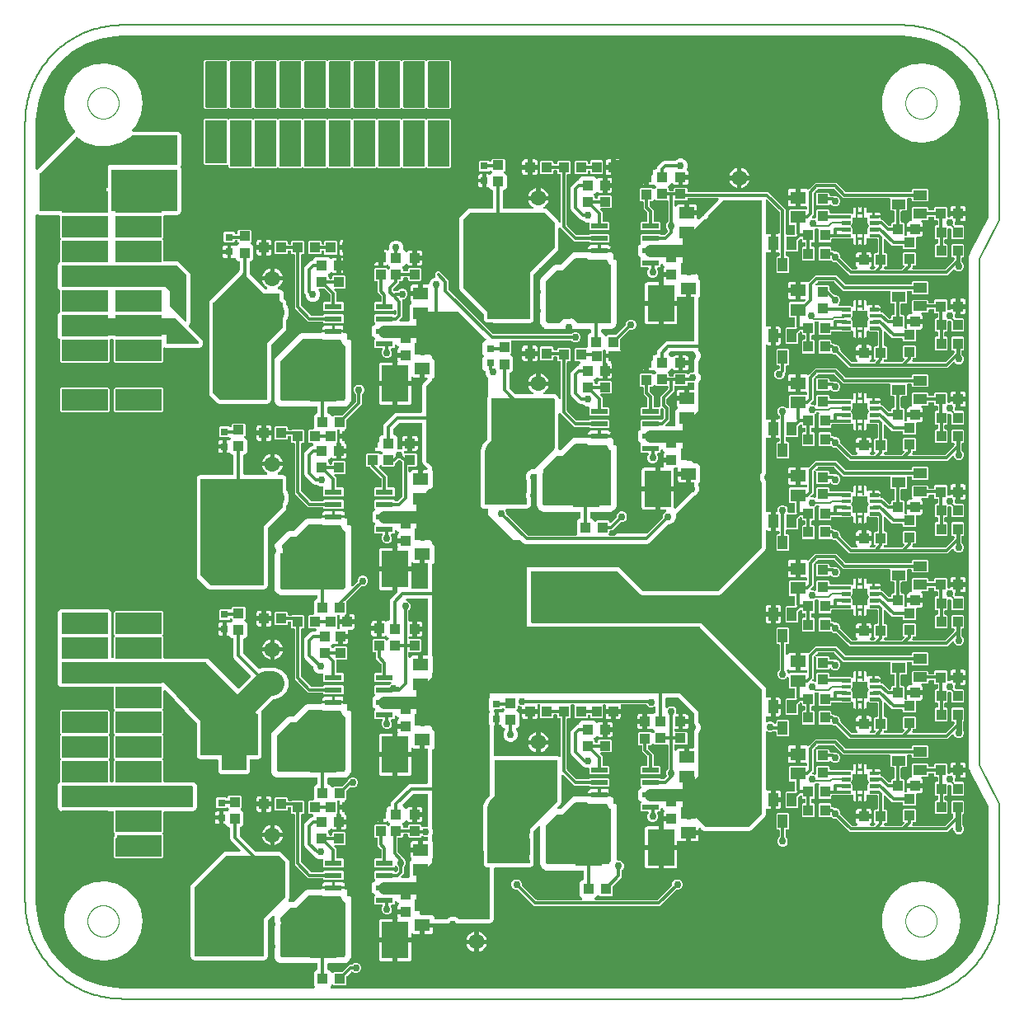
<source format=gtl>
G04 EAGLE Gerber RS-274X export*
G75*
%MOMM*%
%FSLAX34Y34*%
%LPD*%
%INTop Layer*%
%IPPOS*%
%AMOC8*
5,1,8,0,0,1.08239X$1,22.5*%
G01*
%ADD10C,0.152400*%
%ADD11C,0.000000*%
%ADD12R,1.778000X0.609600*%
%ADD13R,2.400000X3.100000*%
%ADD14C,0.808000*%
%ADD15R,1.100000X1.000000*%
%ADD16R,1.080000X1.050000*%
%ADD17R,1.600000X1.300000*%
%ADD18R,1.050000X1.080000*%
%ADD19R,1.000000X1.100000*%
%ADD20R,2.800000X3.800000*%
%ADD21C,1.600000*%
%ADD22R,2.500000X3.250000*%
%ADD23C,0.026400*%
%ADD24R,1.500000X1.750000*%
%ADD25R,0.230000X0.825000*%
%ADD26R,1.000000X1.400000*%
%ADD27R,1.400000X1.000000*%
%ADD28R,0.800000X0.800000*%
%ADD29R,3.048000X1.270000*%
%ADD30R,1.270000X3.048000*%
%ADD31C,0.756400*%
%ADD32C,0.304800*%
%ADD33C,0.856400*%
%ADD34C,0.609600*%
%ADD35C,0.406400*%
%ADD36C,2.540000*%
%ADD37C,0.806400*%
%ADD38C,1.270000*%
%ADD39C,0.203200*%

G36*
X296684Y10940D02*
X296684Y10940D01*
X296822Y10953D01*
X296841Y10960D01*
X296861Y10963D01*
X296990Y11014D01*
X297121Y11061D01*
X297138Y11072D01*
X297157Y11080D01*
X297269Y11161D01*
X297384Y11239D01*
X297398Y11255D01*
X297414Y11266D01*
X297503Y11374D01*
X297595Y11478D01*
X297604Y11496D01*
X297617Y11511D01*
X297676Y11637D01*
X297739Y11761D01*
X297744Y11781D01*
X297752Y11799D01*
X297779Y11936D01*
X297809Y12071D01*
X297808Y12092D01*
X297812Y12111D01*
X297804Y12250D01*
X297799Y12389D01*
X297794Y12409D01*
X297793Y12429D01*
X297750Y12561D01*
X297711Y12695D01*
X297701Y12712D01*
X297694Y12731D01*
X297620Y12849D01*
X297549Y12969D01*
X297531Y12990D01*
X297524Y13000D01*
X297509Y13014D01*
X297443Y13089D01*
X296768Y13764D01*
X296768Y27511D01*
X298852Y29594D01*
X299225Y29594D01*
X299343Y29609D01*
X299462Y29617D01*
X299500Y29629D01*
X299541Y29634D01*
X299651Y29678D01*
X299764Y29715D01*
X299799Y29736D01*
X299836Y29751D01*
X299932Y29821D01*
X300033Y29885D01*
X300061Y29914D01*
X300094Y29938D01*
X300170Y30030D01*
X300251Y30116D01*
X300271Y30152D01*
X300296Y30183D01*
X300347Y30291D01*
X300405Y30395D01*
X300415Y30434D01*
X300432Y30471D01*
X300454Y30587D01*
X300484Y30703D01*
X300488Y30763D01*
X300492Y30783D01*
X300490Y30803D01*
X300494Y30863D01*
X300494Y35560D01*
X300479Y35678D01*
X300472Y35797D01*
X300459Y35835D01*
X300454Y35876D01*
X300411Y35986D01*
X300374Y36099D01*
X300352Y36134D01*
X300337Y36171D01*
X300268Y36267D01*
X300204Y36368D01*
X300174Y36396D01*
X300151Y36429D01*
X300059Y36505D01*
X299972Y36586D01*
X299937Y36606D01*
X299906Y36631D01*
X299798Y36682D01*
X299694Y36740D01*
X299654Y36750D01*
X299618Y36767D01*
X299501Y36789D01*
X299386Y36819D01*
X299326Y36823D01*
X299306Y36827D01*
X299285Y36825D01*
X299225Y36829D01*
X262009Y36829D01*
X259208Y37989D01*
X257064Y40133D01*
X255904Y42934D01*
X255904Y84089D01*
X255887Y84227D01*
X255874Y84365D01*
X255867Y84384D01*
X255864Y84405D01*
X255813Y84534D01*
X255766Y84665D01*
X255755Y84681D01*
X255747Y84700D01*
X255666Y84813D01*
X255588Y84928D01*
X255572Y84941D01*
X255561Y84958D01*
X255453Y85046D01*
X255349Y85138D01*
X255331Y85147D01*
X255316Y85160D01*
X255190Y85220D01*
X255066Y85283D01*
X255046Y85287D01*
X255028Y85296D01*
X254892Y85322D01*
X254756Y85353D01*
X254735Y85352D01*
X254716Y85356D01*
X254577Y85347D01*
X254438Y85343D01*
X254418Y85337D01*
X254398Y85336D01*
X254266Y85293D01*
X254132Y85254D01*
X254115Y85244D01*
X254096Y85238D01*
X253978Y85163D01*
X253858Y85093D01*
X253837Y85074D01*
X253827Y85068D01*
X253813Y85053D01*
X253738Y84987D01*
X249673Y80922D01*
X249613Y80844D01*
X249545Y80772D01*
X249516Y80719D01*
X249479Y80671D01*
X249439Y80580D01*
X249391Y80494D01*
X249376Y80435D01*
X249352Y80379D01*
X249337Y80281D01*
X249312Y80186D01*
X249306Y80086D01*
X249302Y80065D01*
X249304Y80053D01*
X249302Y80025D01*
X249302Y43490D01*
X248567Y41716D01*
X247209Y40358D01*
X245435Y39623D01*
X173665Y39623D01*
X171891Y40358D01*
X170533Y41716D01*
X169798Y43490D01*
X169798Y115260D01*
X170533Y117034D01*
X203641Y150142D01*
X205415Y150877D01*
X219799Y150877D01*
X219936Y150894D01*
X220075Y150907D01*
X220094Y150914D01*
X220114Y150917D01*
X220243Y150968D01*
X220374Y151015D01*
X220391Y151026D01*
X220410Y151034D01*
X220522Y151115D01*
X220638Y151193D01*
X220651Y151209D01*
X220667Y151220D01*
X220756Y151328D01*
X220848Y151432D01*
X220857Y151450D01*
X220870Y151465D01*
X220929Y151591D01*
X220993Y151715D01*
X220997Y151735D01*
X221006Y151753D01*
X221032Y151889D01*
X221062Y152025D01*
X221062Y152046D01*
X221065Y152065D01*
X221057Y152204D01*
X221053Y152343D01*
X221047Y152363D01*
X221046Y152383D01*
X221003Y152515D01*
X220964Y152649D01*
X220954Y152666D01*
X220948Y152685D01*
X220873Y152803D01*
X220803Y152923D01*
X220784Y152944D01*
X220778Y152954D01*
X220763Y152968D01*
X220696Y153043D01*
X210958Y162782D01*
X210184Y164649D01*
X210184Y175349D01*
X210169Y175467D01*
X210162Y175586D01*
X210149Y175624D01*
X210144Y175665D01*
X210101Y175775D01*
X210064Y175888D01*
X210042Y175923D01*
X210027Y175960D01*
X209958Y176056D01*
X209894Y176157D01*
X209864Y176185D01*
X209841Y176218D01*
X209749Y176294D01*
X209662Y176375D01*
X209627Y176395D01*
X209596Y176420D01*
X209488Y176471D01*
X209384Y176529D01*
X209344Y176539D01*
X209308Y176556D01*
X209191Y176578D01*
X209076Y176608D01*
X209016Y176612D01*
X208996Y176616D01*
X208975Y176614D01*
X208915Y176618D01*
X208292Y176618D01*
X206128Y178782D01*
X206125Y178791D01*
X206088Y178904D01*
X206066Y178939D01*
X206051Y178976D01*
X205982Y179072D01*
X205918Y179173D01*
X205888Y179201D01*
X205865Y179234D01*
X205773Y179310D01*
X205686Y179391D01*
X205651Y179411D01*
X205620Y179436D01*
X205512Y179487D01*
X205408Y179545D01*
X205368Y179555D01*
X205332Y179572D01*
X205215Y179594D01*
X205100Y179624D01*
X205040Y179628D01*
X205020Y179632D01*
X204999Y179630D01*
X204939Y179634D01*
X203612Y179634D01*
X203612Y185445D01*
X203597Y185563D01*
X203589Y185682D01*
X203577Y185720D01*
X203572Y185760D01*
X203528Y185871D01*
X203491Y185984D01*
X203470Y186018D01*
X203455Y186056D01*
X203385Y186152D01*
X203375Y186169D01*
X203388Y186193D01*
X203414Y186225D01*
X203465Y186332D01*
X203522Y186437D01*
X203532Y186476D01*
X203549Y186512D01*
X203572Y186629D01*
X203602Y186745D01*
X203605Y186805D01*
X203609Y186825D01*
X203608Y186845D01*
X203612Y186905D01*
X203612Y192716D01*
X205947Y192716D01*
X206287Y192625D01*
X206392Y192610D01*
X206495Y192587D01*
X206549Y192589D01*
X206602Y192581D01*
X206707Y192594D01*
X206813Y192597D01*
X206865Y192612D01*
X206918Y192618D01*
X207017Y192656D01*
X207118Y192685D01*
X207165Y192712D01*
X207215Y192732D01*
X207301Y192793D01*
X207392Y192847D01*
X207456Y192903D01*
X207474Y192916D01*
X207484Y192928D01*
X207513Y192953D01*
X208350Y193790D01*
X208433Y193823D01*
X208563Y193870D01*
X208580Y193881D01*
X208599Y193889D01*
X208711Y193970D01*
X208827Y194048D01*
X208840Y194064D01*
X208856Y194075D01*
X208945Y194183D01*
X209037Y194287D01*
X209046Y194305D01*
X209059Y194320D01*
X209118Y194446D01*
X209182Y194570D01*
X209186Y194590D01*
X209195Y194608D01*
X209221Y194744D01*
X209251Y194880D01*
X209251Y194901D01*
X209254Y194920D01*
X209246Y195059D01*
X209242Y195198D01*
X209236Y195218D01*
X209235Y195238D01*
X209192Y195370D01*
X209153Y195504D01*
X209143Y195521D01*
X209137Y195540D01*
X209062Y195658D01*
X208992Y195778D01*
X208973Y195799D01*
X208966Y195809D01*
X208951Y195823D01*
X208885Y195899D01*
X208586Y196197D01*
X208492Y196270D01*
X208403Y196349D01*
X208367Y196368D01*
X208335Y196392D01*
X208226Y196440D01*
X208120Y196494D01*
X208080Y196503D01*
X208043Y196519D01*
X207925Y196537D01*
X207809Y196563D01*
X207769Y196562D01*
X207729Y196569D01*
X207610Y196557D01*
X207491Y196554D01*
X207453Y196543D01*
X207412Y196539D01*
X207300Y196499D01*
X207186Y196465D01*
X207151Y196445D01*
X207113Y196431D01*
X207015Y196364D01*
X206912Y196304D01*
X206867Y196264D01*
X206850Y196253D01*
X206836Y196237D01*
X206791Y196197D01*
X206244Y195650D01*
X196981Y195650D01*
X196088Y196543D01*
X196088Y205807D01*
X196981Y206700D01*
X206286Y206700D01*
X206290Y206696D01*
X206309Y206688D01*
X206325Y206675D01*
X206453Y206620D01*
X206578Y206561D01*
X206598Y206557D01*
X206617Y206549D01*
X206754Y206527D01*
X206891Y206501D01*
X206911Y206502D01*
X206931Y206499D01*
X207069Y206512D01*
X207208Y206521D01*
X207227Y206527D01*
X207247Y206529D01*
X207378Y206576D01*
X207510Y206619D01*
X207528Y206630D01*
X207547Y206637D01*
X207661Y206715D01*
X207779Y206789D01*
X207793Y206804D01*
X207810Y206815D01*
X207902Y206919D01*
X207997Y207021D01*
X208007Y207038D01*
X208020Y207053D01*
X208083Y207177D01*
X208151Y207299D01*
X208156Y207319D01*
X208165Y207337D01*
X208195Y207473D01*
X208230Y207607D01*
X208232Y207635D01*
X208235Y207647D01*
X208234Y207668D01*
X208240Y207768D01*
X208240Y207807D01*
X209133Y208700D01*
X221397Y208700D01*
X222290Y207807D01*
X222290Y196543D01*
X221645Y195898D01*
X221560Y195789D01*
X221471Y195682D01*
X221462Y195663D01*
X221450Y195647D01*
X221394Y195519D01*
X221335Y195394D01*
X221332Y195374D01*
X221323Y195355D01*
X221302Y195217D01*
X221276Y195081D01*
X221277Y195061D01*
X221274Y195041D01*
X221287Y194902D01*
X221295Y194764D01*
X221302Y194745D01*
X221303Y194725D01*
X221351Y194593D01*
X221393Y194462D01*
X221404Y194444D01*
X221411Y194425D01*
X221489Y194310D01*
X221564Y194193D01*
X221578Y194179D01*
X221590Y194162D01*
X221694Y194070D01*
X221795Y193975D01*
X221813Y193965D01*
X221828Y193952D01*
X221952Y193889D01*
X222074Y193821D01*
X222093Y193816D01*
X222111Y193807D01*
X222178Y193792D01*
X224322Y191648D01*
X224322Y178702D01*
X222238Y176618D01*
X221615Y176618D01*
X221497Y176603D01*
X221378Y176596D01*
X221340Y176583D01*
X221299Y176578D01*
X221189Y176535D01*
X221076Y176498D01*
X221041Y176476D01*
X221004Y176461D01*
X220908Y176392D01*
X220807Y176328D01*
X220779Y176298D01*
X220746Y176275D01*
X220670Y176183D01*
X220589Y176096D01*
X220569Y176061D01*
X220544Y176030D01*
X220493Y175922D01*
X220435Y175818D01*
X220425Y175778D01*
X220408Y175742D01*
X220386Y175625D01*
X220356Y175510D01*
X220352Y175450D01*
X220348Y175430D01*
X220350Y175409D01*
X220346Y175349D01*
X220346Y168290D01*
X220358Y168192D01*
X220361Y168093D01*
X220378Y168035D01*
X220386Y167975D01*
X220422Y167883D01*
X220450Y167788D01*
X220480Y167735D01*
X220503Y167679D01*
X220561Y167599D01*
X220611Y167514D01*
X220677Y167438D01*
X220689Y167422D01*
X220699Y167414D01*
X220717Y167393D01*
X236862Y151248D01*
X236940Y151188D01*
X237012Y151120D01*
X237065Y151091D01*
X237113Y151054D01*
X237204Y151014D01*
X237291Y150966D01*
X237349Y150951D01*
X237405Y150927D01*
X237503Y150912D01*
X237599Y150887D01*
X237699Y150881D01*
X237719Y150877D01*
X237731Y150879D01*
X237759Y150877D01*
X261310Y150877D01*
X263084Y150142D01*
X270792Y142434D01*
X271527Y140660D01*
X271527Y103815D01*
X270792Y102041D01*
X270614Y101863D01*
X270528Y101753D01*
X270440Y101646D01*
X270431Y101627D01*
X270419Y101611D01*
X270363Y101484D01*
X270304Y101358D01*
X270300Y101338D01*
X270292Y101319D01*
X270270Y101182D01*
X270244Y101045D01*
X270246Y101025D01*
X270242Y101005D01*
X270255Y100867D01*
X270264Y100728D01*
X270270Y100709D01*
X270272Y100689D01*
X270319Y100557D01*
X270362Y100426D01*
X270373Y100409D01*
X270380Y100389D01*
X270458Y100274D01*
X270532Y100157D01*
X270547Y100143D01*
X270558Y100126D01*
X270663Y100034D01*
X270764Y99939D01*
X270782Y99929D01*
X270797Y99916D01*
X270921Y99852D01*
X271042Y99785D01*
X271062Y99780D01*
X271080Y99771D01*
X271216Y99741D01*
X271350Y99706D01*
X271378Y99704D01*
X271390Y99701D01*
X271411Y99702D01*
X271511Y99696D01*
X275718Y99696D01*
X275816Y99708D01*
X275915Y99711D01*
X275973Y99728D01*
X276033Y99736D01*
X276125Y99772D01*
X276220Y99800D01*
X276273Y99830D01*
X276329Y99853D01*
X276409Y99911D01*
X276494Y99961D01*
X276570Y100027D01*
X276586Y100039D01*
X276594Y100049D01*
X276615Y100067D01*
X287783Y111236D01*
X290584Y112396D01*
X303954Y112396D01*
X304072Y112411D01*
X304191Y112418D01*
X304229Y112431D01*
X304270Y112436D01*
X304380Y112479D01*
X304493Y112516D01*
X304528Y112538D01*
X304565Y112553D01*
X304661Y112622D01*
X304762Y112686D01*
X304790Y112716D01*
X304823Y112739D01*
X304853Y112777D01*
X316400Y112777D01*
X316518Y112792D01*
X316637Y112799D01*
X316665Y112808D01*
X316748Y112787D01*
X316808Y112783D01*
X316828Y112779D01*
X316848Y112781D01*
X316908Y112777D01*
X328268Y112777D01*
X328271Y112771D01*
X328352Y112669D01*
X328428Y112564D01*
X328451Y112545D01*
X328470Y112522D01*
X328573Y112444D01*
X328673Y112361D01*
X328700Y112349D01*
X328724Y112331D01*
X328868Y112260D01*
X329908Y111829D01*
X329909Y111829D01*
X331342Y111236D01*
X333486Y109092D01*
X334646Y106291D01*
X334646Y101600D01*
X334649Y101580D01*
X334647Y101561D01*
X334669Y101459D01*
X334685Y101357D01*
X334695Y101340D01*
X334699Y101320D01*
X334752Y101231D01*
X334801Y101140D01*
X334815Y101126D01*
X334825Y101109D01*
X334904Y101042D01*
X334979Y100971D01*
X334995Y100963D01*
X334970Y100934D01*
X334889Y100847D01*
X334869Y100812D01*
X334844Y100781D01*
X334793Y100673D01*
X334735Y100569D01*
X334725Y100529D01*
X334708Y100493D01*
X334686Y100376D01*
X334656Y100261D01*
X334652Y100201D01*
X334648Y100181D01*
X334650Y100160D01*
X334646Y100100D01*
X334646Y42934D01*
X333486Y40133D01*
X331342Y37989D01*
X328541Y36829D01*
X311925Y36829D01*
X311807Y36814D01*
X311688Y36807D01*
X311650Y36794D01*
X311609Y36789D01*
X311499Y36746D01*
X311386Y36709D01*
X311351Y36687D01*
X311314Y36672D01*
X311218Y36603D01*
X311117Y36539D01*
X311089Y36509D01*
X311056Y36486D01*
X310980Y36394D01*
X310899Y36307D01*
X310879Y36272D01*
X310854Y36241D01*
X310803Y36133D01*
X310745Y36029D01*
X310735Y35989D01*
X310718Y35953D01*
X310696Y35836D01*
X310666Y35721D01*
X310662Y35661D01*
X310658Y35641D01*
X310660Y35620D01*
X310656Y35560D01*
X310656Y30863D01*
X310671Y30745D01*
X310678Y30627D01*
X310691Y30588D01*
X310696Y30548D01*
X310739Y30437D01*
X310776Y30324D01*
X310798Y30290D01*
X310813Y30252D01*
X310882Y30156D01*
X310946Y30055D01*
X310976Y30028D01*
X310999Y29995D01*
X311091Y29919D01*
X311178Y29837D01*
X311213Y29818D01*
X311244Y29792D01*
X311352Y29741D01*
X311456Y29684D01*
X311496Y29674D01*
X311532Y29657D01*
X311649Y29634D01*
X311764Y29604D01*
X311824Y29601D01*
X311844Y29597D01*
X311865Y29598D01*
X311925Y29594D01*
X312298Y29594D01*
X314440Y27452D01*
X314473Y27370D01*
X314520Y27239D01*
X314531Y27222D01*
X314539Y27204D01*
X314620Y27091D01*
X314698Y26976D01*
X314714Y26963D01*
X314725Y26946D01*
X314833Y26857D01*
X314937Y26766D01*
X314955Y26756D01*
X314970Y26743D01*
X315096Y26684D01*
X315220Y26621D01*
X315240Y26616D01*
X315258Y26608D01*
X315395Y26582D01*
X315530Y26551D01*
X315551Y26552D01*
X315570Y26548D01*
X315709Y26557D01*
X315848Y26561D01*
X315868Y26567D01*
X315888Y26568D01*
X316020Y26611D01*
X316154Y26649D01*
X316171Y26660D01*
X316190Y26666D01*
X316308Y26740D01*
X316428Y26811D01*
X316449Y26829D01*
X316459Y26836D01*
X316473Y26851D01*
X316548Y26917D01*
X317193Y27562D01*
X325162Y27562D01*
X325261Y27575D01*
X325360Y27578D01*
X325418Y27594D01*
X325478Y27602D01*
X325570Y27639D01*
X325665Y27666D01*
X325717Y27697D01*
X325774Y27719D01*
X325854Y27777D01*
X325939Y27828D01*
X326014Y27894D01*
X326031Y27906D01*
X326039Y27915D01*
X326060Y27934D01*
X332925Y34799D01*
X334743Y34799D01*
X334841Y34811D01*
X334940Y34814D01*
X334999Y34831D01*
X335059Y34839D01*
X335151Y34875D01*
X335246Y34903D01*
X335298Y34933D01*
X335354Y34956D01*
X335434Y35014D01*
X335520Y35064D01*
X335595Y35130D01*
X335612Y35142D01*
X335619Y35152D01*
X335641Y35170D01*
X336719Y36249D01*
X338669Y37057D01*
X340781Y37057D01*
X342731Y36249D01*
X344224Y34756D01*
X345032Y32806D01*
X345032Y30694D01*
X344224Y28744D01*
X342731Y27251D01*
X340781Y26443D01*
X338669Y26443D01*
X336719Y27251D01*
X336257Y27713D01*
X336163Y27786D01*
X336074Y27865D01*
X336038Y27883D01*
X336006Y27908D01*
X335897Y27955D01*
X335791Y28009D01*
X335751Y28018D01*
X335714Y28034D01*
X335596Y28053D01*
X335480Y28079D01*
X335440Y28078D01*
X335400Y28084D01*
X335281Y28073D01*
X335162Y28069D01*
X335124Y28058D01*
X335083Y28054D01*
X334971Y28014D01*
X334857Y27981D01*
X334822Y27960D01*
X334784Y27947D01*
X334686Y27880D01*
X334583Y27819D01*
X334538Y27780D01*
X334521Y27768D01*
X334507Y27753D01*
X334462Y27713D01*
X330221Y23472D01*
X330161Y23394D01*
X330093Y23322D01*
X330064Y23269D01*
X330027Y23221D01*
X329987Y23130D01*
X329939Y23044D01*
X329924Y22985D01*
X329900Y22929D01*
X329885Y22831D01*
X329860Y22736D01*
X329854Y22636D01*
X329850Y22615D01*
X329852Y22603D01*
X329850Y22575D01*
X329850Y14606D01*
X328957Y13713D01*
X317193Y13713D01*
X316548Y14358D01*
X316439Y14442D01*
X316332Y14532D01*
X316313Y14540D01*
X316297Y14553D01*
X316170Y14608D01*
X316044Y14667D01*
X316024Y14671D01*
X316005Y14679D01*
X315867Y14701D01*
X315731Y14727D01*
X315711Y14726D01*
X315691Y14729D01*
X315552Y14716D01*
X315414Y14707D01*
X315395Y14701D01*
X315375Y14699D01*
X315243Y14652D01*
X315112Y14609D01*
X315094Y14598D01*
X315075Y14591D01*
X314960Y14513D01*
X314843Y14439D01*
X314829Y14424D01*
X314812Y14413D01*
X314720Y14309D01*
X314625Y14207D01*
X314615Y14190D01*
X314602Y14174D01*
X314539Y14051D01*
X314471Y13929D01*
X314466Y13909D01*
X314457Y13891D01*
X314442Y13825D01*
X313707Y13089D01*
X313622Y12980D01*
X313533Y12873D01*
X313524Y12854D01*
X313512Y12838D01*
X313457Y12711D01*
X313398Y12585D01*
X313394Y12565D01*
X313386Y12546D01*
X313364Y12408D01*
X313338Y12272D01*
X313339Y12252D01*
X313336Y12232D01*
X313349Y12093D01*
X313357Y11955D01*
X313364Y11936D01*
X313366Y11916D01*
X313413Y11784D01*
X313456Y11653D01*
X313466Y11635D01*
X313473Y11616D01*
X313551Y11501D01*
X313626Y11384D01*
X313640Y11370D01*
X313652Y11353D01*
X313756Y11261D01*
X313857Y11166D01*
X313875Y11156D01*
X313890Y11143D01*
X314014Y11080D01*
X314136Y11012D01*
X314155Y11007D01*
X314173Y10998D01*
X314309Y10968D01*
X314444Y10933D01*
X314472Y10931D01*
X314484Y10928D01*
X314504Y10929D01*
X314604Y10923D01*
X900000Y10923D01*
X900016Y10925D01*
X900055Y10924D01*
X907708Y11258D01*
X907711Y11258D01*
X907713Y11258D01*
X907873Y11276D01*
X922947Y13934D01*
X922976Y13943D01*
X923006Y13946D01*
X923160Y13991D01*
X937543Y19226D01*
X937570Y19240D01*
X937600Y19248D01*
X937744Y19320D01*
X950999Y26973D01*
X951023Y26991D01*
X951051Y27004D01*
X951180Y27100D01*
X962905Y36938D01*
X962926Y36960D01*
X962951Y36978D01*
X963062Y37095D01*
X972900Y48820D01*
X972917Y48845D01*
X972938Y48867D01*
X973027Y49001D01*
X980680Y62256D01*
X980692Y62284D01*
X980709Y62309D01*
X980774Y62457D01*
X986009Y76839D01*
X986015Y76869D01*
X986028Y76897D01*
X986066Y77053D01*
X988724Y92127D01*
X988724Y92129D01*
X988725Y92132D01*
X988742Y92292D01*
X989076Y99945D01*
X989075Y99960D01*
X989077Y100000D01*
X989077Y197122D01*
X989070Y197176D01*
X989073Y197230D01*
X989051Y197333D01*
X989037Y197437D01*
X989017Y197488D01*
X989006Y197541D01*
X988943Y197689D01*
X971115Y233346D01*
X971047Y233448D01*
X970984Y233555D01*
X970949Y233594D01*
X970938Y233610D01*
X970923Y233624D01*
X970877Y233675D01*
X970740Y233813D01*
X970074Y235420D01*
X970064Y235439D01*
X970037Y235502D01*
X969259Y237058D01*
X969245Y237252D01*
X969221Y237373D01*
X969204Y237496D01*
X969187Y237545D01*
X969183Y237564D01*
X969174Y237583D01*
X969152Y237648D01*
X969077Y237827D01*
X969077Y239567D01*
X969075Y239589D01*
X969074Y239657D01*
X968951Y241393D01*
X969012Y241577D01*
X969036Y241698D01*
X969067Y241818D01*
X969070Y241870D01*
X969074Y241889D01*
X969073Y241910D01*
X969077Y241979D01*
X969077Y758021D01*
X969062Y758144D01*
X969053Y758267D01*
X969040Y758318D01*
X969037Y758337D01*
X969030Y758357D01*
X969012Y758423D01*
X968951Y758607D01*
X969074Y760343D01*
X969073Y760364D01*
X969077Y760433D01*
X969077Y762173D01*
X969152Y762352D01*
X969184Y762471D01*
X969223Y762588D01*
X969231Y762641D01*
X969236Y762659D01*
X969236Y762680D01*
X969245Y762748D01*
X969259Y762941D01*
X970037Y764498D01*
X970044Y764518D01*
X970074Y764580D01*
X970740Y766187D01*
X970877Y766325D01*
X970953Y766422D01*
X971034Y766515D01*
X971061Y766561D01*
X971072Y766576D01*
X971081Y766595D01*
X971115Y766654D01*
X988943Y802311D01*
X988961Y802362D01*
X988988Y802410D01*
X989014Y802511D01*
X989049Y802611D01*
X989053Y802665D01*
X989067Y802717D01*
X989077Y802878D01*
X989077Y900000D01*
X989075Y900016D01*
X989076Y900055D01*
X988742Y907708D01*
X988742Y907711D01*
X988742Y907713D01*
X988724Y907873D01*
X986066Y922947D01*
X986057Y922976D01*
X986054Y923006D01*
X986009Y923160D01*
X980774Y937543D01*
X980760Y937570D01*
X980752Y937600D01*
X980680Y937744D01*
X973027Y950999D01*
X973009Y951023D01*
X972996Y951051D01*
X972900Y951180D01*
X963062Y962905D01*
X963040Y962926D01*
X963022Y962951D01*
X962905Y963062D01*
X951180Y972900D01*
X951155Y972917D01*
X951133Y972938D01*
X950999Y973027D01*
X937744Y980680D01*
X937716Y980692D01*
X937691Y980709D01*
X937543Y980774D01*
X923160Y986009D01*
X923131Y986015D01*
X923103Y986028D01*
X922947Y986066D01*
X907873Y988724D01*
X907871Y988724D01*
X907868Y988725D01*
X907708Y988742D01*
X900055Y989076D01*
X900040Y989075D01*
X900000Y989077D01*
X100000Y989077D01*
X99984Y989075D01*
X99945Y989076D01*
X92292Y988742D01*
X92289Y988742D01*
X92287Y988742D01*
X92127Y988724D01*
X77053Y986066D01*
X77024Y986057D01*
X76994Y986054D01*
X76840Y986009D01*
X62457Y980774D01*
X62430Y980760D01*
X62400Y980752D01*
X62256Y980680D01*
X49001Y973027D01*
X48977Y973009D01*
X48949Y972996D01*
X48820Y972900D01*
X37095Y963062D01*
X37074Y963040D01*
X37049Y963022D01*
X36938Y962905D01*
X27100Y951180D01*
X27083Y951155D01*
X27062Y951133D01*
X26973Y950999D01*
X19320Y937744D01*
X19308Y937716D01*
X19291Y937691D01*
X19226Y937543D01*
X13991Y923161D01*
X13985Y923131D01*
X13972Y923103D01*
X13934Y922947D01*
X11276Y907873D01*
X11276Y907871D01*
X11275Y907868D01*
X11258Y907708D01*
X10924Y900055D01*
X10925Y900040D01*
X10923Y900000D01*
X10923Y852663D01*
X10940Y852525D01*
X10953Y852387D01*
X10960Y852368D01*
X10963Y852347D01*
X11014Y852218D01*
X11061Y852087D01*
X11072Y852071D01*
X11080Y852052D01*
X11161Y851940D01*
X11239Y851824D01*
X11255Y851811D01*
X11266Y851794D01*
X11374Y851706D01*
X11478Y851614D01*
X11496Y851605D01*
X11511Y851592D01*
X11637Y851532D01*
X11761Y851469D01*
X11781Y851465D01*
X11799Y851456D01*
X11935Y851430D01*
X12071Y851399D01*
X12092Y851400D01*
X12111Y851396D01*
X12250Y851405D01*
X12389Y851409D01*
X12409Y851415D01*
X12429Y851416D01*
X12561Y851459D01*
X12695Y851498D01*
X12712Y851508D01*
X12731Y851514D01*
X12849Y851588D01*
X12969Y851659D01*
X12990Y851678D01*
X13000Y851684D01*
X13014Y851699D01*
X13089Y851765D01*
X49705Y888381D01*
X51146Y889822D01*
X51165Y889847D01*
X51189Y889867D01*
X51263Y889972D01*
X51341Y890073D01*
X51353Y890102D01*
X51371Y890127D01*
X51417Y890248D01*
X51467Y890365D01*
X51472Y890396D01*
X51483Y890425D01*
X51497Y890552D01*
X51517Y890679D01*
X51514Y890710D01*
X51518Y890741D01*
X51500Y890868D01*
X51488Y890996D01*
X51477Y891025D01*
X51473Y891056D01*
X51423Y891175D01*
X51380Y891295D01*
X51363Y891321D01*
X51351Y891350D01*
X51273Y891453D01*
X51201Y891558D01*
X51178Y891579D01*
X51159Y891604D01*
X51040Y891712D01*
X50219Y892367D01*
X43397Y902373D01*
X39827Y913945D01*
X39827Y926055D01*
X43397Y937627D01*
X50219Y947633D01*
X59687Y955183D01*
X70960Y959608D01*
X83036Y960513D01*
X94842Y957818D01*
X105330Y951763D01*
X113567Y942886D01*
X118822Y931975D01*
X120626Y920000D01*
X118822Y908025D01*
X113567Y897114D01*
X109549Y892784D01*
X109482Y892691D01*
X109408Y892602D01*
X109390Y892562D01*
X109364Y892526D01*
X109322Y892418D01*
X109273Y892314D01*
X109265Y892271D01*
X109249Y892230D01*
X109235Y892115D01*
X109213Y892001D01*
X109216Y891958D01*
X109211Y891914D01*
X109226Y891799D01*
X109233Y891684D01*
X109246Y891642D01*
X109252Y891599D01*
X109295Y891491D01*
X109331Y891382D01*
X109354Y891344D01*
X109371Y891303D01*
X109439Y891210D01*
X109501Y891113D01*
X109533Y891083D01*
X109559Y891047D01*
X109649Y890974D01*
X109733Y890895D01*
X109771Y890874D01*
X109805Y890846D01*
X109910Y890797D01*
X110011Y890741D01*
X110054Y890730D01*
X110094Y890712D01*
X110207Y890691D01*
X110319Y890662D01*
X110386Y890658D01*
X110407Y890654D01*
X110426Y890655D01*
X110480Y890652D01*
X156535Y890652D01*
X158309Y889917D01*
X159667Y888559D01*
X160402Y886785D01*
X160402Y856290D01*
X159685Y854561D01*
X159659Y854465D01*
X159624Y854373D01*
X159618Y854312D01*
X159602Y854254D01*
X159600Y854155D01*
X159589Y854057D01*
X159597Y853997D01*
X159596Y853936D01*
X159620Y853840D01*
X159633Y853742D01*
X159666Y853647D01*
X159671Y853627D01*
X159676Y853616D01*
X159685Y853589D01*
X160402Y851860D01*
X160402Y808665D01*
X159667Y806891D01*
X158309Y805533D01*
X156535Y804798D01*
X143256Y804798D01*
X143138Y804783D01*
X143019Y804776D01*
X142981Y804763D01*
X142940Y804758D01*
X142830Y804715D01*
X142717Y804678D01*
X142682Y804656D01*
X142645Y804641D01*
X142549Y804572D01*
X142448Y804508D01*
X142420Y804478D01*
X142387Y804455D01*
X142311Y804363D01*
X142230Y804276D01*
X142210Y804241D01*
X142185Y804210D01*
X142134Y804102D01*
X142076Y803998D01*
X142066Y803958D01*
X142049Y803922D01*
X142027Y803805D01*
X141997Y803690D01*
X141993Y803630D01*
X141989Y803610D01*
X141991Y803589D01*
X141987Y803529D01*
X141987Y781678D01*
X141450Y781141D01*
X141377Y781047D01*
X141298Y780958D01*
X141280Y780922D01*
X141255Y780890D01*
X141208Y780781D01*
X141154Y780675D01*
X141145Y780635D01*
X141129Y780598D01*
X141110Y780480D01*
X141084Y780364D01*
X141085Y780324D01*
X141079Y780284D01*
X141090Y780165D01*
X141094Y780046D01*
X141105Y780008D01*
X141109Y779967D01*
X141149Y779855D01*
X141182Y779741D01*
X141203Y779706D01*
X141216Y779668D01*
X141283Y779569D01*
X141344Y779467D01*
X141384Y779422D01*
X141395Y779405D01*
X141410Y779391D01*
X141450Y779346D01*
X141987Y778810D01*
X141987Y758571D01*
X142002Y758453D01*
X142009Y758334D01*
X142022Y758296D01*
X142027Y758255D01*
X142070Y758145D01*
X142107Y758032D01*
X142129Y757997D01*
X142144Y757960D01*
X142213Y757864D01*
X142277Y757763D01*
X142307Y757735D01*
X142330Y757702D01*
X142422Y757626D01*
X142509Y757545D01*
X142544Y757525D01*
X142575Y757500D01*
X142683Y757449D01*
X142787Y757391D01*
X142827Y757381D01*
X142863Y757364D01*
X142980Y757342D01*
X143095Y757312D01*
X143155Y757308D01*
X143175Y757304D01*
X143196Y757306D01*
X143256Y757302D01*
X156535Y757302D01*
X158309Y756567D01*
X169192Y745684D01*
X169927Y743910D01*
X169927Y695000D01*
X169192Y693226D01*
X168379Y692412D01*
X168305Y692318D01*
X168227Y692229D01*
X168208Y692193D01*
X168184Y692161D01*
X168136Y692052D01*
X168082Y691946D01*
X168073Y691907D01*
X168057Y691869D01*
X168039Y691752D01*
X168013Y691636D01*
X168014Y691595D01*
X168007Y691555D01*
X168019Y691437D01*
X168022Y691318D01*
X168033Y691279D01*
X168037Y691239D01*
X168078Y691126D01*
X168111Y691012D01*
X168131Y690977D01*
X168145Y690939D01*
X168212Y690841D01*
X168272Y690738D01*
X168312Y690693D01*
X168323Y690676D01*
X168339Y690663D01*
X168379Y690617D01*
X181892Y677104D01*
X182627Y675330D01*
X182627Y672140D01*
X181892Y670366D01*
X180534Y669008D01*
X178760Y668273D01*
X145090Y668273D01*
X143742Y668832D01*
X143694Y668845D01*
X143649Y668866D01*
X143541Y668887D01*
X143435Y668916D01*
X143385Y668916D01*
X143336Y668926D01*
X143227Y668919D01*
X143117Y668921D01*
X143069Y668909D01*
X143019Y668906D01*
X142915Y668872D01*
X142808Y668847D01*
X142764Y668823D01*
X142717Y668808D01*
X142624Y668749D01*
X142527Y668698D01*
X142490Y668664D01*
X142448Y668638D01*
X142373Y668558D01*
X142291Y668484D01*
X142264Y668442D01*
X142230Y668406D01*
X142177Y668310D01*
X142117Y668218D01*
X142100Y668171D01*
X142076Y668128D01*
X142049Y668021D01*
X142013Y667917D01*
X142009Y667868D01*
X141997Y667820D01*
X141987Y667659D01*
X141987Y654678D01*
X140647Y653338D01*
X92715Y653338D01*
X91376Y654678D01*
X91376Y676200D01*
X91360Y676322D01*
X91352Y676444D01*
X91341Y676479D01*
X91336Y676515D01*
X91291Y676629D01*
X91252Y676746D01*
X91232Y676777D01*
X91219Y676811D01*
X91147Y676910D01*
X91080Y677014D01*
X91054Y677039D01*
X91032Y677068D01*
X90937Y677147D01*
X90848Y677230D01*
X90815Y677248D01*
X90787Y677271D01*
X90676Y677323D01*
X90568Y677382D01*
X90532Y677391D01*
X90499Y677407D01*
X90379Y677430D01*
X90260Y677460D01*
X90206Y677463D01*
X90187Y677467D01*
X90166Y677465D01*
X90099Y677469D01*
X87686Y677455D01*
X87572Y677440D01*
X87457Y677433D01*
X87415Y677419D01*
X87371Y677413D01*
X87264Y677370D01*
X87154Y677335D01*
X87117Y677311D01*
X87076Y677294D01*
X86983Y677226D01*
X86885Y677164D01*
X86855Y677132D01*
X86819Y677106D01*
X86746Y677017D01*
X86667Y676933D01*
X86646Y676894D01*
X86618Y676860D01*
X86570Y676755D01*
X86514Y676654D01*
X86503Y676612D01*
X86484Y676571D01*
X86463Y676458D01*
X86434Y676346D01*
X86430Y676280D01*
X86426Y676259D01*
X86428Y676239D01*
X86424Y676186D01*
X86424Y654678D01*
X85085Y653338D01*
X37153Y653338D01*
X35813Y654678D01*
X35813Y676678D01*
X35801Y676776D01*
X35798Y676875D01*
X35781Y676934D01*
X35773Y676994D01*
X35737Y677086D01*
X35709Y677181D01*
X35679Y677233D01*
X35656Y677289D01*
X35598Y677370D01*
X35548Y677455D01*
X35482Y677530D01*
X35470Y677547D01*
X35460Y677555D01*
X35442Y677576D01*
X33781Y679236D01*
X33781Y679551D01*
X33780Y679560D01*
X33781Y679569D01*
X33760Y679718D01*
X33741Y679867D01*
X33738Y679875D01*
X33737Y679884D01*
X33685Y680037D01*
X33647Y680127D01*
X33646Y680129D01*
X33644Y680134D01*
X33273Y681015D01*
X33273Y681973D01*
X33273Y681975D01*
X33273Y681980D01*
X33267Y683081D01*
X33273Y683184D01*
X33273Y699460D01*
X33685Y700453D01*
X33687Y700462D01*
X33692Y700470D01*
X33729Y700616D01*
X33769Y700760D01*
X33769Y700769D01*
X33771Y700778D01*
X33781Y700939D01*
X33781Y703451D01*
X35442Y705111D01*
X35502Y705190D01*
X35570Y705262D01*
X35599Y705315D01*
X35636Y705363D01*
X35676Y705454D01*
X35724Y705540D01*
X35739Y705599D01*
X35763Y705655D01*
X35778Y705753D01*
X35803Y705848D01*
X35809Y705948D01*
X35813Y705969D01*
X35811Y705981D01*
X35813Y706009D01*
X35813Y727217D01*
X35801Y727315D01*
X35798Y727414D01*
X35781Y727472D01*
X35773Y727532D01*
X35737Y727625D01*
X35709Y727720D01*
X35679Y727772D01*
X35656Y727828D01*
X35598Y727908D01*
X35548Y727994D01*
X35482Y728069D01*
X35470Y728086D01*
X35460Y728093D01*
X35442Y728114D01*
X34008Y729548D01*
X33920Y729761D01*
X33915Y729769D01*
X33913Y729778D01*
X33837Y729906D01*
X33762Y730037D01*
X33756Y730043D01*
X33756Y730044D01*
X33741Y730159D01*
X33738Y730167D01*
X33737Y730176D01*
X33685Y730329D01*
X33273Y731322D01*
X33273Y753435D01*
X34008Y755209D01*
X35442Y756643D01*
X35502Y756721D01*
X35570Y756793D01*
X35599Y756846D01*
X35636Y756894D01*
X35676Y756985D01*
X35724Y757071D01*
X35739Y757130D01*
X35763Y757186D01*
X35778Y757284D01*
X35803Y757379D01*
X35809Y757479D01*
X35813Y757500D01*
X35811Y757512D01*
X35813Y757540D01*
X35813Y778810D01*
X36350Y779346D01*
X36423Y779440D01*
X36502Y779529D01*
X36520Y779565D01*
X36545Y779597D01*
X36592Y779707D01*
X36646Y779813D01*
X36655Y779852D01*
X36671Y779889D01*
X36690Y780007D01*
X36716Y780123D01*
X36715Y780163D01*
X36721Y780203D01*
X36710Y780322D01*
X36706Y780441D01*
X36695Y780480D01*
X36691Y780520D01*
X36651Y780632D01*
X36618Y780746D01*
X36597Y780781D01*
X36584Y780819D01*
X36517Y780918D01*
X36456Y781020D01*
X36416Y781065D01*
X36405Y781082D01*
X36390Y781096D01*
X36350Y781141D01*
X35813Y781678D01*
X35813Y803529D01*
X35798Y803647D01*
X35791Y803766D01*
X35778Y803804D01*
X35773Y803845D01*
X35730Y803955D01*
X35693Y804068D01*
X35671Y804103D01*
X35656Y804140D01*
X35587Y804236D01*
X35523Y804337D01*
X35493Y804365D01*
X35470Y804398D01*
X35378Y804474D01*
X35291Y804555D01*
X35256Y804575D01*
X35225Y804600D01*
X35117Y804651D01*
X35013Y804709D01*
X34973Y804719D01*
X34937Y804736D01*
X34820Y804758D01*
X34705Y804788D01*
X34645Y804792D01*
X34625Y804796D01*
X34604Y804794D01*
X34544Y804798D01*
X14915Y804798D01*
X13141Y805533D01*
X13090Y805584D01*
X12980Y805670D01*
X12873Y805758D01*
X12854Y805767D01*
X12838Y805779D01*
X12711Y805835D01*
X12585Y805894D01*
X12565Y805898D01*
X12546Y805906D01*
X12409Y805928D01*
X12272Y805954D01*
X12252Y805952D01*
X12232Y805956D01*
X12094Y805943D01*
X11955Y805934D01*
X11936Y805928D01*
X11916Y805926D01*
X11785Y805879D01*
X11653Y805836D01*
X11635Y805825D01*
X11616Y805818D01*
X11502Y805740D01*
X11384Y805666D01*
X11370Y805651D01*
X11353Y805640D01*
X11262Y805536D01*
X11166Y805434D01*
X11156Y805416D01*
X11143Y805401D01*
X11080Y805278D01*
X11012Y805156D01*
X11007Y805136D01*
X10998Y805118D01*
X10968Y804982D01*
X10933Y804848D01*
X10931Y804820D01*
X10928Y804808D01*
X10929Y804787D01*
X10923Y804687D01*
X10923Y100000D01*
X10925Y99984D01*
X10924Y99945D01*
X11258Y92292D01*
X11258Y92289D01*
X11258Y92287D01*
X11276Y92127D01*
X13934Y77053D01*
X13943Y77024D01*
X13946Y76994D01*
X13991Y76840D01*
X19226Y62457D01*
X19240Y62430D01*
X19248Y62400D01*
X19320Y62256D01*
X26973Y49001D01*
X26991Y48977D01*
X27004Y48949D01*
X27100Y48820D01*
X36938Y37095D01*
X36960Y37074D01*
X36978Y37049D01*
X37095Y36938D01*
X48820Y27100D01*
X48845Y27083D01*
X48867Y27062D01*
X49001Y26973D01*
X62256Y19320D01*
X62284Y19308D01*
X62309Y19291D01*
X62457Y19226D01*
X76839Y13991D01*
X76869Y13985D01*
X76897Y13972D01*
X77053Y13934D01*
X92127Y11276D01*
X92129Y11276D01*
X92132Y11275D01*
X92292Y11258D01*
X99945Y10924D01*
X99960Y10925D01*
X100000Y10923D01*
X296546Y10923D01*
X296684Y10940D01*
G37*
%LPC*%
G36*
X382439Y62864D02*
X382439Y62864D01*
X382439Y82263D01*
X382475Y82306D01*
X382560Y82399D01*
X382576Y82428D01*
X382598Y82454D01*
X382651Y82568D01*
X382711Y82679D01*
X382719Y82712D01*
X382733Y82742D01*
X382757Y82865D01*
X382787Y82988D01*
X382787Y83021D01*
X382793Y83054D01*
X382785Y83180D01*
X382784Y83306D01*
X382774Y83354D01*
X382773Y83372D01*
X382767Y83392D01*
X382752Y83464D01*
X382584Y84091D01*
X382584Y87136D01*
X389255Y87136D01*
X389373Y87151D01*
X389492Y87158D01*
X389530Y87171D01*
X389570Y87176D01*
X389681Y87219D01*
X389794Y87256D01*
X389829Y87278D01*
X389866Y87293D01*
X389962Y87363D01*
X390063Y87426D01*
X390091Y87456D01*
X390123Y87480D01*
X390199Y87571D01*
X390281Y87658D01*
X390300Y87693D01*
X390326Y87724D01*
X390377Y87832D01*
X390434Y87936D01*
X390445Y87976D01*
X390462Y88012D01*
X390484Y88129D01*
X390514Y88244D01*
X390518Y88305D01*
X390522Y88325D01*
X390520Y88345D01*
X390524Y88405D01*
X390524Y90945D01*
X390509Y91063D01*
X390502Y91182D01*
X390489Y91220D01*
X390484Y91260D01*
X390440Y91371D01*
X390404Y91484D01*
X390382Y91519D01*
X390367Y91556D01*
X390297Y91652D01*
X390234Y91753D01*
X390204Y91781D01*
X390180Y91813D01*
X390089Y91889D01*
X390002Y91971D01*
X389967Y91990D01*
X389935Y92016D01*
X389828Y92067D01*
X389724Y92124D01*
X389684Y92135D01*
X389648Y92152D01*
X389531Y92174D01*
X389416Y92204D01*
X389355Y92208D01*
X389335Y92212D01*
X389315Y92210D01*
X389255Y92214D01*
X382584Y92214D01*
X382584Y95259D01*
X382757Y95906D01*
X383092Y96485D01*
X383416Y96809D01*
X383489Y96903D01*
X383568Y96992D01*
X383586Y97028D01*
X383611Y97060D01*
X383658Y97169D01*
X383712Y97276D01*
X383721Y97315D01*
X383737Y97352D01*
X383756Y97470D01*
X383782Y97586D01*
X383781Y97626D01*
X383787Y97666D01*
X383776Y97785D01*
X383772Y97904D01*
X383761Y97943D01*
X383757Y97983D01*
X383717Y98095D01*
X383684Y98209D01*
X383663Y98244D01*
X383650Y98282D01*
X383583Y98381D01*
X383522Y98483D01*
X383483Y98528D01*
X383471Y98545D01*
X383456Y98559D01*
X383416Y98604D01*
X381727Y100293D01*
X381618Y100378D01*
X381511Y100466D01*
X381492Y100475D01*
X381476Y100488D01*
X381348Y100543D01*
X381223Y100602D01*
X381203Y100606D01*
X381184Y100614D01*
X381046Y100636D01*
X380910Y100662D01*
X380890Y100661D01*
X380870Y100664D01*
X380731Y100651D01*
X380593Y100642D01*
X380574Y100636D01*
X380554Y100634D01*
X380422Y100587D01*
X380291Y100544D01*
X380273Y100533D01*
X380254Y100526D01*
X380139Y100448D01*
X380022Y100374D01*
X380008Y100359D01*
X379991Y100348D01*
X379899Y100244D01*
X379804Y100142D01*
X379794Y100124D01*
X379781Y100109D01*
X379717Y99985D01*
X379650Y99864D01*
X379645Y99844D01*
X379636Y99826D01*
X379606Y99690D01*
X379571Y99556D01*
X379569Y99528D01*
X379566Y99516D01*
X379567Y99495D01*
X379561Y99395D01*
X379561Y97920D01*
X378668Y97027D01*
X377067Y97027D01*
X377018Y97021D01*
X376968Y97023D01*
X376861Y97001D01*
X376752Y96987D01*
X376706Y96969D01*
X376657Y96959D01*
X376558Y96911D01*
X376456Y96870D01*
X376416Y96841D01*
X376371Y96819D01*
X376288Y96748D01*
X376199Y96684D01*
X376167Y96645D01*
X376129Y96613D01*
X376066Y96523D01*
X375996Y96439D01*
X375975Y96394D01*
X375946Y96353D01*
X375907Y96250D01*
X375860Y96151D01*
X375851Y96102D01*
X375833Y96056D01*
X375821Y95946D01*
X375801Y95839D01*
X375804Y95789D01*
X375798Y95740D01*
X375813Y95631D01*
X375820Y95521D01*
X375836Y95474D01*
X375843Y95425D01*
X375895Y95272D01*
X376782Y93131D01*
X376782Y91019D01*
X375974Y89069D01*
X374481Y87576D01*
X372531Y86768D01*
X370419Y86768D01*
X368469Y87576D01*
X366976Y89069D01*
X366168Y91019D01*
X366168Y93131D01*
X367055Y95272D01*
X367069Y95320D01*
X367090Y95365D01*
X367110Y95473D01*
X367139Y95579D01*
X367140Y95629D01*
X367149Y95678D01*
X367143Y95787D01*
X367144Y95897D01*
X367133Y95945D01*
X367130Y95995D01*
X367096Y96099D01*
X367070Y96206D01*
X367047Y96250D01*
X367032Y96297D01*
X366973Y96390D01*
X366922Y96487D01*
X366888Y96524D01*
X366862Y96566D01*
X366781Y96641D01*
X366708Y96723D01*
X366666Y96750D01*
X366630Y96784D01*
X366534Y96837D01*
X366442Y96897D01*
X366395Y96914D01*
X366351Y96938D01*
X366245Y96965D01*
X366141Y97001D01*
X366092Y97005D01*
X366043Y97017D01*
X365883Y97027D01*
X359624Y97027D01*
X358731Y97920D01*
X358731Y105280D01*
X359067Y105616D01*
X359140Y105710D01*
X359219Y105799D01*
X359238Y105835D01*
X359262Y105867D01*
X359310Y105976D01*
X359364Y106082D01*
X359373Y106122D01*
X359389Y106159D01*
X359407Y106277D01*
X359433Y106393D01*
X359432Y106433D01*
X359439Y106473D01*
X359427Y106591D01*
X359424Y106710D01*
X359412Y106749D01*
X359409Y106789D01*
X359368Y106902D01*
X359335Y107016D01*
X359315Y107051D01*
X359301Y107089D01*
X359234Y107187D01*
X359174Y107290D01*
X359134Y107335D01*
X359123Y107352D01*
X359107Y107365D01*
X359067Y107411D01*
X357997Y108481D01*
X357888Y108566D01*
X357781Y108654D01*
X357762Y108663D01*
X357746Y108676D01*
X357618Y108731D01*
X357493Y108790D01*
X357473Y108794D01*
X357454Y108802D01*
X357316Y108824D01*
X357180Y108850D01*
X357160Y108849D01*
X357140Y108852D01*
X357001Y108839D01*
X356926Y108834D01*
X356191Y109568D01*
X356191Y119032D01*
X356540Y119381D01*
X356733Y119381D01*
X356801Y119389D01*
X356870Y119388D01*
X356958Y119409D01*
X357048Y119420D01*
X357113Y119446D01*
X357180Y119462D01*
X357260Y119504D01*
X357344Y119537D01*
X357400Y119578D01*
X357461Y119610D01*
X357587Y119711D01*
X357593Y119718D01*
X357601Y119724D01*
X357602Y119724D01*
X357602Y119725D01*
X357697Y119840D01*
X357794Y119953D01*
X357798Y119962D01*
X357805Y119970D01*
X357805Y119971D01*
X357877Y120013D01*
X357898Y120032D01*
X357908Y120038D01*
X357922Y120053D01*
X357997Y120119D01*
X359067Y121189D01*
X359140Y121284D01*
X359219Y121373D01*
X359237Y121409D01*
X359262Y121441D01*
X359310Y121550D01*
X359364Y121656D01*
X359373Y121695D01*
X359389Y121732D01*
X359407Y121850D01*
X359433Y121966D01*
X359432Y122007D01*
X359439Y122047D01*
X359427Y122165D01*
X359424Y122284D01*
X359412Y122323D01*
X359409Y122363D01*
X359368Y122475D01*
X359335Y122590D01*
X359315Y122624D01*
X359301Y122662D01*
X359234Y122761D01*
X359174Y122864D01*
X359134Y122909D01*
X359123Y122926D01*
X359107Y122939D01*
X359067Y122984D01*
X358731Y123320D01*
X358731Y130680D01*
X359624Y131573D01*
X378668Y131573D01*
X379820Y130420D01*
X379898Y130360D01*
X379970Y130292D01*
X380023Y130263D01*
X380071Y130226D01*
X380162Y130186D01*
X380249Y130138D01*
X380307Y130123D01*
X380363Y130099D01*
X380461Y130084D01*
X380557Y130059D01*
X380657Y130053D01*
X380677Y130049D01*
X380689Y130051D01*
X380717Y130049D01*
X380799Y130049D01*
X380897Y130061D01*
X380996Y130064D01*
X381054Y130081D01*
X381114Y130089D01*
X381207Y130125D01*
X381302Y130153D01*
X381354Y130183D01*
X381410Y130206D01*
X381490Y130264D01*
X381576Y130314D01*
X381651Y130380D01*
X381667Y130392D01*
X381675Y130402D01*
X381696Y130420D01*
X382342Y131066D01*
X382403Y131144D01*
X382471Y131216D01*
X382500Y131269D01*
X382537Y131317D01*
X382576Y131408D01*
X382624Y131495D01*
X382639Y131554D01*
X382663Y131609D01*
X382679Y131707D01*
X382704Y131803D01*
X382710Y131903D01*
X382713Y131923D01*
X382712Y131936D01*
X382714Y131964D01*
X382714Y134718D01*
X382701Y134816D01*
X382698Y134915D01*
X382682Y134974D01*
X382674Y135034D01*
X382637Y135126D01*
X382610Y135221D01*
X382579Y135273D01*
X382557Y135329D01*
X382499Y135409D01*
X382448Y135495D01*
X382382Y135570D01*
X382370Y135587D01*
X382361Y135594D01*
X382342Y135616D01*
X381646Y136311D01*
X381552Y136384D01*
X381463Y136463D01*
X381427Y136481D01*
X381395Y136506D01*
X381286Y136553D01*
X381180Y136608D01*
X381141Y136616D01*
X381103Y136632D01*
X380985Y136651D01*
X380870Y136677D01*
X380829Y136676D01*
X380789Y136682D01*
X380671Y136671D01*
X380552Y136668D01*
X380513Y136656D01*
X380473Y136652D01*
X380361Y136612D01*
X380246Y136579D01*
X380211Y136559D01*
X380173Y136545D01*
X380075Y136478D01*
X379972Y136418D01*
X379927Y136378D01*
X379910Y136366D01*
X379897Y136351D01*
X379851Y136311D01*
X378668Y135127D01*
X359624Y135127D01*
X358731Y136020D01*
X358731Y143380D01*
X359624Y144273D01*
X364828Y144273D01*
X364946Y144288D01*
X365065Y144295D01*
X365103Y144308D01*
X365144Y144313D01*
X365254Y144356D01*
X365367Y144393D01*
X365402Y144415D01*
X365439Y144430D01*
X365535Y144499D01*
X365636Y144563D01*
X365664Y144593D01*
X365697Y144616D01*
X365773Y144708D01*
X365854Y144795D01*
X365874Y144830D01*
X365899Y144861D01*
X365950Y144969D01*
X366008Y145073D01*
X366018Y145113D01*
X366035Y145149D01*
X366057Y145266D01*
X366087Y145381D01*
X366091Y145441D01*
X366095Y145461D01*
X366093Y145482D01*
X366097Y145542D01*
X366097Y152940D01*
X366085Y153038D01*
X366082Y153138D01*
X366065Y153196D01*
X366057Y153256D01*
X366021Y153348D01*
X365993Y153443D01*
X365963Y153495D01*
X365940Y153552D01*
X365882Y153632D01*
X365832Y153717D01*
X365766Y153792D01*
X365754Y153809D01*
X365744Y153817D01*
X365726Y153838D01*
X362076Y157487D01*
X362076Y164181D01*
X362061Y164299D01*
X362054Y164418D01*
X362041Y164456D01*
X362036Y164497D01*
X361993Y164607D01*
X361956Y164720D01*
X361934Y164755D01*
X361919Y164792D01*
X361850Y164888D01*
X361786Y164989D01*
X361756Y165017D01*
X361733Y165050D01*
X361641Y165126D01*
X361554Y165207D01*
X361519Y165227D01*
X361488Y165252D01*
X361380Y165303D01*
X361276Y165361D01*
X361236Y165371D01*
X361200Y165388D01*
X361083Y165410D01*
X360968Y165440D01*
X360908Y165444D01*
X360888Y165448D01*
X360867Y165446D01*
X360807Y165450D01*
X359093Y165450D01*
X358200Y166343D01*
X358200Y178107D01*
X359093Y179000D01*
X371157Y179000D01*
X372115Y178041D01*
X372209Y177968D01*
X372298Y177890D01*
X372334Y177871D01*
X372366Y177846D01*
X372475Y177799D01*
X372582Y177745D01*
X372621Y177736D01*
X372658Y177720D01*
X372776Y177701D01*
X372892Y177675D01*
X372932Y177677D01*
X372972Y177670D01*
X373091Y177681D01*
X373210Y177685D01*
X373249Y177696D01*
X373289Y177700D01*
X373401Y177740D01*
X373515Y177773D01*
X373550Y177794D01*
X373588Y177808D01*
X373687Y177874D01*
X373789Y177935D01*
X373834Y177975D01*
X373851Y177986D01*
X373865Y178002D01*
X373910Y178041D01*
X374620Y178752D01*
X374705Y178861D01*
X374794Y178968D01*
X374803Y178987D01*
X374815Y179003D01*
X374871Y179131D01*
X374930Y179256D01*
X374933Y179276D01*
X374942Y179295D01*
X374963Y179432D01*
X374989Y179569D01*
X374988Y179589D01*
X374991Y179609D01*
X374978Y179748D01*
X374970Y179886D01*
X374963Y179905D01*
X374962Y179925D01*
X374914Y180056D01*
X374872Y180188D01*
X374861Y180206D01*
X374854Y180225D01*
X374776Y180339D01*
X374701Y180457D01*
X374687Y180471D01*
X374675Y180488D01*
X374571Y180580D01*
X374470Y180675D01*
X374452Y180685D01*
X374437Y180698D01*
X374313Y180761D01*
X374191Y180829D01*
X374172Y180834D01*
X374154Y180843D01*
X374087Y180858D01*
X373039Y181906D01*
X372958Y181969D01*
X372895Y182028D01*
X372885Y182034D01*
X372866Y182051D01*
X372825Y182072D01*
X372787Y182101D01*
X372684Y182146D01*
X372630Y182175D01*
X372616Y182182D01*
X372615Y182182D01*
X372585Y182198D01*
X372539Y182209D01*
X372496Y182228D01*
X372384Y182245D01*
X372275Y182271D01*
X372228Y182270D01*
X372182Y182277D01*
X372069Y182267D01*
X371957Y182265D01*
X371912Y182252D01*
X371865Y182248D01*
X371824Y182233D01*
X371814Y182232D01*
X371757Y182209D01*
X371651Y182179D01*
X371586Y182147D01*
X371566Y182140D01*
X371550Y182130D01*
X371525Y182117D01*
X371519Y182115D01*
X371516Y182112D01*
X371506Y182108D01*
X371506Y182107D01*
X370859Y181934D01*
X367664Y181934D01*
X367664Y188455D01*
X367649Y188573D01*
X367642Y188692D01*
X367629Y188730D01*
X367627Y188750D01*
X371212Y192336D01*
X371265Y192410D01*
X371325Y192479D01*
X371337Y192509D01*
X371356Y192535D01*
X371383Y192622D01*
X371417Y192707D01*
X371421Y192748D01*
X371428Y192771D01*
X371427Y192803D01*
X371435Y192874D01*
X371435Y196159D01*
X372013Y196737D01*
X372066Y196811D01*
X372126Y196880D01*
X372138Y196910D01*
X372157Y196936D01*
X372184Y197023D01*
X372185Y197026D01*
X372228Y197019D01*
X372338Y196995D01*
X372385Y196996D01*
X372431Y196989D01*
X372543Y197001D01*
X372655Y197004D01*
X372701Y197017D01*
X372748Y197022D01*
X372853Y197062D01*
X372961Y197093D01*
X373002Y197117D01*
X373046Y197133D01*
X373138Y197197D01*
X373235Y197254D01*
X373289Y197302D01*
X373307Y197314D01*
X373319Y197328D01*
X373356Y197361D01*
X374027Y198032D01*
X374650Y198032D01*
X374768Y198047D01*
X374887Y198054D01*
X374925Y198067D01*
X374966Y198072D01*
X375076Y198115D01*
X375189Y198152D01*
X375224Y198174D01*
X375261Y198189D01*
X375357Y198258D01*
X375458Y198322D01*
X375486Y198352D01*
X375519Y198375D01*
X375595Y198467D01*
X375676Y198554D01*
X375696Y198589D01*
X375721Y198620D01*
X375772Y198728D01*
X375830Y198832D01*
X375840Y198872D01*
X375857Y198908D01*
X375879Y199025D01*
X375909Y199140D01*
X375913Y199200D01*
X375917Y199220D01*
X375915Y199241D01*
X375919Y199301D01*
X375919Y201036D01*
X376693Y202903D01*
X392389Y218599D01*
X392389Y218600D01*
X393997Y220207D01*
X395864Y220981D01*
X412750Y220981D01*
X412868Y220996D01*
X412987Y221003D01*
X413025Y221016D01*
X413066Y221021D01*
X413176Y221064D01*
X413289Y221101D01*
X413324Y221123D01*
X413361Y221138D01*
X413457Y221207D01*
X413558Y221271D01*
X413586Y221301D01*
X413619Y221324D01*
X413695Y221416D01*
X413776Y221503D01*
X413796Y221538D01*
X413821Y221569D01*
X413872Y221677D01*
X413930Y221781D01*
X413940Y221821D01*
X413957Y221857D01*
X413979Y221974D01*
X414009Y222089D01*
X414013Y222149D01*
X414017Y222169D01*
X414015Y222190D01*
X414019Y222250D01*
X414019Y255915D01*
X414004Y256033D01*
X413997Y256152D01*
X413984Y256190D01*
X413979Y256231D01*
X413936Y256341D01*
X413899Y256454D01*
X413877Y256489D01*
X413862Y256526D01*
X413793Y256622D01*
X413729Y256723D01*
X413699Y256751D01*
X413676Y256784D01*
X413584Y256860D01*
X413497Y256941D01*
X413462Y256961D01*
X413431Y256986D01*
X413323Y257037D01*
X413219Y257095D01*
X413179Y257105D01*
X413143Y257122D01*
X413026Y257144D01*
X412911Y257174D01*
X412851Y257178D01*
X412831Y257182D01*
X412810Y257180D01*
X412750Y257184D01*
X410527Y257184D01*
X410527Y264955D01*
X410512Y265073D01*
X410504Y265192D01*
X410492Y265230D01*
X410487Y265270D01*
X410443Y265381D01*
X410406Y265494D01*
X410385Y265529D01*
X410370Y265566D01*
X410300Y265662D01*
X410236Y265763D01*
X410207Y265791D01*
X410183Y265823D01*
X410091Y265899D01*
X410005Y265981D01*
X409969Y266000D01*
X409938Y266026D01*
X409830Y266077D01*
X409726Y266134D01*
X409687Y266145D01*
X409650Y266162D01*
X409533Y266184D01*
X409418Y266214D01*
X409358Y266218D01*
X409338Y266222D01*
X409318Y266220D01*
X409257Y266224D01*
X406718Y266224D01*
X406599Y266209D01*
X406481Y266202D01*
X406442Y266189D01*
X406402Y266184D01*
X406291Y266140D01*
X406178Y266104D01*
X406144Y266082D01*
X406106Y266067D01*
X406010Y265997D01*
X405909Y265934D01*
X405882Y265904D01*
X405849Y265880D01*
X405773Y265789D01*
X405691Y265702D01*
X405672Y265667D01*
X405646Y265635D01*
X405595Y265528D01*
X405538Y265424D01*
X405528Y265384D01*
X405511Y265348D01*
X405488Y265231D01*
X405459Y265116D01*
X405455Y265055D01*
X405451Y265035D01*
X405452Y265015D01*
X405448Y264955D01*
X405448Y257184D01*
X399653Y257184D01*
X399007Y257357D01*
X398345Y257740D01*
X398222Y257791D01*
X398103Y257847D01*
X398076Y257853D01*
X398051Y257863D01*
X397920Y257882D01*
X397790Y257907D01*
X397764Y257906D01*
X397737Y257910D01*
X397605Y257896D01*
X397473Y257888D01*
X397447Y257879D01*
X397421Y257876D01*
X397296Y257830D01*
X397171Y257789D01*
X397148Y257775D01*
X397122Y257766D01*
X397014Y257690D01*
X396902Y257619D01*
X396883Y257600D01*
X396861Y257584D01*
X396775Y257484D01*
X396684Y257388D01*
X396671Y257364D01*
X396653Y257344D01*
X396594Y257225D01*
X396530Y257109D01*
X396524Y257083D01*
X396512Y257059D01*
X396484Y256929D01*
X396451Y256801D01*
X396449Y256763D01*
X396445Y256748D01*
X396446Y256726D01*
X396441Y256641D01*
X396441Y253364D01*
X382439Y253364D01*
X382439Y272763D01*
X382475Y272806D01*
X382560Y272899D01*
X382576Y272928D01*
X382598Y272954D01*
X382651Y273068D01*
X382711Y273179D01*
X382719Y273212D01*
X382733Y273242D01*
X382757Y273365D01*
X382787Y273488D01*
X382787Y273521D01*
X382793Y273554D01*
X382785Y273680D01*
X382784Y273806D01*
X382774Y273854D01*
X382773Y273872D01*
X382768Y273890D01*
X382767Y273894D01*
X382765Y273903D01*
X382752Y273964D01*
X382584Y274591D01*
X382584Y277636D01*
X389255Y277636D01*
X389373Y277651D01*
X389492Y277658D01*
X389530Y277671D01*
X389570Y277676D01*
X389681Y277719D01*
X389794Y277756D01*
X389829Y277778D01*
X389866Y277793D01*
X389962Y277863D01*
X390063Y277926D01*
X390091Y277956D01*
X390123Y277980D01*
X390199Y278071D01*
X390281Y278158D01*
X390300Y278193D01*
X390326Y278224D01*
X390377Y278332D01*
X390434Y278436D01*
X390445Y278476D01*
X390462Y278512D01*
X390484Y278629D01*
X390514Y278744D01*
X390518Y278805D01*
X390522Y278825D01*
X390520Y278845D01*
X390524Y278905D01*
X390524Y281445D01*
X390509Y281563D01*
X390502Y281682D01*
X390489Y281720D01*
X390484Y281760D01*
X390440Y281871D01*
X390404Y281984D01*
X390382Y282019D01*
X390367Y282056D01*
X390297Y282152D01*
X390234Y282253D01*
X390204Y282281D01*
X390180Y282313D01*
X390089Y282389D01*
X390002Y282471D01*
X389967Y282490D01*
X389935Y282516D01*
X389828Y282567D01*
X389724Y282624D01*
X389684Y282635D01*
X389648Y282652D01*
X389531Y282674D01*
X389416Y282704D01*
X389355Y282708D01*
X389335Y282712D01*
X389315Y282710D01*
X389255Y282714D01*
X382584Y282714D01*
X382584Y285759D01*
X382757Y286406D01*
X383092Y286985D01*
X383416Y287309D01*
X383489Y287403D01*
X383568Y287492D01*
X383586Y287528D01*
X383611Y287560D01*
X383658Y287669D01*
X383712Y287776D01*
X383721Y287815D01*
X383737Y287852D01*
X383756Y287970D01*
X383782Y288086D01*
X383781Y288126D01*
X383787Y288166D01*
X383776Y288285D01*
X383772Y288404D01*
X383761Y288443D01*
X383757Y288483D01*
X383717Y288595D01*
X383684Y288709D01*
X383663Y288744D01*
X383650Y288782D01*
X383583Y288881D01*
X383522Y288983D01*
X383483Y289028D01*
X383471Y289045D01*
X383456Y289059D01*
X383416Y289104D01*
X381727Y290793D01*
X381618Y290878D01*
X381511Y290966D01*
X381492Y290975D01*
X381476Y290988D01*
X381348Y291043D01*
X381223Y291102D01*
X381203Y291106D01*
X381184Y291114D01*
X381046Y291136D01*
X380910Y291162D01*
X380890Y291161D01*
X380870Y291164D01*
X380731Y291151D01*
X380593Y291142D01*
X380574Y291136D01*
X380554Y291134D01*
X380422Y291087D01*
X380291Y291044D01*
X380273Y291033D01*
X380254Y291026D01*
X380139Y290948D01*
X380022Y290874D01*
X380008Y290859D01*
X379991Y290848D01*
X379899Y290744D01*
X379804Y290642D01*
X379794Y290624D01*
X379781Y290609D01*
X379717Y290485D01*
X379650Y290364D01*
X379645Y290344D01*
X379636Y290326D01*
X379606Y290190D01*
X379571Y290056D01*
X379569Y290028D01*
X379566Y290016D01*
X379567Y289995D01*
X379561Y289895D01*
X379561Y288420D01*
X378668Y287527D01*
X377067Y287527D01*
X377018Y287521D01*
X376968Y287523D01*
X376861Y287501D01*
X376752Y287487D01*
X376706Y287469D01*
X376657Y287459D01*
X376558Y287411D01*
X376456Y287370D01*
X376416Y287341D01*
X376371Y287319D01*
X376288Y287248D01*
X376199Y287184D01*
X376167Y287145D01*
X376129Y287113D01*
X376066Y287023D01*
X375996Y286939D01*
X375975Y286894D01*
X375946Y286853D01*
X375907Y286750D01*
X375860Y286651D01*
X375851Y286602D01*
X375833Y286556D01*
X375821Y286446D01*
X375801Y286339D01*
X375804Y286289D01*
X375798Y286240D01*
X375813Y286131D01*
X375820Y286021D01*
X375836Y285974D01*
X375843Y285925D01*
X375895Y285772D01*
X376782Y283631D01*
X376782Y281519D01*
X375974Y279569D01*
X374481Y278076D01*
X372531Y277268D01*
X370419Y277268D01*
X368469Y278076D01*
X366976Y279569D01*
X366168Y281519D01*
X366168Y283631D01*
X367055Y285772D01*
X367069Y285820D01*
X367090Y285865D01*
X367110Y285973D01*
X367139Y286079D01*
X367140Y286129D01*
X367149Y286178D01*
X367143Y286287D01*
X367144Y286397D01*
X367133Y286445D01*
X367130Y286495D01*
X367096Y286599D01*
X367070Y286706D01*
X367047Y286750D01*
X367032Y286797D01*
X366973Y286890D01*
X366922Y286987D01*
X366888Y287024D01*
X366862Y287066D01*
X366781Y287141D01*
X366708Y287223D01*
X366666Y287250D01*
X366630Y287284D01*
X366534Y287337D01*
X366442Y287397D01*
X366395Y287414D01*
X366351Y287438D01*
X366245Y287465D01*
X366141Y287501D01*
X366092Y287505D01*
X366043Y287517D01*
X365883Y287527D01*
X359624Y287527D01*
X358731Y288420D01*
X358731Y295780D01*
X359313Y296362D01*
X359366Y296436D01*
X359426Y296505D01*
X359438Y296535D01*
X359457Y296561D01*
X359484Y296648D01*
X359518Y296733D01*
X359522Y296774D01*
X359529Y296796D01*
X359528Y296829D01*
X359536Y296900D01*
X359536Y297434D01*
X359533Y297452D01*
X359535Y297468D01*
X359535Y297470D01*
X359535Y297473D01*
X359513Y297575D01*
X359497Y297677D01*
X359487Y297694D01*
X359483Y297714D01*
X359430Y297803D01*
X359381Y297894D01*
X359367Y297908D01*
X359357Y297925D01*
X359278Y297992D01*
X359203Y298064D01*
X359185Y298072D01*
X359170Y298085D01*
X359074Y298124D01*
X358980Y298167D01*
X358960Y298169D01*
X358942Y298177D01*
X358784Y298194D01*
X357997Y298981D01*
X356699Y300279D01*
X356699Y309321D01*
X357630Y310252D01*
X357631Y310253D01*
X357997Y310619D01*
X358784Y311406D01*
X358795Y311408D01*
X358814Y311406D01*
X358916Y311428D01*
X359018Y311444D01*
X359035Y311454D01*
X359055Y311458D01*
X359144Y311511D01*
X359235Y311560D01*
X359249Y311574D01*
X359266Y311584D01*
X359333Y311663D01*
X359405Y311738D01*
X359413Y311756D01*
X359426Y311771D01*
X359465Y311867D01*
X359508Y311961D01*
X359510Y311981D01*
X359518Y311999D01*
X359536Y312166D01*
X359536Y312700D01*
X359522Y312790D01*
X359514Y312881D01*
X359502Y312911D01*
X359497Y312943D01*
X359454Y313024D01*
X359418Y313107D01*
X359392Y313140D01*
X359381Y313160D01*
X359358Y313182D01*
X359313Y313238D01*
X358731Y313820D01*
X358731Y321180D01*
X359313Y321762D01*
X359624Y322073D01*
X373379Y322073D01*
X373477Y322085D01*
X373576Y322088D01*
X373635Y322105D01*
X373695Y322113D01*
X373787Y322149D01*
X373882Y322177D01*
X373934Y322207D01*
X373990Y322230D01*
X374070Y322288D01*
X374156Y322338D01*
X374231Y322404D01*
X374248Y322416D01*
X374255Y322426D01*
X374277Y322444D01*
X374819Y322987D01*
X375298Y323185D01*
X375359Y323220D01*
X375424Y323246D01*
X375497Y323298D01*
X375575Y323343D01*
X375625Y323391D01*
X375681Y323432D01*
X375739Y323502D01*
X375803Y323564D01*
X375839Y323624D01*
X375884Y323677D01*
X375922Y323759D01*
X375969Y323835D01*
X375990Y323902D01*
X376020Y323965D01*
X376036Y324053D01*
X376063Y324139D01*
X376066Y324209D01*
X376079Y324278D01*
X376074Y324367D01*
X376078Y324457D01*
X376064Y324525D01*
X376060Y324595D01*
X376032Y324680D01*
X376014Y324768D01*
X375983Y324831D01*
X375962Y324897D01*
X375913Y324973D01*
X375874Y325054D01*
X375829Y325107D01*
X375791Y325166D01*
X375726Y325228D01*
X375668Y325296D01*
X375611Y325336D01*
X375560Y325384D01*
X375481Y325427D01*
X375408Y325479D01*
X375342Y325504D01*
X375281Y325538D01*
X375194Y325560D01*
X375110Y325592D01*
X375041Y325600D01*
X374973Y325617D01*
X374813Y325627D01*
X359624Y325627D01*
X359313Y325938D01*
X358989Y326263D01*
X358731Y326520D01*
X358731Y333880D01*
X359624Y334773D01*
X364828Y334773D01*
X364946Y334788D01*
X365065Y334795D01*
X365103Y334808D01*
X365144Y334813D01*
X365254Y334856D01*
X365367Y334893D01*
X365402Y334915D01*
X365439Y334930D01*
X365535Y334999D01*
X365636Y335063D01*
X365664Y335093D01*
X365697Y335116D01*
X365773Y335208D01*
X365854Y335295D01*
X365874Y335330D01*
X365899Y335361D01*
X365950Y335469D01*
X366008Y335573D01*
X366018Y335613D01*
X366035Y335649D01*
X366057Y335766D01*
X366087Y335881D01*
X366091Y335941D01*
X366095Y335961D01*
X366093Y335982D01*
X366097Y336042D01*
X366097Y343440D01*
X366085Y343539D01*
X366082Y343638D01*
X366065Y343696D01*
X366057Y343756D01*
X366021Y343848D01*
X365993Y343943D01*
X365963Y343995D01*
X365940Y344052D01*
X365882Y344132D01*
X365832Y344217D01*
X365766Y344292D01*
X365754Y344309D01*
X365744Y344317D01*
X365726Y344338D01*
X360489Y349575D01*
X360489Y354681D01*
X360474Y354799D01*
X360466Y354918D01*
X360454Y354956D01*
X360449Y354997D01*
X360405Y355107D01*
X360368Y355220D01*
X360347Y355255D01*
X360332Y355292D01*
X360262Y355388D01*
X360198Y355489D01*
X360169Y355517D01*
X360145Y355550D01*
X360053Y355626D01*
X359967Y355707D01*
X359931Y355727D01*
X359900Y355752D01*
X359792Y355803D01*
X359688Y355861D01*
X359649Y355871D01*
X359612Y355888D01*
X359496Y355910D01*
X359380Y355940D01*
X359320Y355944D01*
X359300Y355948D01*
X359280Y355946D01*
X359220Y355950D01*
X357506Y355950D01*
X356613Y356843D01*
X356613Y368607D01*
X357506Y369500D01*
X369569Y369500D01*
X370528Y368541D01*
X370622Y368468D01*
X370711Y368390D01*
X370747Y368371D01*
X370779Y368346D01*
X370888Y368299D01*
X370994Y368245D01*
X371033Y368236D01*
X371071Y368220D01*
X371188Y368201D01*
X371304Y368175D01*
X371345Y368177D01*
X371385Y368170D01*
X371503Y368181D01*
X371622Y368185D01*
X371661Y368196D01*
X371701Y368200D01*
X371814Y368240D01*
X371928Y368273D01*
X371963Y368294D01*
X372001Y368308D01*
X372099Y368374D01*
X372202Y368435D01*
X372247Y368475D01*
X372264Y368486D01*
X372277Y368501D01*
X372323Y368541D01*
X373033Y369252D01*
X373118Y369361D01*
X373207Y369468D01*
X373215Y369487D01*
X373228Y369503D01*
X373283Y369631D01*
X373342Y369756D01*
X373346Y369776D01*
X373354Y369795D01*
X373376Y369932D01*
X373402Y370069D01*
X373401Y370089D01*
X373404Y370109D01*
X373391Y370248D01*
X373382Y370386D01*
X373376Y370405D01*
X373374Y370425D01*
X373327Y370557D01*
X373284Y370688D01*
X373273Y370706D01*
X373266Y370725D01*
X373188Y370840D01*
X373114Y370957D01*
X373099Y370971D01*
X373088Y370988D01*
X372984Y371080D01*
X372882Y371175D01*
X372865Y371185D01*
X372849Y371198D01*
X372726Y371261D01*
X372604Y371329D01*
X372584Y371334D01*
X372566Y371343D01*
X372500Y371358D01*
X371451Y372406D01*
X371362Y372475D01*
X371279Y372551D01*
X371237Y372572D01*
X371200Y372601D01*
X371097Y372646D01*
X370997Y372698D01*
X370951Y372709D01*
X370908Y372728D01*
X370797Y372745D01*
X370688Y372771D01*
X370641Y372770D01*
X370594Y372777D01*
X370482Y372767D01*
X370370Y372765D01*
X370324Y372752D01*
X370277Y372748D01*
X370172Y372710D01*
X370063Y372679D01*
X369999Y372647D01*
X369978Y372640D01*
X369963Y372630D01*
X369919Y372608D01*
X369918Y372607D01*
X369272Y372434D01*
X366077Y372434D01*
X366077Y378955D01*
X366062Y379073D01*
X366054Y379192D01*
X366042Y379230D01*
X366037Y379270D01*
X365993Y379381D01*
X365956Y379494D01*
X365935Y379529D01*
X365920Y379566D01*
X365850Y379662D01*
X365786Y379763D01*
X365757Y379791D01*
X365733Y379823D01*
X365641Y379899D01*
X365555Y379981D01*
X365519Y380000D01*
X365488Y380026D01*
X365380Y380077D01*
X365276Y380134D01*
X365237Y380145D01*
X365200Y380162D01*
X365083Y380184D01*
X364968Y380214D01*
X364908Y380218D01*
X364888Y380222D01*
X364868Y380220D01*
X364807Y380224D01*
X363537Y380224D01*
X363537Y380226D01*
X364807Y380226D01*
X364926Y380241D01*
X365044Y380248D01*
X365083Y380261D01*
X365123Y380266D01*
X365234Y380310D01*
X365347Y380346D01*
X365381Y380368D01*
X365419Y380383D01*
X365515Y380453D01*
X365616Y380516D01*
X365643Y380546D01*
X365676Y380570D01*
X365752Y380661D01*
X365833Y380748D01*
X365853Y380783D01*
X365879Y380815D01*
X365929Y380922D01*
X365987Y381026D01*
X365997Y381066D01*
X366014Y381102D01*
X366037Y381219D01*
X366066Y381334D01*
X366070Y381395D01*
X366074Y381415D01*
X366073Y381435D01*
X366077Y381495D01*
X366077Y388016D01*
X369272Y388016D01*
X369918Y387843D01*
X370236Y387659D01*
X370340Y387615D01*
X370440Y387564D01*
X370486Y387554D01*
X370529Y387536D01*
X370640Y387519D01*
X370750Y387495D01*
X370797Y387496D01*
X370844Y387489D01*
X370956Y387501D01*
X371068Y387504D01*
X371113Y387517D01*
X371160Y387522D01*
X371265Y387561D01*
X371374Y387593D01*
X371414Y387617D01*
X371458Y387633D01*
X371550Y387697D01*
X371647Y387754D01*
X371702Y387802D01*
X371720Y387815D01*
X371732Y387828D01*
X371768Y387861D01*
X372439Y388532D01*
X373063Y388532D01*
X373181Y388547D01*
X373299Y388554D01*
X373338Y388567D01*
X373378Y388572D01*
X373489Y388615D01*
X373602Y388652D01*
X373636Y388674D01*
X373674Y388689D01*
X373770Y388758D01*
X373871Y388822D01*
X373898Y388852D01*
X373931Y388875D01*
X374007Y388967D01*
X374089Y389054D01*
X374108Y389089D01*
X374134Y389120D01*
X374185Y389228D01*
X374242Y389332D01*
X374252Y389372D01*
X374269Y389408D01*
X374292Y389525D01*
X374322Y389640D01*
X374325Y389700D01*
X374329Y389720D01*
X374328Y389741D01*
X374332Y389801D01*
X374332Y408998D01*
X375105Y410865D01*
X382067Y417828D01*
X382128Y417906D01*
X382196Y417978D01*
X382225Y418031D01*
X382262Y418079D01*
X382302Y418170D01*
X382349Y418257D01*
X382365Y418315D01*
X382389Y418371D01*
X382404Y418469D01*
X382429Y418564D01*
X382435Y418664D01*
X382439Y418685D01*
X382437Y418697D01*
X382439Y418725D01*
X382439Y438786D01*
X396441Y438786D01*
X396441Y422275D01*
X396456Y422157D01*
X396463Y422038D01*
X396476Y422000D01*
X396481Y421959D01*
X396524Y421849D01*
X396561Y421736D01*
X396583Y421701D01*
X396598Y421664D01*
X396667Y421568D01*
X396731Y421467D01*
X396761Y421439D01*
X396784Y421406D01*
X396876Y421330D01*
X396963Y421249D01*
X396998Y421229D01*
X397029Y421204D01*
X397137Y421153D01*
X397241Y421095D01*
X397281Y421085D01*
X397317Y421068D01*
X397434Y421046D01*
X397549Y421016D01*
X397609Y421012D01*
X397629Y421008D01*
X397650Y421010D01*
X397710Y421006D01*
X412750Y421006D01*
X412868Y421021D01*
X412987Y421028D01*
X413025Y421041D01*
X413066Y421046D01*
X413176Y421089D01*
X413289Y421126D01*
X413324Y421148D01*
X413361Y421163D01*
X413457Y421232D01*
X413558Y421296D01*
X413586Y421326D01*
X413619Y421349D01*
X413695Y421441D01*
X413776Y421528D01*
X413796Y421563D01*
X413821Y421594D01*
X413872Y421702D01*
X413930Y421806D01*
X413940Y421846D01*
X413957Y421882D01*
X413979Y421999D01*
X414009Y422114D01*
X414013Y422174D01*
X414017Y422194D01*
X414015Y422215D01*
X414019Y422275D01*
X414019Y446415D01*
X414004Y446533D01*
X413997Y446652D01*
X413984Y446690D01*
X413979Y446731D01*
X413936Y446841D01*
X413899Y446954D01*
X413877Y446989D01*
X413862Y447026D01*
X413793Y447122D01*
X413729Y447223D01*
X413699Y447251D01*
X413676Y447284D01*
X413584Y447360D01*
X413497Y447441D01*
X413462Y447461D01*
X413431Y447486D01*
X413323Y447537D01*
X413219Y447595D01*
X413179Y447605D01*
X413143Y447622D01*
X413026Y447644D01*
X412911Y447674D01*
X412851Y447678D01*
X412831Y447682D01*
X412810Y447680D01*
X412750Y447684D01*
X410527Y447684D01*
X410527Y455455D01*
X410512Y455573D01*
X410504Y455692D01*
X410492Y455730D01*
X410487Y455770D01*
X410443Y455881D01*
X410406Y455994D01*
X410385Y456029D01*
X410370Y456066D01*
X410300Y456162D01*
X410236Y456263D01*
X410207Y456291D01*
X410183Y456323D01*
X410091Y456399D01*
X410005Y456481D01*
X409969Y456500D01*
X409938Y456526D01*
X409830Y456577D01*
X409726Y456634D01*
X409687Y456645D01*
X409650Y456662D01*
X409533Y456684D01*
X409418Y456714D01*
X409358Y456718D01*
X409338Y456722D01*
X409318Y456720D01*
X409257Y456724D01*
X406718Y456724D01*
X406599Y456709D01*
X406481Y456702D01*
X406442Y456689D01*
X406402Y456684D01*
X406291Y456640D01*
X406178Y456604D01*
X406144Y456582D01*
X406106Y456567D01*
X406010Y456497D01*
X405909Y456434D01*
X405882Y456404D01*
X405849Y456380D01*
X405773Y456289D01*
X405691Y456202D01*
X405672Y456167D01*
X405646Y456135D01*
X405595Y456028D01*
X405538Y455924D01*
X405528Y455884D01*
X405511Y455848D01*
X405488Y455731D01*
X405459Y455616D01*
X405455Y455555D01*
X405451Y455535D01*
X405452Y455515D01*
X405448Y455455D01*
X405448Y447684D01*
X399653Y447684D01*
X399007Y447857D01*
X398345Y448240D01*
X398222Y448291D01*
X398103Y448347D01*
X398076Y448353D01*
X398051Y448363D01*
X397920Y448382D01*
X397790Y448407D01*
X397764Y448406D01*
X397737Y448410D01*
X397605Y448396D01*
X397473Y448387D01*
X397447Y448379D01*
X397421Y448376D01*
X397296Y448330D01*
X397171Y448289D01*
X397148Y448275D01*
X397122Y448266D01*
X397014Y448190D01*
X396902Y448119D01*
X396883Y448100D01*
X396861Y448084D01*
X396775Y447984D01*
X396684Y447888D01*
X396671Y447864D01*
X396653Y447844D01*
X396594Y447725D01*
X396530Y447609D01*
X396524Y447583D01*
X396512Y447559D01*
X396484Y447429D01*
X396451Y447301D01*
X396449Y447263D01*
X396445Y447248D01*
X396446Y447226D01*
X396441Y447141D01*
X396441Y443864D01*
X382439Y443864D01*
X382439Y463263D01*
X382475Y463306D01*
X382560Y463399D01*
X382576Y463428D01*
X382598Y463454D01*
X382651Y463568D01*
X382711Y463679D01*
X382719Y463712D01*
X382733Y463742D01*
X382757Y463865D01*
X382787Y463988D01*
X382787Y464021D01*
X382793Y464054D01*
X382785Y464180D01*
X382784Y464306D01*
X382774Y464354D01*
X382773Y464372D01*
X382767Y464392D01*
X382752Y464464D01*
X382584Y465091D01*
X382584Y468136D01*
X389255Y468136D01*
X389373Y468151D01*
X389492Y468158D01*
X389530Y468171D01*
X389570Y468176D01*
X389681Y468219D01*
X389794Y468256D01*
X389829Y468278D01*
X389866Y468293D01*
X389962Y468363D01*
X390063Y468426D01*
X390091Y468456D01*
X390123Y468480D01*
X390199Y468571D01*
X390281Y468658D01*
X390300Y468693D01*
X390326Y468724D01*
X390377Y468832D01*
X390434Y468936D01*
X390445Y468976D01*
X390462Y469012D01*
X390484Y469129D01*
X390514Y469244D01*
X390518Y469305D01*
X390522Y469325D01*
X390520Y469345D01*
X390524Y469405D01*
X390524Y471945D01*
X390509Y472063D01*
X390502Y472182D01*
X390489Y472220D01*
X390484Y472260D01*
X390440Y472371D01*
X390404Y472484D01*
X390382Y472519D01*
X390367Y472556D01*
X390297Y472652D01*
X390234Y472753D01*
X390204Y472781D01*
X390180Y472813D01*
X390089Y472889D01*
X390002Y472971D01*
X389967Y472990D01*
X389935Y473016D01*
X389828Y473067D01*
X389724Y473124D01*
X389684Y473135D01*
X389648Y473152D01*
X389531Y473174D01*
X389416Y473204D01*
X389355Y473208D01*
X389335Y473212D01*
X389315Y473210D01*
X389255Y473214D01*
X382584Y473214D01*
X382584Y476259D01*
X382757Y476906D01*
X383092Y477485D01*
X383416Y477809D01*
X383489Y477903D01*
X383568Y477992D01*
X383586Y478028D01*
X383611Y478060D01*
X383658Y478170D01*
X383712Y478276D01*
X383721Y478315D01*
X383737Y478352D01*
X383756Y478470D01*
X383782Y478586D01*
X383781Y478626D01*
X383787Y478666D01*
X383776Y478785D01*
X383772Y478904D01*
X383761Y478943D01*
X383757Y478983D01*
X383717Y479095D01*
X383684Y479209D01*
X383663Y479244D01*
X383650Y479282D01*
X383583Y479381D01*
X383522Y479483D01*
X383482Y479529D01*
X383471Y479545D01*
X383456Y479559D01*
X383416Y479604D01*
X381727Y481293D01*
X381618Y481378D01*
X381511Y481466D01*
X381492Y481475D01*
X381476Y481488D01*
X381348Y481543D01*
X381223Y481602D01*
X381203Y481606D01*
X381184Y481614D01*
X381046Y481636D01*
X380910Y481662D01*
X380890Y481661D01*
X380870Y481664D01*
X380731Y481651D01*
X380593Y481642D01*
X380574Y481636D01*
X380554Y481634D01*
X380422Y481587D01*
X380291Y481544D01*
X380273Y481533D01*
X380254Y481526D01*
X380139Y481448D01*
X380022Y481374D01*
X380008Y481359D01*
X379991Y481348D01*
X379899Y481243D01*
X379804Y481142D01*
X379794Y481125D01*
X379781Y481109D01*
X379717Y480985D01*
X379650Y480864D01*
X379645Y480844D01*
X379636Y480826D01*
X379606Y480690D01*
X379571Y480556D01*
X379569Y480528D01*
X379566Y480516D01*
X379567Y480495D01*
X379561Y480395D01*
X379561Y478920D01*
X378668Y478027D01*
X377067Y478027D01*
X377018Y478021D01*
X376968Y478023D01*
X376861Y478001D01*
X376752Y477987D01*
X376706Y477969D01*
X376657Y477959D01*
X376558Y477911D01*
X376456Y477870D01*
X376416Y477841D01*
X376371Y477819D01*
X376288Y477748D01*
X376199Y477684D01*
X376167Y477645D01*
X376129Y477613D01*
X376066Y477523D01*
X375996Y477439D01*
X375975Y477394D01*
X375946Y477353D01*
X375907Y477250D01*
X375860Y477151D01*
X375851Y477102D01*
X375833Y477056D01*
X375821Y476946D01*
X375801Y476839D01*
X375804Y476789D01*
X375798Y476740D01*
X375813Y476631D01*
X375820Y476521D01*
X375836Y476474D01*
X375843Y476425D01*
X375895Y476272D01*
X376782Y474131D01*
X376782Y472019D01*
X375974Y470069D01*
X374481Y468576D01*
X372531Y467768D01*
X370419Y467768D01*
X368469Y468576D01*
X366976Y470069D01*
X366168Y472019D01*
X366168Y474131D01*
X367055Y476272D01*
X367067Y476314D01*
X367081Y476345D01*
X367082Y476349D01*
X367090Y476365D01*
X367110Y476473D01*
X367139Y476579D01*
X367140Y476629D01*
X367149Y476678D01*
X367143Y476787D01*
X367144Y476897D01*
X367133Y476945D01*
X367130Y476995D01*
X367096Y477099D01*
X367070Y477206D01*
X367047Y477250D01*
X367032Y477297D01*
X366973Y477390D01*
X366922Y477487D01*
X366888Y477524D01*
X366862Y477566D01*
X366781Y477641D01*
X366708Y477723D01*
X366666Y477750D01*
X366630Y477784D01*
X366534Y477837D01*
X366442Y477897D01*
X366395Y477914D01*
X366351Y477938D01*
X366245Y477965D01*
X366141Y478001D01*
X366092Y478005D01*
X366043Y478017D01*
X365883Y478027D01*
X359624Y478027D01*
X358731Y478920D01*
X358731Y486280D01*
X359313Y486862D01*
X359366Y486936D01*
X359426Y487005D01*
X359438Y487035D01*
X359457Y487061D01*
X359484Y487148D01*
X359518Y487233D01*
X359522Y487274D01*
X359529Y487296D01*
X359528Y487329D01*
X359536Y487400D01*
X359536Y487934D01*
X359533Y487954D01*
X359535Y487973D01*
X359513Y488075D01*
X359497Y488177D01*
X359487Y488194D01*
X359483Y488214D01*
X359430Y488303D01*
X359381Y488394D01*
X359367Y488408D01*
X359357Y488425D01*
X359278Y488492D01*
X359203Y488564D01*
X359185Y488572D01*
X359170Y488585D01*
X359074Y488624D01*
X358980Y488667D01*
X358960Y488669D01*
X358942Y488677D01*
X358784Y488694D01*
X357997Y489481D01*
X356699Y490779D01*
X356699Y499821D01*
X357997Y501119D01*
X358784Y501906D01*
X358795Y501908D01*
X358814Y501906D01*
X358916Y501928D01*
X359018Y501944D01*
X359035Y501954D01*
X359055Y501958D01*
X359144Y502011D01*
X359235Y502060D01*
X359249Y502074D01*
X359266Y502084D01*
X359333Y502163D01*
X359405Y502238D01*
X359413Y502256D01*
X359426Y502271D01*
X359465Y502367D01*
X359508Y502461D01*
X359510Y502481D01*
X359518Y502499D01*
X359536Y502666D01*
X359536Y503200D01*
X359522Y503290D01*
X359514Y503381D01*
X359502Y503411D01*
X359497Y503443D01*
X359454Y503524D01*
X359418Y503607D01*
X359392Y503640D01*
X359381Y503660D01*
X359358Y503682D01*
X359313Y503738D01*
X358731Y504320D01*
X358731Y511680D01*
X359313Y512262D01*
X359624Y512573D01*
X378668Y512573D01*
X379820Y511420D01*
X379898Y511360D01*
X379970Y511292D01*
X380023Y511263D01*
X380071Y511226D01*
X380162Y511186D01*
X380249Y511138D01*
X380307Y511123D01*
X380363Y511099D01*
X380461Y511084D01*
X380557Y511059D01*
X380657Y511053D01*
X380677Y511049D01*
X380689Y511051D01*
X380717Y511049D01*
X382386Y511049D01*
X382485Y511061D01*
X382584Y511064D01*
X382642Y511081D01*
X382702Y511089D01*
X382794Y511125D01*
X382889Y511153D01*
X382941Y511183D01*
X382998Y511206D01*
X383078Y511264D01*
X383163Y511314D01*
X383238Y511380D01*
X383255Y511392D01*
X383263Y511402D01*
X383284Y511420D01*
X387105Y515241D01*
X387165Y515319D01*
X387233Y515391D01*
X387262Y515444D01*
X387299Y515492D01*
X387339Y515583D01*
X387387Y515670D01*
X387402Y515729D01*
X387426Y515784D01*
X387441Y515882D01*
X387466Y515978D01*
X387472Y516078D01*
X387476Y516098D01*
X387474Y516111D01*
X387476Y516139D01*
X387476Y550661D01*
X387464Y550760D01*
X387461Y550859D01*
X387444Y550917D01*
X387436Y550977D01*
X387400Y551069D01*
X387372Y551164D01*
X387342Y551216D01*
X387319Y551273D01*
X387261Y551353D01*
X387211Y551438D01*
X387145Y551513D01*
X387133Y551530D01*
X387123Y551538D01*
X387105Y551559D01*
X385542Y553122D01*
X385464Y553182D01*
X385392Y553250D01*
X385339Y553279D01*
X385291Y553316D01*
X385200Y553356D01*
X385113Y553404D01*
X385054Y553419D01*
X384999Y553443D01*
X384901Y553458D01*
X384805Y553483D01*
X384705Y553489D01*
X384685Y553493D01*
X384672Y553491D01*
X384644Y553493D01*
X383706Y553493D01*
X383607Y553481D01*
X383508Y553478D01*
X383450Y553461D01*
X383390Y553453D01*
X383298Y553417D01*
X383203Y553389D01*
X383151Y553359D01*
X383094Y553336D01*
X383014Y553278D01*
X382929Y553228D01*
X382854Y553162D01*
X382837Y553150D01*
X382829Y553140D01*
X382808Y553122D01*
X380459Y550772D01*
X380398Y550694D01*
X380330Y550622D01*
X380301Y550569D01*
X380264Y550521D01*
X380225Y550430D01*
X380177Y550344D01*
X380162Y550285D01*
X380138Y550229D01*
X380122Y550131D01*
X380097Y550036D01*
X380091Y549936D01*
X380088Y549915D01*
X380089Y549903D01*
X380087Y549875D01*
X380087Y547843D01*
X379194Y546950D01*
X366931Y546950D01*
X366222Y547659D01*
X366128Y547732D01*
X366039Y547810D01*
X366003Y547829D01*
X365971Y547854D01*
X365862Y547901D01*
X365756Y547955D01*
X365717Y547964D01*
X365679Y547980D01*
X365562Y547999D01*
X365446Y548025D01*
X365405Y548023D01*
X365365Y548030D01*
X365247Y548019D01*
X365128Y548015D01*
X365089Y548004D01*
X365049Y548000D01*
X364936Y547960D01*
X364822Y547927D01*
X364787Y547906D01*
X364749Y547892D01*
X364651Y547826D01*
X364548Y547765D01*
X364503Y547725D01*
X364486Y547714D01*
X364473Y547699D01*
X364427Y547659D01*
X363875Y547106D01*
X363802Y547012D01*
X363723Y546923D01*
X363705Y546887D01*
X363680Y546855D01*
X363633Y546746D01*
X363579Y546640D01*
X363570Y546600D01*
X363554Y546563D01*
X363535Y546446D01*
X363509Y546330D01*
X363510Y546289D01*
X363504Y546249D01*
X363515Y546131D01*
X363519Y546012D01*
X363530Y545973D01*
X363534Y545933D01*
X363574Y545820D01*
X363607Y545706D01*
X363628Y545671D01*
X363641Y545633D01*
X363708Y545535D01*
X363769Y545432D01*
X363809Y545387D01*
X363820Y545370D01*
X363835Y545357D01*
X363875Y545311D01*
X372195Y536992D01*
X372195Y526542D01*
X372210Y526424D01*
X372217Y526305D01*
X372230Y526267D01*
X372235Y526226D01*
X372278Y526116D01*
X372315Y526003D01*
X372337Y525968D01*
X372352Y525931D01*
X372421Y525835D01*
X372485Y525734D01*
X372515Y525706D01*
X372538Y525673D01*
X372630Y525597D01*
X372717Y525516D01*
X372752Y525496D01*
X372783Y525471D01*
X372891Y525420D01*
X372995Y525362D01*
X373035Y525352D01*
X373071Y525335D01*
X373188Y525313D01*
X373303Y525283D01*
X373363Y525279D01*
X373383Y525275D01*
X373404Y525277D01*
X373464Y525273D01*
X378668Y525273D01*
X379561Y524380D01*
X379561Y517020D01*
X378668Y516127D01*
X359624Y516127D01*
X359313Y516438D01*
X358731Y517020D01*
X358731Y524380D01*
X359313Y524962D01*
X359624Y525273D01*
X364828Y525273D01*
X364946Y525288D01*
X365065Y525295D01*
X365103Y525308D01*
X365144Y525313D01*
X365254Y525356D01*
X365367Y525393D01*
X365402Y525415D01*
X365439Y525430D01*
X365535Y525499D01*
X365636Y525563D01*
X365664Y525593D01*
X365697Y525616D01*
X365773Y525708D01*
X365854Y525795D01*
X365874Y525830D01*
X365899Y525861D01*
X365950Y525969D01*
X366008Y526073D01*
X366018Y526113D01*
X366035Y526149D01*
X366057Y526266D01*
X366087Y526381D01*
X366091Y526441D01*
X366095Y526461D01*
X366093Y526482D01*
X366097Y526542D01*
X366097Y533940D01*
X366085Y534039D01*
X366082Y534138D01*
X366065Y534196D01*
X366057Y534256D01*
X366021Y534348D01*
X365993Y534443D01*
X365963Y534495D01*
X365940Y534552D01*
X365882Y534632D01*
X365832Y534717D01*
X365766Y534792D01*
X365754Y534809D01*
X365744Y534817D01*
X365726Y534838D01*
X354485Y546079D01*
X354407Y546139D01*
X354335Y546207D01*
X354282Y546236D01*
X354234Y546273D01*
X354143Y546313D01*
X354056Y546361D01*
X353997Y546376D01*
X353942Y546400D01*
X353844Y546415D01*
X353748Y546440D01*
X353648Y546446D01*
X353628Y546450D01*
X353615Y546448D01*
X353587Y546450D01*
X351156Y546450D01*
X350263Y547343D01*
X350263Y559107D01*
X351156Y560000D01*
X363219Y560000D01*
X364177Y559041D01*
X364272Y558968D01*
X364361Y558890D01*
X364397Y558871D01*
X364429Y558846D01*
X364538Y558799D01*
X364644Y558745D01*
X364683Y558736D01*
X364721Y558720D01*
X364838Y558701D01*
X364954Y558675D01*
X364995Y558677D01*
X365035Y558670D01*
X365153Y558681D01*
X365272Y558685D01*
X365311Y558696D01*
X365351Y558700D01*
X365463Y558740D01*
X365578Y558773D01*
X365613Y558794D01*
X365651Y558808D01*
X365749Y558874D01*
X365852Y558935D01*
X365897Y558975D01*
X365914Y558986D01*
X365927Y559002D01*
X365972Y559041D01*
X366683Y559752D01*
X366768Y559861D01*
X366857Y559968D01*
X366865Y559987D01*
X366878Y560003D01*
X366933Y560131D01*
X366992Y560256D01*
X366996Y560276D01*
X367004Y560295D01*
X367026Y560432D01*
X367052Y560569D01*
X367051Y560589D01*
X367054Y560609D01*
X367041Y560747D01*
X367032Y560886D01*
X367026Y560905D01*
X367024Y560925D01*
X366977Y561056D01*
X366934Y561188D01*
X366923Y561206D01*
X366916Y561225D01*
X366839Y561339D01*
X366764Y561457D01*
X366749Y561471D01*
X366738Y561488D01*
X366634Y561580D01*
X366532Y561675D01*
X366515Y561685D01*
X366499Y561698D01*
X366376Y561761D01*
X366254Y561829D01*
X366234Y561834D01*
X366216Y561843D01*
X366150Y561858D01*
X365101Y562906D01*
X365012Y562975D01*
X364929Y563051D01*
X364887Y563072D01*
X364850Y563101D01*
X364747Y563146D01*
X364647Y563198D01*
X364601Y563209D01*
X364558Y563228D01*
X364447Y563245D01*
X364338Y563271D01*
X364291Y563270D01*
X364244Y563277D01*
X364132Y563267D01*
X364020Y563265D01*
X363974Y563252D01*
X363927Y563248D01*
X363822Y563210D01*
X363713Y563179D01*
X363649Y563147D01*
X363628Y563140D01*
X363613Y563130D01*
X363569Y563108D01*
X363568Y563107D01*
X362922Y562934D01*
X359727Y562934D01*
X359727Y568200D01*
X363783Y572256D01*
X363836Y572330D01*
X363895Y572400D01*
X363908Y572430D01*
X363926Y572456D01*
X363953Y572543D01*
X363987Y572628D01*
X363992Y572669D01*
X363999Y572691D01*
X363998Y572723D01*
X364006Y572795D01*
X364006Y576948D01*
X365418Y578361D01*
X365775Y578718D01*
X366089Y579032D01*
X367221Y579032D01*
X367240Y579035D01*
X367260Y579033D01*
X367361Y579055D01*
X367463Y579071D01*
X367481Y579081D01*
X367500Y579085D01*
X367589Y579138D01*
X367681Y579187D01*
X367694Y579201D01*
X367711Y579211D01*
X367779Y579290D01*
X367850Y579365D01*
X367858Y579383D01*
X367871Y579398D01*
X367910Y579494D01*
X367954Y579588D01*
X367956Y579608D01*
X367963Y579626D01*
X367982Y579793D01*
X367982Y588386D01*
X368755Y590253D01*
X379710Y601207D01*
X381577Y601981D01*
X406400Y601981D01*
X406518Y601996D01*
X406637Y602003D01*
X406675Y602016D01*
X406716Y602021D01*
X406826Y602064D01*
X406939Y602101D01*
X406974Y602123D01*
X407011Y602138D01*
X407107Y602207D01*
X407208Y602271D01*
X407236Y602301D01*
X407269Y602324D01*
X407345Y602416D01*
X407426Y602503D01*
X407446Y602538D01*
X407471Y602569D01*
X407522Y602677D01*
X407580Y602781D01*
X407590Y602821D01*
X407607Y602857D01*
X407629Y602974D01*
X407659Y603089D01*
X407663Y603149D01*
X407667Y603169D01*
X407665Y603190D01*
X407669Y603250D01*
X407669Y629661D01*
X408443Y631528D01*
X412932Y636018D01*
X413018Y636127D01*
X413106Y636234D01*
X413115Y636253D01*
X413127Y636269D01*
X413183Y636397D01*
X413242Y636522D01*
X413245Y636542D01*
X413254Y636561D01*
X413275Y636699D01*
X413301Y636835D01*
X413300Y636855D01*
X413303Y636875D01*
X413290Y637014D01*
X413282Y637152D01*
X413276Y637171D01*
X413274Y637191D01*
X413226Y637323D01*
X413184Y637454D01*
X413173Y637472D01*
X413166Y637491D01*
X413088Y637606D01*
X413014Y637723D01*
X412999Y637737D01*
X412987Y637754D01*
X412883Y637846D01*
X412782Y637941D01*
X412764Y637951D01*
X412749Y637964D01*
X412625Y638028D01*
X412503Y638095D01*
X412484Y638100D01*
X412466Y638109D01*
X412330Y638139D01*
X412195Y638174D01*
X412167Y638176D01*
X412155Y638179D01*
X412135Y638178D01*
X412035Y638184D01*
X410527Y638184D01*
X410527Y645955D01*
X410512Y646073D01*
X410504Y646192D01*
X410492Y646230D01*
X410487Y646270D01*
X410443Y646381D01*
X410406Y646494D01*
X410385Y646529D01*
X410370Y646566D01*
X410300Y646662D01*
X410236Y646763D01*
X410207Y646791D01*
X410183Y646823D01*
X410091Y646899D01*
X410005Y646981D01*
X409969Y647000D01*
X409938Y647026D01*
X409830Y647077D01*
X409726Y647134D01*
X409687Y647145D01*
X409650Y647162D01*
X409533Y647184D01*
X409418Y647214D01*
X409358Y647218D01*
X409338Y647222D01*
X409318Y647220D01*
X409257Y647224D01*
X406718Y647224D01*
X406599Y647209D01*
X406481Y647202D01*
X406442Y647189D01*
X406402Y647184D01*
X406291Y647140D01*
X406178Y647104D01*
X406144Y647082D01*
X406106Y647067D01*
X406010Y646997D01*
X405909Y646934D01*
X405882Y646904D01*
X405849Y646880D01*
X405773Y646789D01*
X405691Y646702D01*
X405672Y646667D01*
X405646Y646635D01*
X405595Y646528D01*
X405538Y646424D01*
X405528Y646384D01*
X405511Y646348D01*
X405488Y646231D01*
X405459Y646116D01*
X405455Y646055D01*
X405451Y646035D01*
X405452Y646015D01*
X405448Y645955D01*
X405448Y638184D01*
X399653Y638184D01*
X399007Y638357D01*
X398345Y638740D01*
X398222Y638791D01*
X398103Y638847D01*
X398076Y638853D01*
X398051Y638863D01*
X397920Y638882D01*
X397790Y638907D01*
X397764Y638906D01*
X397737Y638910D01*
X397605Y638896D01*
X397473Y638888D01*
X397447Y638879D01*
X397421Y638876D01*
X397296Y638830D01*
X397171Y638789D01*
X397148Y638775D01*
X397122Y638766D01*
X397014Y638690D01*
X396902Y638619D01*
X396883Y638600D01*
X396861Y638584D01*
X396775Y638484D01*
X396684Y638388D01*
X396671Y638364D01*
X396653Y638344D01*
X396594Y638225D01*
X396530Y638109D01*
X396524Y638083D01*
X396512Y638059D01*
X396484Y637929D01*
X396451Y637801D01*
X396449Y637763D01*
X396445Y637748D01*
X396446Y637726D01*
X396441Y637641D01*
X396441Y634364D01*
X382439Y634364D01*
X382439Y653763D01*
X382475Y653806D01*
X382560Y653899D01*
X382576Y653928D01*
X382598Y653954D01*
X382651Y654068D01*
X382711Y654179D01*
X382719Y654212D01*
X382733Y654242D01*
X382757Y654365D01*
X382787Y654488D01*
X382787Y654521D01*
X382793Y654554D01*
X382785Y654680D01*
X382784Y654806D01*
X382774Y654854D01*
X382773Y654872D01*
X382767Y654892D01*
X382752Y654964D01*
X382584Y655591D01*
X382584Y658636D01*
X389255Y658636D01*
X389373Y658651D01*
X389492Y658658D01*
X389530Y658671D01*
X389570Y658676D01*
X389681Y658719D01*
X389794Y658756D01*
X389829Y658778D01*
X389866Y658793D01*
X389962Y658863D01*
X390063Y658926D01*
X390091Y658956D01*
X390123Y658980D01*
X390199Y659071D01*
X390281Y659158D01*
X390300Y659193D01*
X390326Y659224D01*
X390377Y659332D01*
X390434Y659436D01*
X390445Y659476D01*
X390462Y659512D01*
X390484Y659629D01*
X390514Y659744D01*
X390518Y659805D01*
X390522Y659825D01*
X390520Y659845D01*
X390524Y659905D01*
X390524Y662445D01*
X390509Y662563D01*
X390502Y662682D01*
X390489Y662720D01*
X390484Y662760D01*
X390440Y662871D01*
X390404Y662984D01*
X390382Y663019D01*
X390367Y663056D01*
X390297Y663152D01*
X390234Y663253D01*
X390204Y663281D01*
X390180Y663313D01*
X390089Y663389D01*
X390002Y663471D01*
X389967Y663490D01*
X389935Y663516D01*
X389828Y663567D01*
X389724Y663624D01*
X389684Y663635D01*
X389648Y663652D01*
X389531Y663674D01*
X389416Y663704D01*
X389355Y663708D01*
X389335Y663712D01*
X389315Y663710D01*
X389255Y663714D01*
X382584Y663714D01*
X382584Y666759D01*
X382757Y667406D01*
X383092Y667985D01*
X383416Y668309D01*
X383489Y668403D01*
X383568Y668492D01*
X383586Y668528D01*
X383611Y668560D01*
X383658Y668669D01*
X383712Y668776D01*
X383721Y668815D01*
X383737Y668852D01*
X383756Y668970D01*
X383782Y669086D01*
X383781Y669126D01*
X383787Y669166D01*
X383776Y669285D01*
X383772Y669404D01*
X383761Y669443D01*
X383757Y669483D01*
X383717Y669595D01*
X383684Y669709D01*
X383663Y669744D01*
X383650Y669782D01*
X383583Y669881D01*
X383522Y669983D01*
X383483Y670028D01*
X383471Y670045D01*
X383456Y670059D01*
X383416Y670104D01*
X381727Y671793D01*
X381618Y671878D01*
X381511Y671966D01*
X381492Y671975D01*
X381476Y671988D01*
X381348Y672043D01*
X381223Y672102D01*
X381203Y672106D01*
X381184Y672114D01*
X381046Y672136D01*
X380910Y672162D01*
X380890Y672161D01*
X380870Y672164D01*
X380731Y672151D01*
X380593Y672142D01*
X380574Y672136D01*
X380554Y672134D01*
X380422Y672087D01*
X380291Y672044D01*
X380273Y672033D01*
X380254Y672026D01*
X380139Y671948D01*
X380022Y671874D01*
X380008Y671859D01*
X379991Y671848D01*
X379899Y671744D01*
X379804Y671642D01*
X379794Y671624D01*
X379781Y671609D01*
X379717Y671485D01*
X379650Y671364D01*
X379645Y671344D01*
X379636Y671326D01*
X379606Y671190D01*
X379571Y671056D01*
X379569Y671028D01*
X379566Y671016D01*
X379567Y670995D01*
X379561Y670895D01*
X379561Y669420D01*
X378668Y668527D01*
X377067Y668527D01*
X377018Y668521D01*
X376968Y668523D01*
X376861Y668501D01*
X376752Y668487D01*
X376706Y668469D01*
X376657Y668459D01*
X376558Y668411D01*
X376456Y668370D01*
X376416Y668341D01*
X376371Y668319D01*
X376288Y668248D01*
X376199Y668184D01*
X376167Y668145D01*
X376129Y668113D01*
X376066Y668023D01*
X375996Y667939D01*
X375975Y667894D01*
X375946Y667853D01*
X375907Y667750D01*
X375860Y667651D01*
X375851Y667602D01*
X375833Y667556D01*
X375821Y667446D01*
X375801Y667339D01*
X375804Y667289D01*
X375798Y667240D01*
X375813Y667131D01*
X375820Y667021D01*
X375836Y666974D01*
X375843Y666925D01*
X375895Y666772D01*
X376782Y664631D01*
X376782Y662519D01*
X375974Y660569D01*
X374481Y659076D01*
X372531Y658268D01*
X370419Y658268D01*
X368469Y659076D01*
X366976Y660569D01*
X366168Y662519D01*
X366168Y664631D01*
X367055Y666772D01*
X367069Y666820D01*
X367090Y666865D01*
X367110Y666973D01*
X367139Y667079D01*
X367140Y667129D01*
X367149Y667178D01*
X367143Y667287D01*
X367144Y667397D01*
X367133Y667445D01*
X367130Y667495D01*
X367096Y667599D01*
X367070Y667706D01*
X367047Y667750D01*
X367032Y667797D01*
X366973Y667890D01*
X366922Y667987D01*
X366888Y668024D01*
X366862Y668066D01*
X366781Y668141D01*
X366708Y668223D01*
X366666Y668250D01*
X366630Y668284D01*
X366534Y668337D01*
X366442Y668397D01*
X366395Y668414D01*
X366351Y668438D01*
X366245Y668465D01*
X366141Y668501D01*
X366092Y668505D01*
X366043Y668517D01*
X365883Y668527D01*
X359624Y668527D01*
X358731Y669420D01*
X358731Y676780D01*
X359067Y677116D01*
X359140Y677210D01*
X359219Y677299D01*
X359238Y677335D01*
X359262Y677367D01*
X359310Y677476D01*
X359364Y677582D01*
X359373Y677622D01*
X359389Y677659D01*
X359407Y677777D01*
X359433Y677893D01*
X359432Y677933D01*
X359439Y677973D01*
X359427Y678091D01*
X359424Y678210D01*
X359412Y678249D01*
X359409Y678289D01*
X359368Y678402D01*
X359335Y678516D01*
X359315Y678551D01*
X359301Y678589D01*
X359234Y678687D01*
X359174Y678790D01*
X359134Y678835D01*
X359123Y678852D01*
X359107Y678865D01*
X359067Y678911D01*
X357997Y679981D01*
X357888Y680066D01*
X357781Y680154D01*
X357762Y680163D01*
X357746Y680176D01*
X357618Y680231D01*
X357493Y680290D01*
X357473Y680294D01*
X357454Y680302D01*
X357316Y680324D01*
X357180Y680350D01*
X357160Y680349D01*
X357140Y680352D01*
X357001Y680339D01*
X356863Y680330D01*
X356844Y680324D01*
X356824Y680322D01*
X356692Y680275D01*
X356561Y680232D01*
X356543Y680221D01*
X356524Y680214D01*
X356409Y680136D01*
X356361Y680106D01*
X356361Y680583D01*
X356347Y680673D01*
X356339Y680764D01*
X356327Y680794D01*
X356322Y680826D01*
X356279Y680906D01*
X356243Y680990D01*
X356217Y681023D01*
X356206Y681043D01*
X356191Y681058D01*
X356191Y690552D01*
X356192Y690553D01*
X356251Y690622D01*
X356263Y690652D01*
X356282Y690678D01*
X356309Y690765D01*
X356343Y690850D01*
X356346Y690881D01*
X356733Y690881D01*
X356831Y690893D01*
X356930Y690896D01*
X356988Y690913D01*
X357048Y690920D01*
X357141Y690957D01*
X357236Y690984D01*
X357288Y691015D01*
X357344Y691037D01*
X357424Y691096D01*
X357510Y691146D01*
X357585Y691212D01*
X357601Y691224D01*
X357602Y691225D01*
X357609Y691234D01*
X357630Y691252D01*
X357631Y691253D01*
X357716Y691363D01*
X357805Y691470D01*
X357805Y691471D01*
X357877Y691513D01*
X357898Y691532D01*
X357908Y691538D01*
X357922Y691553D01*
X357997Y691619D01*
X359067Y692689D01*
X359140Y692784D01*
X359219Y692873D01*
X359237Y692909D01*
X359262Y692941D01*
X359310Y693050D01*
X359364Y693156D01*
X359373Y693195D01*
X359389Y693232D01*
X359407Y693350D01*
X359433Y693466D01*
X359432Y693507D01*
X359439Y693547D01*
X359427Y693665D01*
X359424Y693784D01*
X359412Y693823D01*
X359409Y693863D01*
X359368Y693975D01*
X359335Y694090D01*
X359315Y694124D01*
X359301Y694162D01*
X359234Y694261D01*
X359174Y694364D01*
X359134Y694409D01*
X359123Y694426D01*
X359107Y694439D01*
X359067Y694484D01*
X358731Y694820D01*
X358731Y702180D01*
X359624Y703073D01*
X378668Y703073D01*
X378959Y702781D01*
X379069Y702696D01*
X379176Y702607D01*
X379195Y702598D01*
X379211Y702586D01*
X379339Y702530D01*
X379464Y702471D01*
X379484Y702468D01*
X379503Y702459D01*
X379641Y702438D01*
X379777Y702412D01*
X379797Y702413D01*
X379817Y702410D01*
X379956Y702423D01*
X380094Y702431D01*
X380113Y702438D01*
X380133Y702439D01*
X380264Y702487D01*
X380396Y702529D01*
X380414Y702540D01*
X380433Y702547D01*
X380547Y702625D01*
X380665Y702700D01*
X380679Y702714D01*
X380696Y702726D01*
X380788Y702830D01*
X380883Y702931D01*
X380893Y702949D01*
X380906Y702964D01*
X380969Y703088D01*
X381037Y703210D01*
X381042Y703229D01*
X381051Y703247D01*
X381081Y703383D01*
X381116Y703518D01*
X381118Y703546D01*
X381121Y703558D01*
X381120Y703578D01*
X381126Y703678D01*
X381126Y706022D01*
X381109Y706160D01*
X381096Y706298D01*
X381089Y706317D01*
X381086Y706337D01*
X381035Y706467D01*
X380988Y706597D01*
X380977Y706614D01*
X380969Y706633D01*
X380888Y706746D01*
X380810Y706861D01*
X380794Y706874D01*
X380783Y706890D01*
X380675Y706979D01*
X380571Y707071D01*
X380553Y707080D01*
X380538Y707093D01*
X380412Y707152D01*
X380288Y707216D01*
X380268Y707220D01*
X380250Y707229D01*
X380113Y707255D01*
X379978Y707285D01*
X379957Y707285D01*
X379938Y707288D01*
X379799Y707280D01*
X379660Y707276D01*
X379640Y707270D01*
X379620Y707269D01*
X379488Y707226D01*
X379354Y707187D01*
X379337Y707177D01*
X379318Y707171D01*
X379200Y707096D01*
X379080Y707026D01*
X379059Y707007D01*
X379049Y707000D01*
X379035Y706986D01*
X378959Y706919D01*
X378668Y706627D01*
X359624Y706627D01*
X358731Y707520D01*
X358731Y714880D01*
X359624Y715773D01*
X364828Y715773D01*
X364946Y715788D01*
X365065Y715795D01*
X365103Y715808D01*
X365144Y715813D01*
X365254Y715856D01*
X365367Y715893D01*
X365402Y715915D01*
X365439Y715930D01*
X365535Y715999D01*
X365636Y716063D01*
X365664Y716093D01*
X365697Y716116D01*
X365773Y716208D01*
X365854Y716295D01*
X365874Y716330D01*
X365899Y716361D01*
X365950Y716469D01*
X366008Y716573D01*
X366018Y716613D01*
X366035Y716649D01*
X366057Y716766D01*
X366087Y716881D01*
X366091Y716941D01*
X366095Y716961D01*
X366093Y716982D01*
X366097Y717042D01*
X366097Y721265D01*
X366085Y721364D01*
X366082Y721463D01*
X366065Y721521D01*
X366057Y721581D01*
X366021Y721673D01*
X365993Y721768D01*
X365963Y721820D01*
X365940Y721877D01*
X365882Y721957D01*
X365832Y722042D01*
X365766Y722117D01*
X365754Y722134D01*
X365744Y722142D01*
X365726Y722163D01*
X362076Y725812D01*
X362076Y735681D01*
X362061Y735799D01*
X362054Y735918D01*
X362041Y735956D01*
X362036Y735997D01*
X361993Y736107D01*
X361956Y736220D01*
X361934Y736255D01*
X361919Y736292D01*
X361850Y736388D01*
X361786Y736489D01*
X361756Y736517D01*
X361733Y736550D01*
X361641Y736626D01*
X361554Y736707D01*
X361519Y736727D01*
X361488Y736752D01*
X361380Y736803D01*
X361276Y736861D01*
X361236Y736871D01*
X361200Y736888D01*
X361083Y736910D01*
X360968Y736940D01*
X360908Y736944D01*
X360888Y736948D01*
X360867Y736946D01*
X360807Y736950D01*
X359093Y736950D01*
X358200Y737843D01*
X358200Y749607D01*
X359093Y750500D01*
X371157Y750500D01*
X372115Y749541D01*
X372209Y749468D01*
X372298Y749390D01*
X372334Y749371D01*
X372366Y749346D01*
X372476Y749299D01*
X372582Y749245D01*
X372621Y749236D01*
X372658Y749220D01*
X372776Y749201D01*
X372892Y749175D01*
X372932Y749177D01*
X372972Y749170D01*
X373091Y749181D01*
X373210Y749185D01*
X373249Y749196D01*
X373289Y749200D01*
X373401Y749240D01*
X373515Y749273D01*
X373550Y749294D01*
X373588Y749308D01*
X373687Y749374D01*
X373789Y749435D01*
X373834Y749475D01*
X373851Y749486D01*
X373865Y749501D01*
X373910Y749541D01*
X374620Y750252D01*
X374705Y750361D01*
X374794Y750468D01*
X374803Y750487D01*
X374815Y750503D01*
X374871Y750631D01*
X374930Y750756D01*
X374933Y750776D01*
X374942Y750795D01*
X374963Y750932D01*
X374989Y751069D01*
X374988Y751089D01*
X374991Y751109D01*
X374978Y751247D01*
X374970Y751386D01*
X374963Y751405D01*
X374962Y751425D01*
X374914Y751557D01*
X374872Y751688D01*
X374861Y751706D01*
X374854Y751725D01*
X374776Y751840D01*
X374701Y751957D01*
X374687Y751971D01*
X374675Y751988D01*
X374571Y752080D01*
X374470Y752175D01*
X374452Y752185D01*
X374437Y752198D01*
X374313Y752261D01*
X374191Y752329D01*
X374172Y752334D01*
X374154Y752343D01*
X374087Y752358D01*
X373039Y753406D01*
X372950Y753475D01*
X372866Y753551D01*
X372825Y753572D01*
X372787Y753601D01*
X372684Y753646D01*
X372585Y753698D01*
X372539Y753709D01*
X372496Y753728D01*
X372384Y753745D01*
X372275Y753771D01*
X372228Y753770D01*
X372182Y753777D01*
X372069Y753767D01*
X371957Y753765D01*
X371912Y753752D01*
X371865Y753748D01*
X371759Y753710D01*
X371651Y753679D01*
X371586Y753647D01*
X371566Y753640D01*
X371550Y753630D01*
X371506Y753608D01*
X371506Y753607D01*
X370859Y753434D01*
X367664Y753434D01*
X367664Y759955D01*
X367649Y760073D01*
X367642Y760192D01*
X367629Y760230D01*
X367624Y760270D01*
X367580Y760381D01*
X367544Y760494D01*
X367522Y760529D01*
X367507Y760566D01*
X367437Y760662D01*
X367374Y760763D01*
X367344Y760791D01*
X367320Y760823D01*
X367229Y760899D01*
X367142Y760981D01*
X367107Y761000D01*
X367075Y761026D01*
X366968Y761077D01*
X366864Y761134D01*
X366824Y761145D01*
X366788Y761162D01*
X366671Y761184D01*
X366556Y761214D01*
X366495Y761218D01*
X366475Y761222D01*
X366455Y761220D01*
X366395Y761224D01*
X365426Y761224D01*
X365427Y761226D01*
X366395Y761226D01*
X366513Y761241D01*
X366632Y761248D01*
X366670Y761261D01*
X366710Y761266D01*
X366821Y761310D01*
X366934Y761346D01*
X366969Y761368D01*
X367006Y761383D01*
X367102Y761453D01*
X367203Y761516D01*
X367231Y761546D01*
X367263Y761570D01*
X367339Y761661D01*
X367421Y761748D01*
X367440Y761783D01*
X367466Y761815D01*
X367517Y761922D01*
X367574Y762026D01*
X367585Y762066D01*
X367602Y762102D01*
X367624Y762219D01*
X367654Y762334D01*
X367658Y762395D01*
X367662Y762415D01*
X367660Y762435D01*
X367664Y762495D01*
X367664Y763463D01*
X368838Y764637D01*
X368891Y764711D01*
X368951Y764780D01*
X368963Y764810D01*
X368982Y764836D01*
X369009Y764923D01*
X369043Y765008D01*
X369047Y765049D01*
X369054Y765072D01*
X369053Y765104D01*
X369061Y765175D01*
X369061Y769016D01*
X370859Y769016D01*
X371506Y768843D01*
X371766Y768692D01*
X371825Y768667D01*
X371879Y768634D01*
X371971Y768606D01*
X372059Y768569D01*
X372122Y768560D01*
X372183Y768541D01*
X372279Y768536D01*
X372374Y768522D01*
X372437Y768529D01*
X372501Y768526D01*
X372595Y768545D01*
X372690Y768555D01*
X372750Y768578D01*
X372812Y768590D01*
X372898Y768633D01*
X372988Y768666D01*
X373041Y768702D01*
X373098Y768730D01*
X373171Y768793D01*
X373250Y768848D01*
X373291Y768896D01*
X373339Y768937D01*
X373395Y769015D01*
X373458Y769088D01*
X373486Y769145D01*
X373522Y769197D01*
X373556Y769287D01*
X373599Y769373D01*
X373612Y769435D01*
X373635Y769494D01*
X373646Y769590D01*
X373666Y769684D01*
X373663Y769748D01*
X373670Y769810D01*
X373661Y769872D01*
X373661Y772985D01*
X374779Y775682D01*
X376843Y777746D01*
X379540Y778864D01*
X382460Y778864D01*
X385157Y777746D01*
X387221Y775682D01*
X388339Y772985D01*
X388339Y769989D01*
X388316Y769907D01*
X388316Y769877D01*
X388309Y769848D01*
X388313Y769718D01*
X388311Y769589D01*
X388318Y769560D01*
X388319Y769530D01*
X388355Y769406D01*
X388385Y769279D01*
X388399Y769253D01*
X388407Y769225D01*
X388473Y769113D01*
X388534Y768998D01*
X388554Y768976D01*
X388569Y768951D01*
X388675Y768830D01*
X390415Y767090D01*
X390515Y767013D01*
X390610Y766931D01*
X390640Y766916D01*
X390666Y766895D01*
X390782Y766845D01*
X390894Y766789D01*
X390927Y766782D01*
X390958Y766769D01*
X391082Y766749D01*
X391205Y766723D01*
X391239Y766724D01*
X391272Y766719D01*
X391398Y766731D01*
X391523Y766736D01*
X391555Y766745D01*
X391589Y766749D01*
X391707Y766791D01*
X391828Y766827D01*
X391856Y766845D01*
X391888Y766856D01*
X391992Y766927D01*
X392100Y766992D01*
X392123Y767016D01*
X392151Y767035D01*
X392234Y767129D01*
X392323Y767219D01*
X392350Y767260D01*
X392362Y767273D01*
X392372Y767292D01*
X392412Y767353D01*
X392517Y767535D01*
X392990Y768008D01*
X393569Y768343D01*
X394216Y768516D01*
X397551Y768516D01*
X397551Y762205D01*
X397566Y762087D01*
X397573Y761968D01*
X397585Y761930D01*
X397591Y761890D01*
X397634Y761779D01*
X397671Y761666D01*
X397693Y761632D01*
X397708Y761594D01*
X397777Y761498D01*
X397841Y761397D01*
X397871Y761369D01*
X397894Y761337D01*
X397986Y761261D01*
X398073Y761179D01*
X398108Y761160D01*
X398139Y761134D01*
X398247Y761083D01*
X398351Y761026D01*
X398391Y761016D01*
X398427Y760998D01*
X398534Y760978D01*
X398504Y760974D01*
X398394Y760930D01*
X398281Y760894D01*
X398246Y760872D01*
X398209Y760857D01*
X398112Y760787D01*
X398012Y760724D01*
X397984Y760694D01*
X397951Y760670D01*
X397875Y760579D01*
X397794Y760492D01*
X397774Y760457D01*
X397749Y760425D01*
X397698Y760318D01*
X397640Y760213D01*
X397630Y760174D01*
X397613Y760138D01*
X397591Y760021D01*
X397561Y759905D01*
X397557Y759845D01*
X397553Y759825D01*
X397555Y759805D01*
X397551Y759745D01*
X397551Y753434D01*
X394216Y753434D01*
X393569Y753607D01*
X392990Y753942D01*
X392517Y754415D01*
X392412Y754597D01*
X392336Y754698D01*
X392265Y754801D01*
X392240Y754824D01*
X392220Y754850D01*
X392121Y754929D01*
X392027Y755012D01*
X391997Y755027D01*
X391970Y755048D01*
X391855Y755099D01*
X391743Y755156D01*
X391711Y755164D01*
X391680Y755178D01*
X391556Y755199D01*
X391433Y755226D01*
X391400Y755225D01*
X391366Y755231D01*
X391241Y755220D01*
X391115Y755216D01*
X391083Y755207D01*
X391049Y755204D01*
X390931Y755163D01*
X390810Y755128D01*
X390781Y755111D01*
X390749Y755100D01*
X390644Y755030D01*
X390536Y754966D01*
X390499Y754934D01*
X390484Y754924D01*
X390469Y754908D01*
X390415Y754860D01*
X387915Y752360D01*
X387833Y752327D01*
X387702Y752280D01*
X387685Y752269D01*
X387666Y752261D01*
X387554Y752180D01*
X387438Y752102D01*
X387425Y752086D01*
X387409Y752075D01*
X387320Y751967D01*
X387228Y751863D01*
X387219Y751845D01*
X387206Y751830D01*
X387147Y751704D01*
X387083Y751580D01*
X387079Y751560D01*
X387070Y751542D01*
X387044Y751405D01*
X387014Y751270D01*
X387014Y751249D01*
X387011Y751230D01*
X387019Y751091D01*
X387023Y750952D01*
X387029Y750932D01*
X387030Y750912D01*
X387073Y750780D01*
X387112Y750646D01*
X387122Y750629D01*
X387128Y750610D01*
X387203Y750492D01*
X387273Y750372D01*
X387292Y750351D01*
X387299Y750341D01*
X387313Y750327D01*
X387380Y750252D01*
X388025Y749607D01*
X388025Y748293D01*
X388040Y748175D01*
X388047Y748056D01*
X388060Y748018D01*
X388065Y747977D01*
X388108Y747867D01*
X388145Y747754D01*
X388167Y747719D01*
X388182Y747682D01*
X388251Y747586D01*
X388315Y747485D01*
X388345Y747457D01*
X388368Y747424D01*
X388460Y747348D01*
X388547Y747267D01*
X388582Y747247D01*
X388613Y747222D01*
X388721Y747171D01*
X388825Y747113D01*
X388865Y747103D01*
X388901Y747086D01*
X389018Y747064D01*
X389133Y747034D01*
X389193Y747030D01*
X389213Y747026D01*
X389234Y747028D01*
X389294Y747024D01*
X391756Y747024D01*
X391874Y747039D01*
X391993Y747046D01*
X392031Y747059D01*
X392072Y747064D01*
X392182Y747107D01*
X392295Y747144D01*
X392330Y747166D01*
X392367Y747181D01*
X392463Y747250D01*
X392564Y747314D01*
X392592Y747344D01*
X392625Y747367D01*
X392701Y747459D01*
X392782Y747546D01*
X392802Y747581D01*
X392827Y747612D01*
X392878Y747720D01*
X392936Y747824D01*
X392946Y747864D01*
X392963Y747900D01*
X392985Y748017D01*
X393015Y748132D01*
X393019Y748192D01*
X393023Y748212D01*
X393021Y748233D01*
X393025Y748293D01*
X393025Y749607D01*
X393918Y750500D01*
X406182Y750500D01*
X407075Y749607D01*
X407075Y738343D01*
X406182Y737450D01*
X393918Y737450D01*
X393025Y738343D01*
X393025Y739657D01*
X393010Y739775D01*
X393003Y739894D01*
X392990Y739932D01*
X392985Y739973D01*
X392942Y740083D01*
X392905Y740196D01*
X392883Y740231D01*
X392868Y740268D01*
X392799Y740364D01*
X392735Y740465D01*
X392705Y740493D01*
X392682Y740526D01*
X392590Y740602D01*
X392503Y740683D01*
X392468Y740703D01*
X392437Y740728D01*
X392329Y740779D01*
X392225Y740837D01*
X392185Y740847D01*
X392149Y740864D01*
X392032Y740886D01*
X391917Y740916D01*
X391857Y740920D01*
X391837Y740924D01*
X391816Y740922D01*
X391756Y740926D01*
X389294Y740926D01*
X389176Y740911D01*
X389057Y740904D01*
X389019Y740891D01*
X388978Y740886D01*
X388868Y740843D01*
X388755Y740806D01*
X388720Y740784D01*
X388683Y740769D01*
X388587Y740700D01*
X388486Y740636D01*
X388458Y740606D01*
X388425Y740583D01*
X388349Y740491D01*
X388268Y740404D01*
X388248Y740369D01*
X388223Y740338D01*
X388172Y740230D01*
X388114Y740126D01*
X388104Y740086D01*
X388087Y740050D01*
X388065Y739933D01*
X388035Y739818D01*
X388031Y739758D01*
X388027Y739738D01*
X388029Y739717D01*
X388025Y739657D01*
X388025Y738343D01*
X387132Y737450D01*
X385318Y737450D01*
X385200Y737435D01*
X385081Y737428D01*
X385043Y737415D01*
X385002Y737410D01*
X384892Y737367D01*
X384779Y737330D01*
X384744Y737308D01*
X384707Y737293D01*
X384611Y737224D01*
X384510Y737160D01*
X384482Y737130D01*
X384449Y737107D01*
X384373Y737015D01*
X384292Y736928D01*
X384272Y736893D01*
X384247Y736862D01*
X384196Y736754D01*
X384138Y736650D01*
X384128Y736610D01*
X384111Y736574D01*
X384089Y736457D01*
X384059Y736342D01*
X384055Y736282D01*
X384051Y736262D01*
X384053Y736241D01*
X384049Y736181D01*
X384049Y735337D01*
X378070Y729359D01*
X378010Y729281D01*
X377942Y729209D01*
X377913Y729156D01*
X377876Y729108D01*
X377836Y729017D01*
X377788Y728930D01*
X377773Y728871D01*
X377749Y728816D01*
X377734Y728718D01*
X377709Y728622D01*
X377703Y728522D01*
X377699Y728502D01*
X377701Y728489D01*
X377699Y728461D01*
X377699Y727975D01*
X377716Y727837D01*
X377729Y727698D01*
X377736Y727679D01*
X377739Y727659D01*
X377790Y727530D01*
X377837Y727399D01*
X377848Y727382D01*
X377856Y727363D01*
X377937Y727251D01*
X378015Y727136D01*
X378031Y727122D01*
X378042Y727106D01*
X378150Y727017D01*
X378254Y726925D01*
X378272Y726916D01*
X378287Y726903D01*
X378413Y726844D01*
X378537Y726781D01*
X378557Y726776D01*
X378575Y726768D01*
X378712Y726742D01*
X378847Y726711D01*
X378868Y726712D01*
X378887Y726708D01*
X379026Y726716D01*
X379165Y726721D01*
X379185Y726726D01*
X379205Y726728D01*
X379337Y726770D01*
X379471Y726809D01*
X379488Y726819D01*
X379507Y726826D01*
X379625Y726900D01*
X379708Y726949D01*
X382368Y726949D01*
X382466Y726961D01*
X382565Y726964D01*
X382624Y726981D01*
X382684Y726989D01*
X382776Y727025D01*
X382871Y727053D01*
X382923Y727083D01*
X382979Y727106D01*
X383059Y727164D01*
X383145Y727214D01*
X383220Y727280D01*
X383237Y727292D01*
X383244Y727302D01*
X383266Y727320D01*
X384344Y728399D01*
X386294Y729207D01*
X388406Y729207D01*
X390356Y728399D01*
X391849Y726906D01*
X392657Y724956D01*
X392657Y722844D01*
X391849Y720894D01*
X390356Y719401D01*
X388369Y718578D01*
X388256Y718571D01*
X388218Y718558D01*
X388177Y718553D01*
X388067Y718510D01*
X387954Y718473D01*
X387919Y718451D01*
X387882Y718436D01*
X387786Y718367D01*
X387685Y718303D01*
X387657Y718273D01*
X387624Y718250D01*
X387548Y718158D01*
X387467Y718071D01*
X387447Y718036D01*
X387422Y718005D01*
X387371Y717897D01*
X387313Y717793D01*
X387303Y717753D01*
X387286Y717717D01*
X387264Y717600D01*
X387234Y717485D01*
X387230Y717425D01*
X387226Y717405D01*
X387228Y717384D01*
X387224Y717324D01*
X387224Y700412D01*
X385066Y698255D01*
X384685Y697874D01*
X384600Y697764D01*
X384511Y697657D01*
X384503Y697638D01*
X384490Y697622D01*
X384435Y697495D01*
X384376Y697369D01*
X384372Y697349D01*
X384364Y697330D01*
X384342Y697193D01*
X384316Y697056D01*
X384317Y697036D01*
X384314Y697016D01*
X384327Y696878D01*
X384336Y696739D01*
X384342Y696720D01*
X384344Y696700D01*
X384391Y696568D01*
X384434Y696437D01*
X384444Y696420D01*
X384451Y696400D01*
X384530Y696285D01*
X384604Y696168D01*
X384619Y696154D01*
X384630Y696137D01*
X384734Y696045D01*
X384835Y695950D01*
X384853Y695940D01*
X384868Y695927D01*
X384992Y695863D01*
X385114Y695796D01*
X385133Y695791D01*
X385152Y695782D01*
X385288Y695752D01*
X385422Y695717D01*
X385450Y695715D01*
X385462Y695712D01*
X385482Y695713D01*
X385583Y695707D01*
X393574Y695707D01*
X393692Y695722D01*
X393811Y695729D01*
X393849Y695742D01*
X393890Y695747D01*
X394000Y695790D01*
X394113Y695827D01*
X394148Y695849D01*
X394185Y695864D01*
X394281Y695933D01*
X394382Y695997D01*
X394410Y696027D01*
X394443Y696050D01*
X394519Y696142D01*
X394600Y696229D01*
X394620Y696264D01*
X394645Y696295D01*
X394696Y696403D01*
X394754Y696507D01*
X394764Y696547D01*
X394781Y696583D01*
X394803Y696700D01*
X394833Y696815D01*
X394837Y696875D01*
X394841Y696895D01*
X394839Y696916D01*
X394843Y696976D01*
X394843Y712348D01*
X396691Y714196D01*
X396764Y714290D01*
X396843Y714379D01*
X396861Y714415D01*
X396886Y714447D01*
X396933Y714556D01*
X396987Y714663D01*
X396996Y714702D01*
X397012Y714739D01*
X397031Y714857D01*
X397057Y714973D01*
X397056Y715013D01*
X397062Y715053D01*
X397051Y715172D01*
X397047Y715291D01*
X397036Y715329D01*
X397032Y715370D01*
X396992Y715482D01*
X396959Y715596D01*
X396938Y715631D01*
X396925Y715669D01*
X396858Y715768D01*
X396797Y715870D01*
X396758Y715915D01*
X396746Y715932D01*
X396731Y715946D01*
X396691Y715991D01*
X396367Y716315D01*
X396032Y716894D01*
X395859Y717541D01*
X395859Y721836D01*
X405130Y721836D01*
X405248Y721851D01*
X405367Y721858D01*
X405405Y721871D01*
X405445Y721876D01*
X405556Y721919D01*
X405669Y721956D01*
X405704Y721978D01*
X405741Y721993D01*
X405837Y722063D01*
X405938Y722126D01*
X405966Y722156D01*
X405998Y722180D01*
X406074Y722271D01*
X406156Y722358D01*
X406175Y722393D01*
X406201Y722424D01*
X406252Y722532D01*
X406309Y722636D01*
X406320Y722676D01*
X406337Y722712D01*
X406359Y722829D01*
X406389Y722944D01*
X406393Y723005D01*
X406397Y723025D01*
X406395Y723045D01*
X406399Y723105D01*
X406399Y724376D01*
X407670Y724376D01*
X407788Y724391D01*
X407907Y724398D01*
X407945Y724411D01*
X407985Y724416D01*
X408096Y724460D01*
X408209Y724496D01*
X408244Y724518D01*
X408281Y724533D01*
X408377Y724603D01*
X408478Y724666D01*
X408506Y724696D01*
X408538Y724720D01*
X408614Y724811D01*
X408696Y724898D01*
X408715Y724933D01*
X408741Y724965D01*
X408792Y725072D01*
X408849Y725176D01*
X408860Y725216D01*
X408877Y725252D01*
X408899Y725369D01*
X408929Y725484D01*
X408933Y725545D01*
X408937Y725565D01*
X408935Y725585D01*
X408939Y725645D01*
X408939Y733416D01*
X413667Y733416D01*
X413785Y733431D01*
X413904Y733438D01*
X413942Y733451D01*
X413983Y733456D01*
X414093Y733499D01*
X414206Y733536D01*
X414241Y733558D01*
X414278Y733573D01*
X414374Y733642D01*
X414475Y733706D01*
X414503Y733736D01*
X414536Y733759D01*
X414612Y733851D01*
X414693Y733938D01*
X414713Y733973D01*
X414738Y734004D01*
X414789Y734112D01*
X414847Y734216D01*
X414857Y734256D01*
X414874Y734292D01*
X414896Y734409D01*
X414926Y734524D01*
X414930Y734584D01*
X414934Y734604D01*
X414932Y734625D01*
X414936Y734685D01*
X414936Y734885D01*
X416054Y737582D01*
X418118Y739646D01*
X420835Y740772D01*
X420878Y740796D01*
X420925Y740813D01*
X421016Y740875D01*
X421111Y740929D01*
X421147Y740964D01*
X421188Y740992D01*
X421260Y741074D01*
X421339Y741151D01*
X421365Y741193D01*
X421398Y741230D01*
X421448Y741328D01*
X421506Y741422D01*
X421520Y741469D01*
X421543Y741513D01*
X421567Y741621D01*
X421599Y741726D01*
X421602Y741775D01*
X421613Y741824D01*
X421609Y741934D01*
X421614Y742043D01*
X421604Y742092D01*
X421603Y742142D01*
X421572Y742247D01*
X421550Y742355D01*
X421528Y742400D01*
X421514Y742447D01*
X421459Y742542D01*
X421410Y742640D01*
X421378Y742678D01*
X421376Y742681D01*
X421376Y745238D01*
X423162Y747024D01*
X425688Y747024D01*
X434849Y737863D01*
X434849Y728864D01*
X434861Y728765D01*
X434864Y728666D01*
X434881Y728608D01*
X434889Y728548D01*
X434925Y728456D01*
X434953Y728361D01*
X434983Y728309D01*
X435006Y728252D01*
X435064Y728172D01*
X435114Y728087D01*
X435180Y728012D01*
X435192Y727995D01*
X435202Y727987D01*
X435220Y727966D01*
X480316Y682870D01*
X480394Y682810D01*
X480466Y682742D01*
X480519Y682713D01*
X480567Y682676D01*
X480658Y682636D01*
X480745Y682588D01*
X480804Y682573D01*
X480859Y682549D01*
X480957Y682534D01*
X481053Y682509D01*
X481153Y682503D01*
X481173Y682499D01*
X481186Y682501D01*
X481214Y682499D01*
X560168Y682499D01*
X560266Y682511D01*
X560365Y682514D01*
X560424Y682531D01*
X560484Y682539D01*
X560576Y682575D01*
X560671Y682603D01*
X560723Y682633D01*
X560779Y682656D01*
X560859Y682714D01*
X560945Y682764D01*
X561020Y682830D01*
X561037Y682842D01*
X561044Y682852D01*
X561066Y682870D01*
X562144Y683949D01*
X564094Y684757D01*
X566206Y684757D01*
X568156Y683949D01*
X569649Y682456D01*
X570457Y680506D01*
X570457Y678394D01*
X569649Y676444D01*
X568156Y674951D01*
X566206Y674143D01*
X564094Y674143D01*
X562144Y674951D01*
X561066Y676030D01*
X560987Y676090D01*
X560915Y676158D01*
X560862Y676187D01*
X560814Y676224D01*
X560723Y676264D01*
X560637Y676312D01*
X560578Y676327D01*
X560522Y676351D01*
X560425Y676366D01*
X560329Y676391D01*
X560229Y676397D01*
X560208Y676401D01*
X560196Y676399D01*
X560168Y676401D01*
X500344Y676401D01*
X500206Y676384D01*
X500068Y676371D01*
X500049Y676364D01*
X500029Y676361D01*
X499900Y676310D01*
X499768Y676263D01*
X499752Y676252D01*
X499733Y676244D01*
X499621Y676163D01*
X499505Y676084D01*
X499492Y676069D01*
X499476Y676058D01*
X499387Y675950D01*
X499295Y675846D01*
X499286Y675828D01*
X499273Y675813D01*
X499214Y675687D01*
X499150Y675563D01*
X499146Y675543D01*
X499137Y675525D01*
X499111Y675388D01*
X499081Y675252D01*
X499081Y675232D01*
X499078Y675213D01*
X499086Y675074D01*
X499090Y674935D01*
X499096Y674915D01*
X499097Y674895D01*
X499140Y674763D01*
X499150Y674730D01*
X499150Y663268D01*
X498505Y662623D01*
X498420Y662514D01*
X498331Y662407D01*
X498322Y662388D01*
X498310Y662372D01*
X498255Y662244D01*
X498195Y662119D01*
X498192Y662099D01*
X498183Y662080D01*
X498162Y661942D01*
X498136Y661806D01*
X498137Y661786D01*
X498134Y661766D01*
X498147Y661627D01*
X498155Y661489D01*
X498162Y661470D01*
X498163Y661450D01*
X498211Y661318D01*
X498253Y661187D01*
X498264Y661169D01*
X498271Y661150D01*
X498349Y661035D01*
X498424Y660918D01*
X498438Y660904D01*
X498450Y660887D01*
X498554Y660795D01*
X498655Y660700D01*
X498673Y660690D01*
X498688Y660677D01*
X498812Y660614D01*
X498934Y660546D01*
X498953Y660541D01*
X498971Y660532D01*
X499038Y660517D01*
X501182Y658373D01*
X501182Y645427D01*
X499098Y643343D01*
X498475Y643343D01*
X498357Y643328D01*
X498238Y643321D01*
X498200Y643308D01*
X498159Y643303D01*
X498049Y643260D01*
X497936Y643223D01*
X497901Y643201D01*
X497864Y643186D01*
X497768Y643117D01*
X497667Y643053D01*
X497639Y643023D01*
X497606Y643000D01*
X497530Y642908D01*
X497449Y642821D01*
X497429Y642786D01*
X497404Y642755D01*
X497353Y642647D01*
X497295Y642543D01*
X497285Y642503D01*
X497268Y642467D01*
X497246Y642350D01*
X497216Y642235D01*
X497212Y642175D01*
X497208Y642155D01*
X497210Y642134D01*
X497206Y642074D01*
X497206Y628030D01*
X497218Y627932D01*
X497221Y627833D01*
X497238Y627775D01*
X497246Y627715D01*
X497282Y627623D01*
X497310Y627528D01*
X497340Y627475D01*
X497363Y627419D01*
X497421Y627339D01*
X497471Y627254D01*
X497537Y627178D01*
X497549Y627162D01*
X497559Y627154D01*
X497577Y627133D01*
X503562Y621148D01*
X503640Y621088D01*
X503712Y621020D01*
X503765Y620991D01*
X503813Y620954D01*
X503904Y620914D01*
X503991Y620866D01*
X504049Y620851D01*
X504105Y620827D01*
X504203Y620812D01*
X504299Y620787D01*
X504399Y620781D01*
X504419Y620777D01*
X504431Y620779D01*
X504459Y620777D01*
X520469Y620777D01*
X520548Y620787D01*
X520628Y620787D01*
X520705Y620807D01*
X520785Y620817D01*
X520859Y620846D01*
X520936Y620866D01*
X521006Y620904D01*
X521080Y620934D01*
X521145Y620980D01*
X521215Y621019D01*
X521273Y621073D01*
X521338Y621120D01*
X521388Y621182D01*
X521446Y621236D01*
X521489Y621304D01*
X521540Y621365D01*
X521574Y621437D01*
X521617Y621505D01*
X521642Y621581D01*
X521676Y621653D01*
X521691Y621731D01*
X521716Y621807D01*
X521721Y621887D01*
X521736Y621965D01*
X521731Y622045D01*
X521736Y622125D01*
X521721Y622203D01*
X521716Y622283D01*
X521691Y622359D01*
X521677Y622437D01*
X521643Y622509D01*
X521618Y622585D01*
X521575Y622653D01*
X521541Y622725D01*
X521491Y622786D01*
X521448Y622854D01*
X521390Y622909D01*
X521339Y622970D01*
X521217Y623071D01*
X521216Y623072D01*
X521215Y623073D01*
X520183Y623823D01*
X519010Y624996D01*
X518035Y626338D01*
X517282Y627816D01*
X516769Y629394D01*
X516734Y629613D01*
X526070Y629613D01*
X526188Y629628D01*
X526307Y629636D01*
X526345Y629648D01*
X526385Y629653D01*
X526496Y629697D01*
X526609Y629734D01*
X526643Y629755D01*
X526681Y629770D01*
X526777Y629840D01*
X526878Y629904D01*
X526906Y629933D01*
X526938Y629957D01*
X527014Y630049D01*
X527046Y630083D01*
X527051Y630074D01*
X527081Y630047D01*
X527105Y630014D01*
X527196Y629938D01*
X527283Y629856D01*
X527318Y629837D01*
X527350Y629811D01*
X527457Y629760D01*
X527562Y629703D01*
X527601Y629693D01*
X527637Y629676D01*
X527754Y629653D01*
X527870Y629623D01*
X527930Y629620D01*
X527950Y629616D01*
X527970Y629617D01*
X528030Y629613D01*
X537366Y629613D01*
X537331Y629394D01*
X536818Y627816D01*
X536065Y626338D01*
X535090Y624996D01*
X533917Y623823D01*
X532885Y623073D01*
X532827Y623018D01*
X532762Y622972D01*
X532711Y622910D01*
X532653Y622855D01*
X532610Y622788D01*
X532560Y622727D01*
X532526Y622654D01*
X532483Y622587D01*
X532458Y622511D01*
X532424Y622439D01*
X532409Y622360D01*
X532384Y622284D01*
X532379Y622205D01*
X532364Y622126D01*
X532369Y622047D01*
X532364Y621967D01*
X532379Y621889D01*
X532384Y621809D01*
X532409Y621733D01*
X532424Y621654D01*
X532458Y621582D01*
X532482Y621507D01*
X532525Y621439D01*
X532559Y621367D01*
X532610Y621305D01*
X532652Y621238D01*
X532711Y621183D01*
X532761Y621121D01*
X532826Y621074D01*
X532884Y621020D01*
X532954Y620981D01*
X533019Y620934D01*
X533093Y620905D01*
X533162Y620866D01*
X533240Y620846D01*
X533314Y620817D01*
X533393Y620807D01*
X533470Y620787D01*
X533628Y620777D01*
X533630Y620777D01*
X533631Y620777D01*
X543885Y620777D01*
X545659Y620042D01*
X547017Y618684D01*
X547734Y616952D01*
X547769Y616891D01*
X547795Y616826D01*
X547847Y616754D01*
X547892Y616676D01*
X547940Y616626D01*
X547981Y616569D01*
X548051Y616512D01*
X548113Y616447D01*
X548173Y616411D01*
X548226Y616366D01*
X548308Y616328D01*
X548384Y616281D01*
X548451Y616260D01*
X548514Y616231D01*
X548602Y616214D01*
X548688Y616187D01*
X548758Y616184D01*
X548827Y616171D01*
X548916Y616177D01*
X549006Y616172D01*
X549074Y616186D01*
X549144Y616191D01*
X549229Y616218D01*
X549317Y616237D01*
X549380Y616267D01*
X549446Y616289D01*
X549522Y616337D01*
X549603Y616376D01*
X549656Y616422D01*
X549715Y616459D01*
X549777Y616524D01*
X549845Y616583D01*
X549885Y616640D01*
X549933Y616691D01*
X549976Y616769D01*
X550028Y616843D01*
X550053Y616908D01*
X550087Y616969D01*
X550109Y617056D01*
X550141Y617140D01*
X550149Y617210D01*
X550166Y617277D01*
X550176Y617438D01*
X550176Y653476D01*
X550161Y653594D01*
X550154Y653713D01*
X550141Y653751D01*
X550136Y653792D01*
X550093Y653902D01*
X550056Y654015D01*
X550034Y654050D01*
X550019Y654087D01*
X549950Y654183D01*
X549886Y654284D01*
X549856Y654312D01*
X549833Y654345D01*
X549741Y654421D01*
X549654Y654502D01*
X549619Y654522D01*
X549588Y654547D01*
X549480Y654598D01*
X549376Y654656D01*
X549336Y654666D01*
X549300Y654683D01*
X549183Y654705D01*
X549068Y654735D01*
X549008Y654739D01*
X548988Y654743D01*
X548967Y654741D01*
X548907Y654745D01*
X547343Y654745D01*
X546450Y655638D01*
X546450Y658622D01*
X546435Y658740D01*
X546428Y658859D01*
X546415Y658897D01*
X546410Y658938D01*
X546367Y659048D01*
X546330Y659161D01*
X546308Y659196D01*
X546293Y659233D01*
X546224Y659329D01*
X546160Y659430D01*
X546130Y659458D01*
X546107Y659491D01*
X546015Y659567D01*
X545928Y659648D01*
X545893Y659668D01*
X545862Y659693D01*
X545754Y659744D01*
X545650Y659802D01*
X545610Y659812D01*
X545574Y659829D01*
X545457Y659851D01*
X545342Y659881D01*
X545282Y659885D01*
X545262Y659889D01*
X545241Y659887D01*
X545181Y659891D01*
X543844Y659891D01*
X543726Y659876D01*
X543607Y659869D01*
X543569Y659856D01*
X543528Y659851D01*
X543418Y659808D01*
X543305Y659771D01*
X543270Y659749D01*
X543233Y659734D01*
X543137Y659665D01*
X543036Y659601D01*
X543008Y659571D01*
X542975Y659548D01*
X542899Y659456D01*
X542818Y659369D01*
X542798Y659334D01*
X542773Y659303D01*
X542722Y659195D01*
X542664Y659091D01*
X542654Y659051D01*
X542637Y659015D01*
X542615Y658898D01*
X542585Y658783D01*
X542581Y658723D01*
X542577Y658703D01*
X542579Y658682D01*
X542575Y658622D01*
X542575Y656908D01*
X541682Y656015D01*
X529918Y656015D01*
X529025Y656908D01*
X529025Y668972D01*
X529918Y669865D01*
X541682Y669865D01*
X542575Y668972D01*
X542575Y667258D01*
X542590Y667140D01*
X542597Y667021D01*
X542610Y666983D01*
X542615Y666942D01*
X542658Y666832D01*
X542695Y666719D01*
X542717Y666684D01*
X542732Y666647D01*
X542801Y666551D01*
X542865Y666450D01*
X542895Y666422D01*
X542918Y666389D01*
X543010Y666313D01*
X543097Y666232D01*
X543132Y666212D01*
X543163Y666187D01*
X543271Y666136D01*
X543375Y666078D01*
X543415Y666068D01*
X543451Y666051D01*
X543568Y666029D01*
X543683Y665999D01*
X543743Y665995D01*
X543763Y665991D01*
X543784Y665993D01*
X543844Y665989D01*
X545181Y665989D01*
X545299Y666004D01*
X545418Y666011D01*
X545456Y666024D01*
X545497Y666029D01*
X545607Y666072D01*
X545720Y666109D01*
X545755Y666131D01*
X545792Y666146D01*
X545888Y666215D01*
X545989Y666279D01*
X546017Y666309D01*
X546050Y666332D01*
X546126Y666424D01*
X546207Y666511D01*
X546227Y666546D01*
X546252Y666577D01*
X546303Y666685D01*
X546361Y666789D01*
X546371Y666829D01*
X546388Y666865D01*
X546410Y666982D01*
X546440Y667097D01*
X546444Y667157D01*
X546448Y667177D01*
X546446Y667198D01*
X546450Y667258D01*
X546450Y667702D01*
X547343Y668595D01*
X559107Y668595D01*
X560000Y667702D01*
X560000Y655638D01*
X559107Y654745D01*
X557543Y654745D01*
X557425Y654730D01*
X557306Y654723D01*
X557268Y654710D01*
X557227Y654705D01*
X557117Y654662D01*
X557004Y654625D01*
X556969Y654603D01*
X556932Y654588D01*
X556836Y654519D01*
X556735Y654455D01*
X556707Y654425D01*
X556674Y654402D01*
X556598Y654310D01*
X556517Y654223D01*
X556497Y654188D01*
X556472Y654157D01*
X556421Y654049D01*
X556363Y653945D01*
X556353Y653905D01*
X556336Y653869D01*
X556314Y653752D01*
X556284Y653637D01*
X556280Y653577D01*
X556276Y653557D01*
X556278Y653536D01*
X556274Y653476D01*
X556274Y604264D01*
X556286Y604165D01*
X556289Y604066D01*
X556306Y604008D01*
X556314Y603948D01*
X556350Y603856D01*
X556378Y603761D01*
X556408Y603709D01*
X556431Y603652D01*
X556489Y603572D01*
X556539Y603487D01*
X556605Y603412D01*
X556617Y603395D01*
X556627Y603387D01*
X556645Y603366D01*
X566041Y593970D01*
X566119Y593910D01*
X566191Y593842D01*
X566244Y593813D01*
X566292Y593776D01*
X566383Y593736D01*
X566470Y593688D01*
X566529Y593673D01*
X566584Y593649D01*
X566682Y593634D01*
X566778Y593609D01*
X566878Y593603D01*
X566898Y593599D01*
X566911Y593601D01*
X566939Y593599D01*
X578133Y593599D01*
X578231Y593611D01*
X578330Y593614D01*
X578388Y593631D01*
X578448Y593639D01*
X578540Y593675D01*
X578635Y593703D01*
X578688Y593733D01*
X578744Y593756D01*
X578824Y593814D01*
X578909Y593864D01*
X578985Y593930D01*
X579001Y593942D01*
X579009Y593952D01*
X579030Y593970D01*
X580182Y595123D01*
X599226Y595123D01*
X600119Y594230D01*
X600119Y586870D01*
X599226Y585977D01*
X580182Y585977D01*
X579030Y587130D01*
X578952Y587190D01*
X578880Y587258D01*
X578827Y587287D01*
X578779Y587324D01*
X578688Y587364D01*
X578601Y587412D01*
X578543Y587427D01*
X578487Y587451D01*
X578389Y587466D01*
X578293Y587491D01*
X578193Y587497D01*
X578173Y587501D01*
X578161Y587499D01*
X578133Y587501D01*
X563887Y587501D01*
X552334Y599055D01*
X549918Y601470D01*
X549809Y601555D01*
X549702Y601644D01*
X549683Y601652D01*
X549667Y601665D01*
X549539Y601720D01*
X549414Y601779D01*
X549394Y601783D01*
X549375Y601791D01*
X549237Y601813D01*
X549101Y601839D01*
X549081Y601838D01*
X549061Y601841D01*
X548922Y601828D01*
X548784Y601819D01*
X548765Y601813D01*
X548745Y601811D01*
X548613Y601764D01*
X548482Y601721D01*
X548464Y601711D01*
X548445Y601704D01*
X548330Y601626D01*
X548213Y601551D01*
X548199Y601536D01*
X548182Y601525D01*
X548090Y601421D01*
X547995Y601320D01*
X547985Y601302D01*
X547972Y601287D01*
X547908Y601163D01*
X547841Y601041D01*
X547836Y601022D01*
X547827Y601003D01*
X547797Y600868D01*
X547762Y600733D01*
X547760Y600705D01*
X547757Y600693D01*
X547758Y600673D01*
X547752Y600572D01*
X547752Y564768D01*
X547769Y564631D01*
X547782Y564492D01*
X547789Y564473D01*
X547792Y564453D01*
X547843Y564324D01*
X547890Y564193D01*
X547901Y564176D01*
X547909Y564157D01*
X547990Y564045D01*
X548068Y563930D01*
X548084Y563916D01*
X548095Y563900D01*
X548203Y563811D01*
X548307Y563719D01*
X548325Y563710D01*
X548340Y563697D01*
X548466Y563638D01*
X548590Y563574D01*
X548610Y563570D01*
X548628Y563561D01*
X548764Y563535D01*
X548900Y563505D01*
X548921Y563505D01*
X548940Y563502D01*
X549079Y563510D01*
X549218Y563514D01*
X549238Y563520D01*
X549258Y563521D01*
X549390Y563564D01*
X549524Y563603D01*
X549541Y563613D01*
X549560Y563619D01*
X549678Y563694D01*
X549798Y563764D01*
X549819Y563783D01*
X549829Y563790D01*
X549843Y563805D01*
X549918Y563871D01*
X560833Y574786D01*
X563634Y575946D01*
X577004Y575946D01*
X577122Y575961D01*
X577241Y575968D01*
X577279Y575981D01*
X577320Y575986D01*
X577430Y576029D01*
X577543Y576066D01*
X577578Y576088D01*
X577615Y576103D01*
X577711Y576172D01*
X577812Y576236D01*
X577840Y576266D01*
X577873Y576289D01*
X577903Y576327D01*
X589450Y576327D01*
X589568Y576342D01*
X589687Y576349D01*
X589715Y576358D01*
X589798Y576337D01*
X589858Y576333D01*
X589878Y576329D01*
X589898Y576331D01*
X589958Y576327D01*
X601318Y576327D01*
X601321Y576321D01*
X601402Y576219D01*
X601478Y576114D01*
X601501Y576095D01*
X601520Y576072D01*
X601623Y575994D01*
X601723Y575911D01*
X601750Y575899D01*
X601774Y575881D01*
X601918Y575810D01*
X602959Y575379D01*
X604392Y574786D01*
X606536Y572642D01*
X607696Y569841D01*
X607696Y565150D01*
X607699Y565130D01*
X607697Y565111D01*
X607719Y565009D01*
X607735Y564907D01*
X607745Y564890D01*
X607749Y564870D01*
X607802Y564781D01*
X607851Y564690D01*
X607865Y564676D01*
X607875Y564659D01*
X607954Y564592D01*
X608029Y564521D01*
X608045Y564513D01*
X608020Y564484D01*
X607939Y564397D01*
X607919Y564362D01*
X607894Y564331D01*
X607843Y564223D01*
X607785Y564119D01*
X607775Y564079D01*
X607758Y564043D01*
X607736Y563926D01*
X607706Y563811D01*
X607702Y563751D01*
X607698Y563731D01*
X607700Y563710D01*
X607696Y563650D01*
X607696Y506484D01*
X606536Y503683D01*
X604392Y501539D01*
X601591Y500379D01*
X581800Y500379D01*
X581682Y500364D01*
X581563Y500357D01*
X581525Y500344D01*
X581484Y500339D01*
X581374Y500296D01*
X581261Y500259D01*
X581226Y500237D01*
X581189Y500222D01*
X581093Y500153D01*
X580992Y500089D01*
X580964Y500059D01*
X580931Y500036D01*
X580855Y499944D01*
X580774Y499857D01*
X580754Y499822D01*
X580729Y499791D01*
X580678Y499683D01*
X580620Y499579D01*
X580610Y499539D01*
X580593Y499503D01*
X580571Y499386D01*
X580541Y499271D01*
X580537Y499211D01*
X580533Y499191D01*
X580535Y499170D01*
X580531Y499110D01*
X580531Y494413D01*
X580546Y494295D01*
X580553Y494177D01*
X580566Y494138D01*
X580571Y494098D01*
X580614Y493987D01*
X580651Y493874D01*
X580673Y493840D01*
X580688Y493802D01*
X580757Y493706D01*
X580821Y493605D01*
X580851Y493578D01*
X580874Y493545D01*
X580966Y493469D01*
X581053Y493387D01*
X581088Y493368D01*
X581119Y493342D01*
X581227Y493291D01*
X581331Y493234D01*
X581371Y493224D01*
X581407Y493207D01*
X581524Y493184D01*
X581639Y493154D01*
X581699Y493151D01*
X581719Y493147D01*
X581740Y493148D01*
X581800Y493144D01*
X582173Y493144D01*
X584315Y491002D01*
X584348Y490920D01*
X584395Y490789D01*
X584406Y490772D01*
X584414Y490754D01*
X584495Y490641D01*
X584573Y490526D01*
X584589Y490513D01*
X584600Y490496D01*
X584708Y490407D01*
X584812Y490316D01*
X584830Y490306D01*
X584845Y490293D01*
X584971Y490234D01*
X585095Y490171D01*
X585115Y490166D01*
X585133Y490158D01*
X585270Y490132D01*
X585405Y490101D01*
X585426Y490102D01*
X585445Y490098D01*
X585584Y490107D01*
X585723Y490111D01*
X585743Y490117D01*
X585763Y490118D01*
X585895Y490161D01*
X586029Y490199D01*
X586046Y490210D01*
X586065Y490216D01*
X586183Y490290D01*
X586303Y490361D01*
X586324Y490379D01*
X586334Y490386D01*
X586348Y490401D01*
X586423Y490467D01*
X587068Y491112D01*
X598832Y491112D01*
X599725Y490219D01*
X599725Y489626D01*
X599742Y489488D01*
X599755Y489349D01*
X599762Y489330D01*
X599765Y489310D01*
X599816Y489181D01*
X599863Y489050D01*
X599874Y489033D01*
X599882Y489014D01*
X599963Y488902D01*
X600041Y488787D01*
X600057Y488773D01*
X600068Y488757D01*
X600176Y488668D01*
X600280Y488576D01*
X600298Y488567D01*
X600313Y488554D01*
X600439Y488495D01*
X600563Y488432D01*
X600583Y488427D01*
X600601Y488419D01*
X600737Y488393D01*
X600873Y488362D01*
X600894Y488363D01*
X600913Y488359D01*
X601052Y488367D01*
X601191Y488372D01*
X601211Y488377D01*
X601231Y488379D01*
X601363Y488421D01*
X601497Y488460D01*
X601514Y488470D01*
X601533Y488477D01*
X601651Y488551D01*
X601771Y488622D01*
X601792Y488640D01*
X601802Y488647D01*
X601816Y488662D01*
X601891Y488728D01*
X607097Y493933D01*
X607157Y494011D01*
X607225Y494083D01*
X607254Y494136D01*
X607291Y494184D01*
X607331Y494275D01*
X607379Y494362D01*
X607394Y494421D01*
X607418Y494476D01*
X607433Y494574D01*
X607458Y494670D01*
X607464Y494770D01*
X607468Y494790D01*
X607466Y494803D01*
X607468Y494831D01*
X607468Y496356D01*
X608276Y498306D01*
X609769Y499799D01*
X611719Y500607D01*
X613831Y500607D01*
X615781Y499799D01*
X617274Y498306D01*
X618082Y496356D01*
X618082Y494244D01*
X617274Y492294D01*
X615781Y490801D01*
X613831Y489993D01*
X612306Y489993D01*
X612207Y489981D01*
X612108Y489978D01*
X612050Y489961D01*
X611990Y489953D01*
X611898Y489917D01*
X611803Y489889D01*
X611751Y489859D01*
X611694Y489836D01*
X611614Y489778D01*
X611529Y489728D01*
X611454Y489662D01*
X611437Y489650D01*
X611429Y489640D01*
X611408Y489622D01*
X602925Y481139D01*
X600994Y481139D01*
X600876Y481124D01*
X600757Y481116D01*
X600719Y481104D01*
X600678Y481099D01*
X600568Y481055D01*
X600455Y481018D01*
X600420Y480997D01*
X600383Y480982D01*
X600287Y480912D01*
X600186Y480848D01*
X600158Y480819D01*
X600125Y480795D01*
X600049Y480703D01*
X599968Y480617D01*
X599948Y480581D01*
X599923Y480550D01*
X599872Y480442D01*
X599814Y480338D01*
X599804Y480299D01*
X599787Y480262D01*
X599765Y480146D01*
X599735Y480030D01*
X599731Y479970D01*
X599727Y479950D01*
X599729Y479930D01*
X599725Y479870D01*
X599725Y478156D01*
X599349Y477780D01*
X599264Y477670D01*
X599175Y477563D01*
X599166Y477545D01*
X599154Y477529D01*
X599098Y477401D01*
X599039Y477275D01*
X599036Y477256D01*
X599027Y477237D01*
X599006Y477099D01*
X598980Y476963D01*
X598981Y476943D01*
X598978Y476923D01*
X598991Y476784D01*
X598999Y476646D01*
X599006Y476626D01*
X599007Y476606D01*
X599055Y476475D01*
X599097Y476343D01*
X599108Y476326D01*
X599115Y476307D01*
X599193Y476192D01*
X599268Y476074D01*
X599282Y476060D01*
X599294Y476044D01*
X599398Y475952D01*
X599499Y475856D01*
X599517Y475847D01*
X599532Y475833D01*
X599656Y475770D01*
X599778Y475703D01*
X599797Y475698D01*
X599815Y475689D01*
X599951Y475658D01*
X600086Y475623D01*
X600114Y475622D01*
X600126Y475619D01*
X600146Y475620D01*
X600246Y475613D01*
X604786Y475613D01*
X604885Y475626D01*
X604984Y475629D01*
X605042Y475645D01*
X605102Y475653D01*
X605194Y475690D01*
X605289Y475717D01*
X605341Y475748D01*
X605398Y475770D01*
X605478Y475828D01*
X605563Y475879D01*
X605639Y475945D01*
X605655Y475957D01*
X605663Y475966D01*
X605684Y475985D01*
X606866Y477167D01*
X608640Y477902D01*
X638164Y477902D01*
X638263Y477914D01*
X638362Y477917D01*
X638420Y477934D01*
X638480Y477942D01*
X638572Y477978D01*
X638667Y478006D01*
X638719Y478036D01*
X638776Y478059D01*
X638856Y478117D01*
X638941Y478167D01*
X639016Y478233D01*
X639033Y478245D01*
X639041Y478255D01*
X639062Y478273D01*
X654722Y493933D01*
X654782Y494011D01*
X654850Y494083D01*
X654879Y494136D01*
X654916Y494184D01*
X654956Y494275D01*
X655004Y494362D01*
X655019Y494421D01*
X655043Y494476D01*
X655058Y494574D01*
X655083Y494670D01*
X655089Y494770D01*
X655093Y494790D01*
X655091Y494803D01*
X655093Y494831D01*
X655093Y496356D01*
X655901Y498306D01*
X657394Y499799D01*
X657620Y499892D01*
X657680Y499927D01*
X657745Y499953D01*
X657818Y500005D01*
X657896Y500050D01*
X657946Y500098D01*
X658003Y500139D01*
X658060Y500209D01*
X658124Y500271D01*
X658161Y500331D01*
X658206Y500384D01*
X658244Y500466D01*
X658291Y500542D01*
X658311Y500609D01*
X658341Y500672D01*
X658358Y500760D01*
X658384Y500846D01*
X658388Y500916D01*
X658401Y500985D01*
X658395Y501074D01*
X658400Y501164D01*
X658385Y501232D01*
X658381Y501302D01*
X658353Y501387D01*
X658335Y501475D01*
X658305Y501538D01*
X658283Y501604D01*
X658235Y501680D01*
X658196Y501761D01*
X658150Y501814D01*
X658113Y501873D01*
X658047Y501935D01*
X657989Y502003D01*
X657932Y502043D01*
X657881Y502091D01*
X657803Y502134D01*
X657729Y502186D01*
X657664Y502211D01*
X657603Y502245D01*
X657516Y502267D01*
X657432Y502299D01*
X657362Y502307D01*
X657295Y502324D01*
X657134Y502334D01*
X652314Y502334D01*
X652314Y521336D01*
X666316Y521336D01*
X666316Y504756D01*
X666333Y504618D01*
X666346Y504480D01*
X666353Y504461D01*
X666356Y504440D01*
X666407Y504311D01*
X666454Y504180D01*
X666465Y504164D01*
X666473Y504145D01*
X666554Y504033D01*
X666632Y503917D01*
X666648Y503904D01*
X666659Y503887D01*
X666767Y503799D01*
X666871Y503707D01*
X666889Y503698D01*
X666904Y503685D01*
X667030Y503625D01*
X667154Y503562D01*
X667174Y503558D01*
X667192Y503549D01*
X667328Y503523D01*
X667464Y503492D01*
X667485Y503493D01*
X667504Y503489D01*
X667643Y503498D01*
X667782Y503502D01*
X667802Y503508D01*
X667822Y503509D01*
X667954Y503552D01*
X668088Y503591D01*
X668105Y503601D01*
X668124Y503607D01*
X668242Y503681D01*
X668362Y503752D01*
X668383Y503771D01*
X668393Y503777D01*
X668407Y503792D01*
X668482Y503858D01*
X686952Y522328D01*
X687012Y522406D01*
X687080Y522478D01*
X687109Y522531D01*
X687146Y522579D01*
X687186Y522670D01*
X687234Y522756D01*
X687249Y522815D01*
X687273Y522871D01*
X687288Y522969D01*
X687313Y523064D01*
X687319Y523164D01*
X687323Y523185D01*
X687321Y523197D01*
X687323Y523225D01*
X687323Y528965D01*
X687308Y529083D01*
X687301Y529202D01*
X687288Y529240D01*
X687283Y529281D01*
X687240Y529391D01*
X687203Y529504D01*
X687181Y529539D01*
X687166Y529576D01*
X687097Y529672D01*
X687033Y529773D01*
X687003Y529801D01*
X686980Y529834D01*
X686888Y529910D01*
X686801Y529991D01*
X686766Y530011D01*
X686735Y530036D01*
X686627Y530087D01*
X686523Y530145D01*
X686483Y530155D01*
X686447Y530172D01*
X686330Y530194D01*
X686215Y530224D01*
X686155Y530228D01*
X686135Y530232D01*
X686114Y530230D01*
X686054Y530234D01*
X683577Y530234D01*
X683577Y538005D01*
X683562Y538123D01*
X683554Y538242D01*
X683542Y538280D01*
X683537Y538320D01*
X683493Y538431D01*
X683456Y538544D01*
X683435Y538579D01*
X683420Y538616D01*
X683350Y538712D01*
X683286Y538813D01*
X683257Y538841D01*
X683233Y538873D01*
X683141Y538949D01*
X683055Y539031D01*
X683019Y539050D01*
X682988Y539076D01*
X682880Y539127D01*
X682776Y539184D01*
X682737Y539195D01*
X682700Y539212D01*
X682583Y539234D01*
X682468Y539264D01*
X682408Y539268D01*
X682388Y539272D01*
X682368Y539270D01*
X682307Y539274D01*
X681037Y539274D01*
X681037Y540545D01*
X681022Y540663D01*
X681014Y540782D01*
X681002Y540820D01*
X680997Y540860D01*
X680953Y540971D01*
X680916Y541084D01*
X680895Y541119D01*
X680880Y541156D01*
X680810Y541252D01*
X680746Y541353D01*
X680717Y541381D01*
X680693Y541413D01*
X680601Y541489D01*
X680515Y541571D01*
X680479Y541590D01*
X680448Y541616D01*
X680340Y541667D01*
X680236Y541724D01*
X680197Y541735D01*
X680160Y541752D01*
X680043Y541774D01*
X679928Y541804D01*
X679868Y541808D01*
X679848Y541812D01*
X679828Y541810D01*
X679767Y541814D01*
X670497Y541814D01*
X670497Y544165D01*
X670482Y544283D01*
X670474Y544402D01*
X670462Y544440D01*
X670457Y544481D01*
X670413Y544591D01*
X670376Y544704D01*
X670355Y544739D01*
X670340Y544776D01*
X670270Y544872D01*
X670206Y544973D01*
X670177Y545001D01*
X670153Y545034D01*
X670061Y545110D01*
X669975Y545191D01*
X669939Y545211D01*
X669908Y545236D01*
X669800Y545287D01*
X669696Y545345D01*
X669657Y545355D01*
X669620Y545372D01*
X669504Y545394D01*
X669388Y545424D01*
X669328Y545428D01*
X669308Y545432D01*
X669288Y545430D01*
X669228Y545434D01*
X667374Y545434D01*
X667249Y545419D01*
X667124Y545409D01*
X667092Y545399D01*
X667058Y545394D01*
X666941Y545348D01*
X666822Y545308D01*
X666794Y545290D01*
X666762Y545277D01*
X666661Y545204D01*
X666555Y545135D01*
X666532Y545110D01*
X666505Y545091D01*
X666425Y544994D01*
X666340Y544901D01*
X666324Y544872D01*
X666302Y544846D01*
X666249Y544732D01*
X666189Y544621D01*
X666181Y544588D01*
X666167Y544558D01*
X666143Y544435D01*
X666113Y544312D01*
X666113Y544279D01*
X666107Y544246D01*
X666115Y544120D01*
X666116Y543994D01*
X666126Y543946D01*
X666127Y543928D01*
X666133Y543908D01*
X666148Y543836D01*
X666316Y543209D01*
X666316Y526414D01*
X652314Y526414D01*
X652314Y545416D01*
X654576Y545416D01*
X654701Y545431D01*
X654826Y545441D01*
X654858Y545451D01*
X654892Y545456D01*
X655009Y545502D01*
X655128Y545542D01*
X655156Y545560D01*
X655188Y545573D01*
X655289Y545646D01*
X655395Y545715D01*
X655418Y545740D01*
X655445Y545759D01*
X655525Y545856D01*
X655610Y545949D01*
X655626Y545978D01*
X655648Y546004D01*
X655701Y546118D01*
X655761Y546229D01*
X655769Y546262D01*
X655783Y546292D01*
X655807Y546415D01*
X655837Y546538D01*
X655837Y546571D01*
X655843Y546604D01*
X655835Y546730D01*
X655834Y546856D01*
X655824Y546904D01*
X655823Y546922D01*
X655817Y546942D01*
X655802Y547014D01*
X655634Y547641D01*
X655634Y550686D01*
X662305Y550686D01*
X662423Y550701D01*
X662542Y550708D01*
X662580Y550721D01*
X662620Y550726D01*
X662731Y550769D01*
X662844Y550806D01*
X662879Y550828D01*
X662916Y550843D01*
X663012Y550913D01*
X663113Y550976D01*
X663141Y551006D01*
X663173Y551030D01*
X663249Y551121D01*
X663331Y551208D01*
X663350Y551243D01*
X663376Y551274D01*
X663427Y551382D01*
X663484Y551486D01*
X663495Y551526D01*
X663512Y551562D01*
X663534Y551679D01*
X663564Y551794D01*
X663568Y551855D01*
X663572Y551875D01*
X663570Y551895D01*
X663574Y551955D01*
X663574Y554495D01*
X663559Y554613D01*
X663552Y554732D01*
X663539Y554770D01*
X663534Y554810D01*
X663490Y554921D01*
X663454Y555034D01*
X663432Y555069D01*
X663417Y555106D01*
X663347Y555202D01*
X663284Y555303D01*
X663254Y555331D01*
X663230Y555363D01*
X663139Y555439D01*
X663052Y555521D01*
X663017Y555540D01*
X662985Y555566D01*
X662878Y555617D01*
X662774Y555674D01*
X662734Y555685D01*
X662698Y555702D01*
X662581Y555724D01*
X662466Y555754D01*
X662405Y555758D01*
X662385Y555762D01*
X662365Y555760D01*
X662305Y555764D01*
X655634Y555764D01*
X655634Y558809D01*
X655807Y559456D01*
X656142Y560035D01*
X656466Y560359D01*
X656539Y560453D01*
X656618Y560542D01*
X656636Y560578D01*
X656661Y560610D01*
X656708Y560719D01*
X656762Y560826D01*
X656771Y560865D01*
X656787Y560902D01*
X656806Y561020D01*
X656832Y561136D01*
X656831Y561176D01*
X656837Y561216D01*
X656826Y561335D01*
X656822Y561454D01*
X656811Y561493D01*
X656807Y561533D01*
X656767Y561645D01*
X656734Y561759D01*
X656713Y561794D01*
X656700Y561832D01*
X656633Y561931D01*
X656572Y562033D01*
X656533Y562078D01*
X656521Y562095D01*
X656506Y562109D01*
X656466Y562154D01*
X654777Y563843D01*
X654668Y563928D01*
X654561Y564016D01*
X654542Y564025D01*
X654526Y564038D01*
X654398Y564093D01*
X654273Y564152D01*
X654253Y564156D01*
X654234Y564164D01*
X654096Y564186D01*
X653960Y564212D01*
X653940Y564211D01*
X653920Y564214D01*
X653781Y564201D01*
X653643Y564192D01*
X653624Y564186D01*
X653604Y564184D01*
X653472Y564137D01*
X653341Y564094D01*
X653323Y564083D01*
X653304Y564076D01*
X653189Y563998D01*
X653072Y563924D01*
X653058Y563909D01*
X653041Y563898D01*
X652949Y563794D01*
X652854Y563692D01*
X652844Y563674D01*
X652831Y563659D01*
X652767Y563535D01*
X652700Y563414D01*
X652695Y563394D01*
X652686Y563376D01*
X652656Y563240D01*
X652621Y563106D01*
X652619Y563078D01*
X652616Y563066D01*
X652617Y563045D01*
X652611Y562945D01*
X652611Y561470D01*
X651718Y560577D01*
X650117Y560577D01*
X650068Y560571D01*
X650018Y560573D01*
X649911Y560551D01*
X649802Y560537D01*
X649756Y560519D01*
X649707Y560509D01*
X649608Y560461D01*
X649506Y560420D01*
X649466Y560391D01*
X649421Y560369D01*
X649338Y560298D01*
X649249Y560234D01*
X649217Y560195D01*
X649179Y560163D01*
X649116Y560073D01*
X649046Y559989D01*
X649025Y559944D01*
X648996Y559903D01*
X648957Y559800D01*
X648910Y559701D01*
X648901Y559652D01*
X648883Y559606D01*
X648871Y559496D01*
X648851Y559389D01*
X648854Y559339D01*
X648848Y559290D01*
X648863Y559181D01*
X648870Y559071D01*
X648886Y559024D01*
X648893Y558975D01*
X648945Y558822D01*
X649832Y556681D01*
X649832Y554569D01*
X649024Y552619D01*
X647531Y551126D01*
X645581Y550318D01*
X643469Y550318D01*
X641519Y551126D01*
X640026Y552619D01*
X639218Y554569D01*
X639218Y556681D01*
X640105Y558822D01*
X640119Y558870D01*
X640140Y558915D01*
X640160Y559023D01*
X640189Y559129D01*
X640190Y559179D01*
X640199Y559228D01*
X640193Y559337D01*
X640194Y559447D01*
X640183Y559495D01*
X640180Y559545D01*
X640146Y559649D01*
X640120Y559756D01*
X640097Y559800D01*
X640082Y559847D01*
X640023Y559940D01*
X639972Y560037D01*
X639938Y560074D01*
X639912Y560116D01*
X639831Y560191D01*
X639758Y560273D01*
X639716Y560300D01*
X639680Y560334D01*
X639584Y560387D01*
X639492Y560447D01*
X639445Y560464D01*
X639401Y560488D01*
X639295Y560515D01*
X639191Y560551D01*
X639142Y560555D01*
X639093Y560567D01*
X638933Y560577D01*
X632674Y560577D01*
X631781Y561470D01*
X631781Y568830D01*
X632117Y569166D01*
X632190Y569260D01*
X632269Y569349D01*
X632288Y569385D01*
X632312Y569417D01*
X632360Y569526D01*
X632414Y569632D01*
X632423Y569672D01*
X632439Y569709D01*
X632457Y569827D01*
X632483Y569943D01*
X632482Y569983D01*
X632489Y570023D01*
X632477Y570141D01*
X632474Y570260D01*
X632462Y570299D01*
X632459Y570339D01*
X632418Y570452D01*
X632385Y570566D01*
X632365Y570601D01*
X632351Y570639D01*
X632284Y570737D01*
X632224Y570840D01*
X632184Y570885D01*
X632173Y570902D01*
X632157Y570915D01*
X632117Y570961D01*
X631047Y572031D01*
X630938Y572116D01*
X630831Y572204D01*
X630812Y572213D01*
X630796Y572226D01*
X630668Y572281D01*
X630543Y572340D01*
X630523Y572344D01*
X630504Y572352D01*
X630366Y572374D01*
X630230Y572400D01*
X630210Y572399D01*
X630190Y572402D01*
X630051Y572389D01*
X629976Y572384D01*
X629241Y573118D01*
X629241Y582582D01*
X629590Y582931D01*
X629783Y582931D01*
X629851Y582939D01*
X629920Y582938D01*
X630008Y582959D01*
X630098Y582970D01*
X630163Y582996D01*
X630230Y583012D01*
X630310Y583054D01*
X630394Y583087D01*
X630450Y583128D01*
X630511Y583160D01*
X630637Y583261D01*
X630643Y583268D01*
X630651Y583274D01*
X630652Y583274D01*
X630652Y583275D01*
X630747Y583390D01*
X630844Y583503D01*
X630848Y583512D01*
X630855Y583520D01*
X630855Y583521D01*
X630927Y583563D01*
X630948Y583582D01*
X630958Y583588D01*
X630972Y583603D01*
X631047Y583669D01*
X632117Y584739D01*
X632190Y584834D01*
X632269Y584923D01*
X632287Y584959D01*
X632312Y584991D01*
X632360Y585100D01*
X632414Y585206D01*
X632423Y585245D01*
X632439Y585282D01*
X632457Y585400D01*
X632483Y585516D01*
X632482Y585557D01*
X632489Y585597D01*
X632477Y585715D01*
X632474Y585834D01*
X632462Y585873D01*
X632459Y585913D01*
X632418Y586025D01*
X632385Y586140D01*
X632365Y586174D01*
X632351Y586212D01*
X632284Y586311D01*
X632224Y586414D01*
X632184Y586459D01*
X632173Y586476D01*
X632157Y586489D01*
X632117Y586534D01*
X631781Y586870D01*
X631781Y594230D01*
X632674Y595123D01*
X651718Y595123D01*
X652117Y594723D01*
X652211Y594650D01*
X652300Y594572D01*
X652336Y594553D01*
X652368Y594528D01*
X652478Y594481D01*
X652583Y594427D01*
X652623Y594418D01*
X652660Y594402D01*
X652778Y594383D01*
X652894Y594357D01*
X652934Y594359D01*
X652974Y594352D01*
X653093Y594363D01*
X653212Y594367D01*
X653250Y594378D01*
X653291Y594382D01*
X653403Y594422D01*
X653517Y594455D01*
X653552Y594476D01*
X653590Y594490D01*
X653689Y594557D01*
X653791Y594617D01*
X653836Y594657D01*
X653853Y594668D01*
X653867Y594684D01*
X653912Y594723D01*
X655392Y596204D01*
X655453Y596282D01*
X655521Y596354D01*
X655550Y596407D01*
X655587Y596455D01*
X655626Y596546D01*
X655674Y596632D01*
X655689Y596691D01*
X655713Y596747D01*
X655729Y596845D01*
X655754Y596940D01*
X655760Y597040D01*
X655763Y597061D01*
X655762Y597073D01*
X655764Y597101D01*
X655764Y604636D01*
X655751Y604735D01*
X655748Y604834D01*
X655732Y604892D01*
X655724Y604952D01*
X655688Y605044D01*
X655660Y605139D01*
X655629Y605191D01*
X655607Y605248D01*
X655549Y605328D01*
X655498Y605413D01*
X655432Y605488D01*
X655420Y605505D01*
X655411Y605513D01*
X655392Y605534D01*
X654778Y606148D01*
X654668Y606234D01*
X654561Y606322D01*
X654542Y606331D01*
X654526Y606343D01*
X654398Y606399D01*
X654273Y606458D01*
X654253Y606462D01*
X654234Y606470D01*
X654096Y606492D01*
X653960Y606518D01*
X653940Y606516D01*
X653920Y606520D01*
X653781Y606507D01*
X653643Y606498D01*
X653624Y606492D01*
X653604Y606490D01*
X653473Y606443D01*
X653341Y606400D01*
X653323Y606389D01*
X653304Y606382D01*
X653190Y606304D01*
X653072Y606230D01*
X653058Y606215D01*
X653041Y606204D01*
X652949Y606100D01*
X652854Y605998D01*
X652844Y605980D01*
X652831Y605965D01*
X652768Y605841D01*
X652700Y605720D01*
X652695Y605700D01*
X652686Y605682D01*
X652656Y605546D01*
X652621Y605412D01*
X652619Y605384D01*
X652616Y605372D01*
X652617Y605351D01*
X652611Y605251D01*
X652611Y599570D01*
X651718Y598677D01*
X632674Y598677D01*
X631781Y599570D01*
X631781Y606930D01*
X632674Y607823D01*
X637878Y607823D01*
X637996Y607838D01*
X638115Y607845D01*
X638153Y607858D01*
X638194Y607863D01*
X638304Y607906D01*
X638417Y607943D01*
X638452Y607965D01*
X638489Y607980D01*
X638585Y608049D01*
X638686Y608113D01*
X638714Y608143D01*
X638747Y608166D01*
X638823Y608258D01*
X638904Y608345D01*
X638924Y608380D01*
X638949Y608411D01*
X639000Y608519D01*
X639058Y608623D01*
X639068Y608663D01*
X639085Y608699D01*
X639107Y608816D01*
X639137Y608931D01*
X639141Y608991D01*
X639145Y609011D01*
X639143Y609032D01*
X639147Y609092D01*
X639147Y616490D01*
X639135Y616589D01*
X639132Y616688D01*
X639115Y616746D01*
X639107Y616806D01*
X639071Y616898D01*
X639043Y616993D01*
X639013Y617045D01*
X638990Y617102D01*
X638932Y617182D01*
X638882Y617267D01*
X638816Y617342D01*
X638804Y617359D01*
X638794Y617367D01*
X638776Y617388D01*
X635126Y621037D01*
X635126Y627731D01*
X635111Y627849D01*
X635104Y627968D01*
X635091Y628006D01*
X635086Y628047D01*
X635043Y628157D01*
X635006Y628270D01*
X634984Y628305D01*
X634969Y628342D01*
X634900Y628438D01*
X634836Y628539D01*
X634806Y628567D01*
X634783Y628600D01*
X634691Y628676D01*
X634604Y628757D01*
X634569Y628777D01*
X634538Y628802D01*
X634430Y628853D01*
X634326Y628911D01*
X634286Y628921D01*
X634250Y628938D01*
X634133Y628960D01*
X634018Y628990D01*
X633958Y628994D01*
X633938Y628998D01*
X633917Y628996D01*
X633857Y629000D01*
X632143Y629000D01*
X631250Y629893D01*
X631250Y641657D01*
X632143Y642550D01*
X644207Y642550D01*
X645165Y641591D01*
X645259Y641518D01*
X645348Y641440D01*
X645384Y641421D01*
X645416Y641396D01*
X645525Y641349D01*
X645632Y641295D01*
X645671Y641286D01*
X645708Y641270D01*
X645826Y641251D01*
X645942Y641225D01*
X645982Y641227D01*
X646022Y641220D01*
X646141Y641231D01*
X646260Y641235D01*
X646299Y641246D01*
X646339Y641250D01*
X646451Y641290D01*
X646565Y641323D01*
X646600Y641344D01*
X646638Y641358D01*
X646737Y641424D01*
X646839Y641485D01*
X646884Y641525D01*
X646901Y641536D01*
X646915Y641552D01*
X646960Y641591D01*
X647670Y642302D01*
X647755Y642411D01*
X647844Y642518D01*
X647853Y642537D01*
X647865Y642553D01*
X647921Y642681D01*
X647980Y642806D01*
X647983Y642826D01*
X647992Y642845D01*
X648013Y642982D01*
X648039Y643119D01*
X648038Y643139D01*
X648041Y643159D01*
X648028Y643298D01*
X648020Y643436D01*
X648013Y643455D01*
X648012Y643475D01*
X647965Y643606D01*
X647922Y643738D01*
X647911Y643756D01*
X647904Y643775D01*
X647826Y643889D01*
X647751Y644007D01*
X647737Y644021D01*
X647725Y644038D01*
X647621Y644130D01*
X647520Y644225D01*
X647502Y644235D01*
X647487Y644248D01*
X647363Y644311D01*
X647241Y644379D01*
X647222Y644384D01*
X647204Y644393D01*
X647137Y644408D01*
X646089Y645456D01*
X646000Y645525D01*
X645916Y645601D01*
X645875Y645622D01*
X645837Y645651D01*
X645734Y645696D01*
X645635Y645748D01*
X645589Y645759D01*
X645546Y645778D01*
X645434Y645795D01*
X645325Y645821D01*
X645278Y645820D01*
X645232Y645827D01*
X645119Y645817D01*
X645007Y645815D01*
X644962Y645802D01*
X644915Y645798D01*
X644809Y645760D01*
X644701Y645729D01*
X644636Y645697D01*
X644616Y645690D01*
X644600Y645680D01*
X644556Y645658D01*
X644556Y645657D01*
X643909Y645484D01*
X640714Y645484D01*
X640714Y652005D01*
X640699Y652123D01*
X640692Y652242D01*
X640679Y652280D01*
X640677Y652300D01*
X644262Y655886D01*
X644315Y655960D01*
X644375Y656029D01*
X644387Y656059D01*
X644406Y656085D01*
X644433Y656172D01*
X644467Y656257D01*
X644471Y656298D01*
X644478Y656321D01*
X644477Y656353D01*
X644485Y656424D01*
X644485Y659709D01*
X645063Y660287D01*
X645116Y660361D01*
X645176Y660430D01*
X645188Y660460D01*
X645207Y660486D01*
X645234Y660573D01*
X645235Y660576D01*
X645278Y660569D01*
X645388Y660545D01*
X645435Y660546D01*
X645481Y660539D01*
X645593Y660551D01*
X645706Y660554D01*
X645751Y660567D01*
X645798Y660572D01*
X645903Y660611D01*
X646011Y660643D01*
X646052Y660667D01*
X646096Y660683D01*
X646188Y660747D01*
X646285Y660804D01*
X646339Y660852D01*
X646357Y660865D01*
X646369Y660878D01*
X646406Y660911D01*
X647077Y661582D01*
X647700Y661582D01*
X647818Y661597D01*
X647937Y661604D01*
X647975Y661617D01*
X648016Y661622D01*
X648126Y661665D01*
X648239Y661702D01*
X648274Y661724D01*
X648311Y661739D01*
X648407Y661808D01*
X648508Y661872D01*
X648536Y661902D01*
X648569Y661925D01*
X648645Y662017D01*
X648726Y662104D01*
X648746Y662139D01*
X648771Y662170D01*
X648822Y662278D01*
X648880Y662382D01*
X648890Y662422D01*
X648907Y662458D01*
X648929Y662575D01*
X648959Y662690D01*
X648963Y662750D01*
X648967Y662770D01*
X648965Y662791D01*
X648969Y662851D01*
X648969Y664586D01*
X649743Y666453D01*
X657522Y674232D01*
X659389Y675006D01*
X686054Y675006D01*
X686172Y675021D01*
X686291Y675028D01*
X686329Y675041D01*
X686370Y675046D01*
X686480Y675089D01*
X686593Y675126D01*
X686628Y675148D01*
X686665Y675163D01*
X686761Y675232D01*
X686862Y675296D01*
X686890Y675326D01*
X686923Y675349D01*
X686999Y675441D01*
X687080Y675528D01*
X687100Y675563D01*
X687125Y675594D01*
X687176Y675702D01*
X687234Y675806D01*
X687244Y675846D01*
X687261Y675882D01*
X687283Y675999D01*
X687313Y676114D01*
X687317Y676174D01*
X687321Y676194D01*
X687319Y676215D01*
X687323Y676275D01*
X687323Y719465D01*
X687308Y719583D01*
X687301Y719702D01*
X687288Y719740D01*
X687283Y719781D01*
X687240Y719891D01*
X687203Y720004D01*
X687181Y720039D01*
X687166Y720076D01*
X687097Y720172D01*
X687033Y720273D01*
X687003Y720301D01*
X686980Y720334D01*
X686888Y720410D01*
X686801Y720491D01*
X686766Y720511D01*
X686735Y720536D01*
X686627Y720587D01*
X686523Y720645D01*
X686483Y720655D01*
X686447Y720672D01*
X686330Y720694D01*
X686215Y720724D01*
X686155Y720728D01*
X686135Y720732D01*
X686114Y720730D01*
X686054Y720734D01*
X683577Y720734D01*
X683577Y728505D01*
X683562Y728623D01*
X683554Y728742D01*
X683542Y728780D01*
X683537Y728820D01*
X683493Y728931D01*
X683456Y729044D01*
X683435Y729079D01*
X683420Y729116D01*
X683350Y729212D01*
X683286Y729313D01*
X683257Y729341D01*
X683233Y729373D01*
X683141Y729449D01*
X683055Y729531D01*
X683019Y729550D01*
X682988Y729576D01*
X682880Y729627D01*
X682776Y729684D01*
X682737Y729695D01*
X682700Y729712D01*
X682583Y729734D01*
X682468Y729764D01*
X682408Y729768D01*
X682388Y729772D01*
X682368Y729770D01*
X682307Y729774D01*
X679768Y729774D01*
X679649Y729759D01*
X679531Y729752D01*
X679492Y729739D01*
X679452Y729734D01*
X679341Y729690D01*
X679228Y729654D01*
X679194Y729632D01*
X679156Y729617D01*
X679060Y729547D01*
X678959Y729484D01*
X678932Y729454D01*
X678899Y729430D01*
X678823Y729339D01*
X678741Y729252D01*
X678722Y729217D01*
X678696Y729185D01*
X678645Y729078D01*
X678588Y728974D01*
X678578Y728934D01*
X678561Y728898D01*
X678538Y728781D01*
X678509Y728666D01*
X678505Y728605D01*
X678501Y728585D01*
X678502Y728565D01*
X678498Y728505D01*
X678498Y720734D01*
X672703Y720734D01*
X672057Y720907D01*
X671395Y721290D01*
X671272Y721341D01*
X671153Y721397D01*
X671126Y721403D01*
X671101Y721413D01*
X670970Y721432D01*
X670840Y721457D01*
X670814Y721456D01*
X670787Y721460D01*
X670655Y721446D01*
X670523Y721438D01*
X670497Y721429D01*
X670471Y721426D01*
X670346Y721380D01*
X670221Y721339D01*
X670198Y721325D01*
X670172Y721316D01*
X670064Y721240D01*
X669952Y721169D01*
X669933Y721150D01*
X669911Y721134D01*
X669825Y721034D01*
X669734Y720938D01*
X669721Y720914D01*
X669703Y720894D01*
X669644Y720775D01*
X669580Y720659D01*
X669574Y720633D01*
X669562Y720609D01*
X669534Y720479D01*
X669501Y720351D01*
X669499Y720313D01*
X669495Y720298D01*
X669496Y720276D01*
X669491Y720191D01*
X669491Y716914D01*
X655489Y716914D01*
X655489Y736313D01*
X655525Y736356D01*
X655610Y736449D01*
X655626Y736478D01*
X655648Y736504D01*
X655701Y736618D01*
X655761Y736729D01*
X655769Y736762D01*
X655783Y736792D01*
X655807Y736915D01*
X655837Y737038D01*
X655837Y737071D01*
X655843Y737104D01*
X655835Y737230D01*
X655834Y737356D01*
X655824Y737404D01*
X655823Y737422D01*
X655817Y737442D01*
X655802Y737514D01*
X655634Y738141D01*
X655634Y741186D01*
X662305Y741186D01*
X662423Y741201D01*
X662542Y741208D01*
X662580Y741221D01*
X662620Y741226D01*
X662731Y741269D01*
X662844Y741306D01*
X662879Y741328D01*
X662916Y741343D01*
X663012Y741413D01*
X663113Y741476D01*
X663141Y741506D01*
X663173Y741530D01*
X663249Y741621D01*
X663331Y741708D01*
X663350Y741743D01*
X663376Y741774D01*
X663427Y741882D01*
X663484Y741986D01*
X663495Y742026D01*
X663512Y742062D01*
X663534Y742179D01*
X663564Y742294D01*
X663568Y742354D01*
X663572Y742375D01*
X663570Y742395D01*
X663574Y742455D01*
X663574Y744995D01*
X663559Y745113D01*
X663552Y745232D01*
X663539Y745270D01*
X663534Y745310D01*
X663490Y745421D01*
X663454Y745534D01*
X663432Y745569D01*
X663417Y745606D01*
X663347Y745702D01*
X663284Y745803D01*
X663254Y745831D01*
X663230Y745863D01*
X663139Y745939D01*
X663052Y746021D01*
X663017Y746040D01*
X662985Y746066D01*
X662878Y746117D01*
X662774Y746174D01*
X662734Y746185D01*
X662698Y746202D01*
X662581Y746224D01*
X662466Y746254D01*
X662405Y746258D01*
X662385Y746262D01*
X662365Y746260D01*
X662305Y746264D01*
X655634Y746264D01*
X655634Y749309D01*
X655807Y749956D01*
X656142Y750535D01*
X656466Y750859D01*
X656539Y750953D01*
X656618Y751042D01*
X656636Y751078D01*
X656661Y751110D01*
X656708Y751219D01*
X656762Y751326D01*
X656771Y751365D01*
X656787Y751402D01*
X656806Y751520D01*
X656832Y751636D01*
X656831Y751676D01*
X656837Y751716D01*
X656826Y751835D01*
X656822Y751954D01*
X656811Y751993D01*
X656807Y752033D01*
X656767Y752145D01*
X656734Y752259D01*
X656713Y752294D01*
X656700Y752332D01*
X656633Y752431D01*
X656572Y752533D01*
X656533Y752578D01*
X656521Y752595D01*
X656506Y752609D01*
X656466Y752654D01*
X654777Y754343D01*
X654695Y754406D01*
X654638Y754460D01*
X654610Y754476D01*
X654561Y754516D01*
X654542Y754525D01*
X654526Y754538D01*
X654398Y754593D01*
X654391Y754596D01*
X654360Y754614D01*
X654348Y754617D01*
X654273Y754652D01*
X654253Y754656D01*
X654234Y754664D01*
X654096Y754686D01*
X653960Y754712D01*
X653940Y754711D01*
X653920Y754714D01*
X653781Y754701D01*
X653643Y754692D01*
X653624Y754686D01*
X653604Y754684D01*
X653472Y754637D01*
X653341Y754594D01*
X653323Y754583D01*
X653304Y754576D01*
X653189Y754498D01*
X653072Y754424D01*
X653058Y754409D01*
X653041Y754398D01*
X652949Y754294D01*
X652854Y754192D01*
X652844Y754174D01*
X652831Y754159D01*
X652767Y754035D01*
X652700Y753914D01*
X652695Y753894D01*
X652686Y753876D01*
X652677Y753835D01*
X652673Y753827D01*
X652661Y753766D01*
X652656Y753740D01*
X652621Y753606D01*
X652619Y753578D01*
X652616Y753566D01*
X652617Y753545D01*
X652616Y753529D01*
X652613Y753514D01*
X652614Y753500D01*
X652611Y753445D01*
X652611Y751970D01*
X651718Y751077D01*
X650117Y751077D01*
X650068Y751071D01*
X650018Y751073D01*
X649911Y751051D01*
X649802Y751037D01*
X649756Y751019D01*
X649707Y751009D01*
X649608Y750961D01*
X649506Y750920D01*
X649466Y750891D01*
X649421Y750869D01*
X649338Y750798D01*
X649249Y750734D01*
X649217Y750695D01*
X649179Y750663D01*
X649116Y750573D01*
X649046Y750489D01*
X649025Y750444D01*
X648996Y750403D01*
X648957Y750300D01*
X648910Y750201D01*
X648901Y750152D01*
X648883Y750106D01*
X648871Y749996D01*
X648851Y749889D01*
X648854Y749839D01*
X648848Y749790D01*
X648863Y749681D01*
X648870Y749571D01*
X648886Y749524D01*
X648893Y749475D01*
X648945Y749322D01*
X649832Y747181D01*
X649832Y745069D01*
X649024Y743119D01*
X647531Y741626D01*
X645581Y740818D01*
X643469Y740818D01*
X641519Y741626D01*
X640026Y743119D01*
X639218Y745069D01*
X639218Y747181D01*
X640105Y749322D01*
X640119Y749370D01*
X640140Y749415D01*
X640160Y749523D01*
X640189Y749629D01*
X640190Y749679D01*
X640199Y749728D01*
X640193Y749837D01*
X640194Y749947D01*
X640183Y749995D01*
X640180Y750045D01*
X640146Y750149D01*
X640120Y750256D01*
X640097Y750300D01*
X640082Y750347D01*
X640023Y750440D01*
X639972Y750537D01*
X639938Y750574D01*
X639912Y750616D01*
X639831Y750691D01*
X639758Y750773D01*
X639716Y750800D01*
X639680Y750834D01*
X639584Y750887D01*
X639492Y750947D01*
X639445Y750964D01*
X639401Y750988D01*
X639295Y751015D01*
X639191Y751051D01*
X639142Y751055D01*
X639093Y751067D01*
X638933Y751077D01*
X632674Y751077D01*
X631781Y751970D01*
X631781Y759330D01*
X632117Y759666D01*
X632190Y759760D01*
X632269Y759849D01*
X632288Y759885D01*
X632312Y759917D01*
X632360Y760026D01*
X632414Y760132D01*
X632423Y760172D01*
X632439Y760209D01*
X632457Y760327D01*
X632483Y760443D01*
X632482Y760483D01*
X632489Y760523D01*
X632477Y760641D01*
X632474Y760760D01*
X632462Y760799D01*
X632459Y760839D01*
X632418Y760952D01*
X632385Y761066D01*
X632365Y761101D01*
X632351Y761139D01*
X632284Y761237D01*
X632224Y761340D01*
X632184Y761385D01*
X632173Y761402D01*
X632157Y761415D01*
X632117Y761461D01*
X631047Y762531D01*
X630938Y762616D01*
X630831Y762704D01*
X630812Y762713D01*
X630796Y762726D01*
X630668Y762781D01*
X630543Y762840D01*
X630523Y762844D01*
X630504Y762852D01*
X630366Y762874D01*
X630230Y762900D01*
X630210Y762899D01*
X630190Y762902D01*
X630051Y762889D01*
X629976Y762884D01*
X629241Y763618D01*
X629241Y773082D01*
X629590Y773431D01*
X629783Y773431D01*
X629881Y773443D01*
X629980Y773446D01*
X630038Y773463D01*
X630098Y773470D01*
X630191Y773507D01*
X630286Y773534D01*
X630338Y773565D01*
X630394Y773587D01*
X630474Y773646D01*
X630560Y773696D01*
X630635Y773762D01*
X630651Y773774D01*
X630652Y773775D01*
X630659Y773784D01*
X630680Y773802D01*
X630681Y773803D01*
X630766Y773913D01*
X630855Y774020D01*
X630855Y774021D01*
X630927Y774063D01*
X630948Y774082D01*
X630958Y774088D01*
X630972Y774103D01*
X631047Y774169D01*
X632117Y775239D01*
X632190Y775334D01*
X632269Y775423D01*
X632287Y775459D01*
X632312Y775491D01*
X632360Y775600D01*
X632414Y775706D01*
X632423Y775745D01*
X632439Y775782D01*
X632457Y775900D01*
X632483Y776016D01*
X632482Y776057D01*
X632489Y776097D01*
X632477Y776215D01*
X632474Y776334D01*
X632462Y776373D01*
X632459Y776413D01*
X632418Y776525D01*
X632385Y776640D01*
X632365Y776674D01*
X632351Y776712D01*
X632284Y776811D01*
X632224Y776914D01*
X632184Y776959D01*
X632173Y776976D01*
X632157Y776989D01*
X632117Y777034D01*
X631781Y777370D01*
X631781Y784730D01*
X632674Y785623D01*
X651718Y785623D01*
X652870Y784470D01*
X652948Y784410D01*
X653020Y784342D01*
X653073Y784313D01*
X653121Y784276D01*
X653212Y784236D01*
X653299Y784188D01*
X653357Y784173D01*
X653413Y784149D01*
X653511Y784134D01*
X653607Y784109D01*
X653707Y784103D01*
X653727Y784099D01*
X653739Y784101D01*
X653767Y784099D01*
X655436Y784099D01*
X655535Y784111D01*
X655634Y784114D01*
X655692Y784131D01*
X655752Y784139D01*
X655844Y784175D01*
X655939Y784203D01*
X655991Y784233D01*
X656048Y784256D01*
X656128Y784314D01*
X656213Y784364D01*
X656288Y784430D01*
X656305Y784442D01*
X656313Y784452D01*
X656334Y784470D01*
X659944Y788081D01*
X660017Y788175D01*
X660096Y788264D01*
X660107Y788285D01*
X660113Y788292D01*
X660120Y788307D01*
X660139Y788332D01*
X660187Y788442D01*
X660241Y788547D01*
X660248Y788579D01*
X660248Y788580D01*
X660250Y788587D01*
X660266Y788624D01*
X660284Y788742D01*
X660310Y788858D01*
X660309Y788898D01*
X660315Y788938D01*
X660304Y789057D01*
X660301Y789176D01*
X660289Y789214D01*
X660286Y789255D01*
X660245Y789367D01*
X660212Y789481D01*
X660192Y789516D01*
X660178Y789554D01*
X660111Y789652D01*
X660051Y789755D01*
X660011Y789800D01*
X659999Y789817D01*
X659984Y789831D01*
X659944Y789876D01*
X659076Y790744D01*
X658268Y792694D01*
X658268Y794806D01*
X659076Y796756D01*
X660155Y797834D01*
X660215Y797913D01*
X660283Y797985D01*
X660312Y798038D01*
X660349Y798086D01*
X660389Y798177D01*
X660437Y798263D01*
X660452Y798322D01*
X660476Y798378D01*
X660491Y798475D01*
X660516Y798571D01*
X660522Y798671D01*
X660526Y798692D01*
X660524Y798704D01*
X660526Y798732D01*
X660526Y818731D01*
X660511Y818849D01*
X660504Y818968D01*
X660491Y819006D01*
X660486Y819047D01*
X660443Y819157D01*
X660406Y819270D01*
X660384Y819305D01*
X660369Y819342D01*
X660300Y819438D01*
X660236Y819539D01*
X660206Y819567D01*
X660183Y819600D01*
X660091Y819676D01*
X660004Y819757D01*
X659969Y819777D01*
X659938Y819802D01*
X659830Y819853D01*
X659726Y819911D01*
X659686Y819921D01*
X659650Y819938D01*
X659533Y819960D01*
X659418Y819990D01*
X659358Y819994D01*
X659338Y819998D01*
X659317Y819996D01*
X659257Y820000D01*
X647918Y820000D01*
X647210Y820709D01*
X647116Y820782D01*
X647027Y820860D01*
X646991Y820879D01*
X646959Y820904D01*
X646850Y820951D01*
X646743Y821005D01*
X646704Y821014D01*
X646667Y821030D01*
X646549Y821049D01*
X646433Y821075D01*
X646393Y821073D01*
X646353Y821080D01*
X646234Y821069D01*
X646115Y821065D01*
X646076Y821054D01*
X646036Y821050D01*
X645924Y821010D01*
X645810Y820977D01*
X645775Y820956D01*
X645737Y820942D01*
X645638Y820876D01*
X645536Y820815D01*
X645491Y820775D01*
X645474Y820764D01*
X645460Y820749D01*
X645415Y820709D01*
X644207Y819500D01*
X642493Y819500D01*
X642375Y819485D01*
X642256Y819478D01*
X642218Y819465D01*
X642177Y819460D01*
X642067Y819417D01*
X641954Y819380D01*
X641919Y819358D01*
X641882Y819343D01*
X641786Y819274D01*
X641685Y819210D01*
X641657Y819180D01*
X641624Y819157D01*
X641548Y819065D01*
X641467Y818978D01*
X641447Y818943D01*
X641422Y818912D01*
X641371Y818804D01*
X641313Y818700D01*
X641303Y818660D01*
X641286Y818624D01*
X641264Y818507D01*
X641234Y818392D01*
X641230Y818332D01*
X641226Y818312D01*
X641228Y818291D01*
X641224Y818231D01*
X641224Y814589D01*
X641236Y814490D01*
X641239Y814391D01*
X641256Y814333D01*
X641264Y814273D01*
X641300Y814181D01*
X641328Y814086D01*
X641358Y814034D01*
X641381Y813977D01*
X641439Y813897D01*
X641489Y813812D01*
X641555Y813737D01*
X641567Y813720D01*
X641577Y813712D01*
X641595Y813691D01*
X645245Y810042D01*
X645245Y799592D01*
X645260Y799474D01*
X645267Y799355D01*
X645280Y799317D01*
X645285Y799276D01*
X645328Y799166D01*
X645365Y799053D01*
X645387Y799018D01*
X645402Y798981D01*
X645471Y798885D01*
X645535Y798784D01*
X645565Y798756D01*
X645588Y798723D01*
X645680Y798647D01*
X645767Y798566D01*
X645802Y798546D01*
X645833Y798521D01*
X645941Y798470D01*
X646045Y798412D01*
X646085Y798402D01*
X646121Y798385D01*
X646238Y798363D01*
X646353Y798333D01*
X646413Y798329D01*
X646433Y798325D01*
X646454Y798327D01*
X646514Y798323D01*
X651718Y798323D01*
X652611Y797430D01*
X652611Y790070D01*
X651718Y789177D01*
X632674Y789177D01*
X631781Y790070D01*
X631781Y797430D01*
X632674Y798323D01*
X637878Y798323D01*
X637996Y798338D01*
X638115Y798345D01*
X638153Y798358D01*
X638194Y798363D01*
X638304Y798406D01*
X638417Y798443D01*
X638452Y798465D01*
X638489Y798480D01*
X638585Y798549D01*
X638686Y798613D01*
X638714Y798643D01*
X638747Y798666D01*
X638823Y798758D01*
X638904Y798845D01*
X638924Y798880D01*
X638949Y798911D01*
X639000Y799019D01*
X639058Y799123D01*
X639068Y799163D01*
X639085Y799199D01*
X639107Y799316D01*
X639137Y799431D01*
X639141Y799491D01*
X639145Y799511D01*
X639143Y799532D01*
X639147Y799592D01*
X639147Y806990D01*
X639135Y807089D01*
X639132Y807188D01*
X639115Y807246D01*
X639107Y807306D01*
X639071Y807398D01*
X639043Y807493D01*
X639013Y807545D01*
X638990Y807602D01*
X638932Y807682D01*
X638882Y807767D01*
X638816Y807842D01*
X638804Y807859D01*
X638794Y807867D01*
X638776Y807888D01*
X635126Y811537D01*
X635126Y818231D01*
X635111Y818349D01*
X635104Y818468D01*
X635091Y818506D01*
X635086Y818547D01*
X635043Y818657D01*
X635006Y818770D01*
X634984Y818805D01*
X634969Y818842D01*
X634900Y818938D01*
X634836Y819039D01*
X634806Y819067D01*
X634783Y819100D01*
X634691Y819176D01*
X634604Y819257D01*
X634569Y819277D01*
X634538Y819302D01*
X634430Y819353D01*
X634326Y819411D01*
X634286Y819421D01*
X634250Y819438D01*
X634133Y819460D01*
X634018Y819490D01*
X633958Y819494D01*
X633938Y819498D01*
X633917Y819496D01*
X633857Y819500D01*
X632143Y819500D01*
X631250Y820393D01*
X631250Y832157D01*
X632143Y833050D01*
X644207Y833050D01*
X645165Y832091D01*
X645259Y832018D01*
X645348Y831940D01*
X645384Y831921D01*
X645416Y831896D01*
X645526Y831849D01*
X645632Y831795D01*
X645671Y831786D01*
X645708Y831770D01*
X645826Y831751D01*
X645942Y831725D01*
X645982Y831727D01*
X646022Y831720D01*
X646141Y831731D01*
X646260Y831735D01*
X646299Y831746D01*
X646339Y831750D01*
X646451Y831790D01*
X646565Y831823D01*
X646600Y831844D01*
X646638Y831858D01*
X646737Y831924D01*
X646839Y831985D01*
X646884Y832025D01*
X646901Y832036D01*
X646915Y832051D01*
X646960Y832091D01*
X647670Y832802D01*
X647755Y832911D01*
X647844Y833018D01*
X647853Y833037D01*
X647865Y833053D01*
X647921Y833181D01*
X647980Y833306D01*
X647983Y833326D01*
X647992Y833345D01*
X648013Y833482D01*
X648039Y833619D01*
X648038Y833639D01*
X648041Y833659D01*
X648028Y833798D01*
X648020Y833936D01*
X648013Y833955D01*
X648012Y833975D01*
X647965Y834106D01*
X647922Y834238D01*
X647911Y834256D01*
X647904Y834275D01*
X647826Y834390D01*
X647751Y834507D01*
X647737Y834521D01*
X647725Y834538D01*
X647621Y834630D01*
X647520Y834725D01*
X647502Y834735D01*
X647487Y834748D01*
X647363Y834811D01*
X647241Y834879D01*
X647222Y834884D01*
X647204Y834893D01*
X647137Y834908D01*
X646089Y835956D01*
X646000Y836025D01*
X645916Y836101D01*
X645875Y836122D01*
X645837Y836151D01*
X645734Y836196D01*
X645635Y836248D01*
X645589Y836259D01*
X645546Y836278D01*
X645434Y836295D01*
X645325Y836321D01*
X645278Y836320D01*
X645232Y836327D01*
X645119Y836317D01*
X645007Y836315D01*
X644962Y836302D01*
X644915Y836298D01*
X644809Y836260D01*
X644701Y836229D01*
X644636Y836197D01*
X644616Y836190D01*
X644600Y836180D01*
X644556Y836158D01*
X644556Y836157D01*
X643909Y835984D01*
X640714Y835984D01*
X640714Y842505D01*
X640699Y842623D01*
X640692Y842742D01*
X640679Y842780D01*
X640677Y842800D01*
X644262Y846386D01*
X644315Y846460D01*
X644375Y846529D01*
X644387Y846559D01*
X644406Y846585D01*
X644433Y846672D01*
X644467Y846757D01*
X644471Y846798D01*
X644478Y846821D01*
X644477Y846853D01*
X644485Y846924D01*
X644485Y850209D01*
X645063Y850787D01*
X645116Y850861D01*
X645176Y850930D01*
X645188Y850960D01*
X645207Y850986D01*
X645234Y851073D01*
X645235Y851076D01*
X645278Y851069D01*
X645388Y851045D01*
X645435Y851046D01*
X645481Y851039D01*
X645593Y851051D01*
X645706Y851054D01*
X645751Y851067D01*
X645798Y851072D01*
X645903Y851111D01*
X646011Y851143D01*
X646052Y851167D01*
X646096Y851183D01*
X646188Y851247D01*
X646285Y851304D01*
X646339Y851352D01*
X646357Y851365D01*
X646369Y851378D01*
X646406Y851411D01*
X647077Y852082D01*
X647700Y852082D01*
X647818Y852097D01*
X647937Y852104D01*
X647975Y852117D01*
X648016Y852122D01*
X648126Y852165D01*
X648239Y852202D01*
X648274Y852224D01*
X648311Y852239D01*
X648407Y852308D01*
X648508Y852372D01*
X648536Y852402D01*
X648569Y852425D01*
X648645Y852517D01*
X648726Y852604D01*
X648746Y852639D01*
X648771Y852670D01*
X648822Y852778D01*
X648880Y852882D01*
X648890Y852922D01*
X648907Y852958D01*
X648929Y853075D01*
X648959Y853190D01*
X648963Y853250D01*
X648967Y853270D01*
X648965Y853291D01*
X648969Y853351D01*
X648969Y853498D01*
X649743Y855365D01*
X654347Y859970D01*
X656214Y860743D01*
X667276Y860743D01*
X667375Y860756D01*
X667474Y860759D01*
X667532Y860775D01*
X667592Y860783D01*
X667684Y860820D01*
X667779Y860847D01*
X667831Y860878D01*
X667888Y860900D01*
X667968Y860958D01*
X668053Y861009D01*
X668129Y861075D01*
X668145Y861087D01*
X668153Y861096D01*
X668174Y861115D01*
X668943Y861884D01*
X671640Y863001D01*
X674560Y863001D01*
X677257Y861884D01*
X679321Y859820D01*
X680439Y857122D01*
X680439Y854203D01*
X679593Y852160D01*
X679583Y852125D01*
X679567Y852092D01*
X679541Y851972D01*
X679509Y851853D01*
X679508Y851817D01*
X679500Y851781D01*
X679506Y851658D01*
X679504Y851535D01*
X679512Y851500D01*
X679514Y851464D01*
X679549Y851346D01*
X679578Y851226D01*
X679595Y851194D01*
X679605Y851159D01*
X679669Y851054D01*
X679726Y850945D01*
X679751Y850918D01*
X679770Y850887D01*
X679857Y850801D01*
X679940Y850710D01*
X679971Y850690D01*
X679997Y850664D01*
X680131Y850575D01*
X680160Y850558D01*
X680633Y850085D01*
X680968Y849506D01*
X681141Y848859D01*
X681141Y846024D01*
X674330Y846024D01*
X674212Y846009D01*
X674093Y846002D01*
X674055Y845989D01*
X674015Y845984D01*
X673904Y845941D01*
X673791Y845904D01*
X673757Y845882D01*
X673719Y845867D01*
X673623Y845798D01*
X673522Y845734D01*
X673494Y845704D01*
X673462Y845681D01*
X673386Y845589D01*
X673304Y845502D01*
X673285Y845467D01*
X673259Y845436D01*
X673208Y845328D01*
X673151Y845224D01*
X673141Y845184D01*
X673123Y845148D01*
X673101Y845031D01*
X673071Y844916D01*
X673067Y844855D01*
X673064Y844836D01*
X673065Y844815D01*
X673061Y844755D01*
X673061Y843564D01*
X671870Y843564D01*
X671752Y843549D01*
X671633Y843542D01*
X671595Y843529D01*
X671554Y843524D01*
X671444Y843480D01*
X671331Y843444D01*
X671296Y843422D01*
X671259Y843407D01*
X671162Y843337D01*
X671062Y843274D01*
X671034Y843244D01*
X671001Y843220D01*
X670925Y843129D01*
X670844Y843042D01*
X670824Y843007D01*
X670799Y842975D01*
X670748Y842868D01*
X670690Y842763D01*
X670680Y842724D01*
X670663Y842688D01*
X670641Y842571D01*
X670611Y842455D01*
X670607Y842395D01*
X670603Y842375D01*
X670604Y842365D01*
X670603Y842362D01*
X670604Y842348D01*
X670601Y842295D01*
X670601Y835984D01*
X667266Y835984D01*
X666619Y836157D01*
X666040Y836492D01*
X665567Y836965D01*
X665462Y837147D01*
X665386Y837248D01*
X665315Y837351D01*
X665290Y837374D01*
X665270Y837400D01*
X665171Y837479D01*
X665077Y837562D01*
X665047Y837577D01*
X665020Y837598D01*
X664905Y837649D01*
X664793Y837706D01*
X664761Y837714D01*
X664730Y837728D01*
X664606Y837749D01*
X664483Y837776D01*
X664450Y837775D01*
X664416Y837781D01*
X664291Y837770D01*
X664165Y837766D01*
X664133Y837757D01*
X664099Y837754D01*
X663981Y837713D01*
X663860Y837678D01*
X663831Y837661D01*
X663799Y837650D01*
X663694Y837580D01*
X663586Y837516D01*
X663549Y837484D01*
X663534Y837474D01*
X663519Y837458D01*
X663465Y837410D01*
X660965Y834910D01*
X660883Y834877D01*
X660752Y834830D01*
X660735Y834819D01*
X660716Y834811D01*
X660604Y834730D01*
X660488Y834652D01*
X660475Y834636D01*
X660459Y834625D01*
X660370Y834517D01*
X660278Y834413D01*
X660269Y834395D01*
X660256Y834380D01*
X660197Y834254D01*
X660133Y834130D01*
X660129Y834110D01*
X660120Y834092D01*
X660094Y833955D01*
X660064Y833820D01*
X660064Y833799D01*
X660061Y833780D01*
X660069Y833641D01*
X660073Y833502D01*
X660079Y833482D01*
X660080Y833462D01*
X660123Y833330D01*
X660162Y833196D01*
X660172Y833179D01*
X660178Y833160D01*
X660253Y833042D01*
X660323Y832922D01*
X660342Y832901D01*
X660349Y832891D01*
X660363Y832877D01*
X660430Y832802D01*
X661075Y832157D01*
X661075Y830843D01*
X661090Y830725D01*
X661097Y830606D01*
X661110Y830568D01*
X661115Y830527D01*
X661158Y830417D01*
X661195Y830304D01*
X661217Y830269D01*
X661232Y830232D01*
X661301Y830136D01*
X661365Y830035D01*
X661395Y830007D01*
X661418Y829974D01*
X661510Y829898D01*
X661597Y829817D01*
X661632Y829797D01*
X661663Y829772D01*
X661771Y829721D01*
X661875Y829663D01*
X661915Y829653D01*
X661951Y829636D01*
X662068Y829614D01*
X662183Y829584D01*
X662243Y829580D01*
X662263Y829576D01*
X662284Y829578D01*
X662344Y829574D01*
X664806Y829574D01*
X664924Y829589D01*
X665043Y829596D01*
X665081Y829609D01*
X665122Y829614D01*
X665232Y829657D01*
X665345Y829694D01*
X665380Y829716D01*
X665417Y829731D01*
X665513Y829800D01*
X665614Y829864D01*
X665642Y829894D01*
X665675Y829917D01*
X665751Y830009D01*
X665832Y830096D01*
X665852Y830131D01*
X665877Y830162D01*
X665928Y830270D01*
X665986Y830374D01*
X665996Y830414D01*
X666013Y830450D01*
X666035Y830567D01*
X666065Y830682D01*
X666069Y830742D01*
X666073Y830762D01*
X666072Y830774D01*
X666073Y830778D01*
X666072Y830790D01*
X666075Y830843D01*
X666075Y832157D01*
X666968Y833050D01*
X679232Y833050D01*
X680125Y832157D01*
X680125Y829818D01*
X680140Y829700D01*
X680147Y829581D01*
X680160Y829543D01*
X680165Y829502D01*
X680208Y829392D01*
X680245Y829279D01*
X680267Y829244D01*
X680282Y829207D01*
X680351Y829111D01*
X680415Y829010D01*
X680445Y828982D01*
X680468Y828949D01*
X680560Y828873D01*
X680647Y828792D01*
X680682Y828772D01*
X680713Y828747D01*
X680821Y828696D01*
X680925Y828638D01*
X680965Y828628D01*
X681001Y828611D01*
X681118Y828589D01*
X681233Y828559D01*
X681293Y828555D01*
X681313Y828551D01*
X681334Y828553D01*
X681394Y828549D01*
X763263Y828549D01*
X780924Y810888D01*
X780924Y785969D01*
X780939Y785851D01*
X780946Y785732D01*
X780959Y785694D01*
X780964Y785653D01*
X781007Y785543D01*
X781044Y785430D01*
X781066Y785395D01*
X781081Y785358D01*
X781150Y785262D01*
X781214Y785161D01*
X781244Y785133D01*
X781267Y785100D01*
X781359Y785024D01*
X781446Y784943D01*
X781481Y784923D01*
X781512Y784898D01*
X781620Y784847D01*
X781724Y784789D01*
X781764Y784779D01*
X781800Y784762D01*
X781917Y784740D01*
X782032Y784710D01*
X782092Y784706D01*
X782112Y784702D01*
X782133Y784704D01*
X782193Y784700D01*
X789432Y784700D01*
X789550Y784715D01*
X789669Y784722D01*
X789707Y784735D01*
X789748Y784740D01*
X789858Y784783D01*
X789971Y784820D01*
X790006Y784842D01*
X790043Y784857D01*
X790139Y784926D01*
X790240Y784990D01*
X790268Y785020D01*
X790301Y785043D01*
X790377Y785135D01*
X790458Y785222D01*
X790478Y785257D01*
X790503Y785288D01*
X790554Y785396D01*
X790612Y785500D01*
X790622Y785540D01*
X790639Y785576D01*
X790661Y785693D01*
X790691Y785808D01*
X790695Y785868D01*
X790699Y785888D01*
X790697Y785909D01*
X790701Y785969D01*
X790701Y793506D01*
X790686Y793624D01*
X790679Y793743D01*
X790666Y793781D01*
X790661Y793822D01*
X790618Y793932D01*
X790581Y794045D01*
X790559Y794080D01*
X790544Y794117D01*
X790475Y794213D01*
X790411Y794314D01*
X790381Y794342D01*
X790358Y794375D01*
X790266Y794451D01*
X790179Y794532D01*
X790144Y794552D01*
X790113Y794577D01*
X790005Y794628D01*
X789901Y794686D01*
X789861Y794696D01*
X789825Y794713D01*
X789708Y794735D01*
X789593Y794765D01*
X789533Y794769D01*
X789513Y794773D01*
X789492Y794771D01*
X789432Y794775D01*
X785118Y794775D01*
X784225Y795668D01*
X784225Y809932D01*
X785118Y810825D01*
X802132Y810825D01*
X802250Y810840D01*
X802369Y810847D01*
X802407Y810860D01*
X802448Y810865D01*
X802558Y810908D01*
X802671Y810945D01*
X802706Y810967D01*
X802743Y810982D01*
X802839Y811051D01*
X802940Y811115D01*
X802968Y811145D01*
X803001Y811168D01*
X803077Y811260D01*
X803158Y811347D01*
X803178Y811382D01*
X803203Y811413D01*
X803254Y811521D01*
X803312Y811625D01*
X803322Y811665D01*
X803339Y811701D01*
X803361Y811818D01*
X803391Y811933D01*
X803395Y811993D01*
X803399Y812013D01*
X803397Y812034D01*
X803401Y812094D01*
X803401Y812490D01*
X803386Y812608D01*
X803379Y812727D01*
X803366Y812765D01*
X803361Y812806D01*
X803318Y812916D01*
X803281Y813029D01*
X803259Y813064D01*
X803244Y813101D01*
X803175Y813197D01*
X803111Y813298D01*
X803081Y813326D01*
X803058Y813359D01*
X802966Y813435D01*
X802879Y813516D01*
X802844Y813536D01*
X802813Y813561D01*
X802705Y813612D01*
X802601Y813670D01*
X802561Y813680D01*
X802525Y813697D01*
X802408Y813719D01*
X802293Y813749D01*
X802233Y813753D01*
X802213Y813757D01*
X802192Y813755D01*
X802132Y813759D01*
X796289Y813759D01*
X796289Y821530D01*
X796274Y821648D01*
X796267Y821767D01*
X796254Y821805D01*
X796249Y821845D01*
X796205Y821956D01*
X796169Y822069D01*
X796147Y822104D01*
X796132Y822141D01*
X796062Y822237D01*
X795999Y822338D01*
X795969Y822366D01*
X795945Y822398D01*
X795854Y822474D01*
X795767Y822556D01*
X795732Y822575D01*
X795700Y822601D01*
X795593Y822652D01*
X795489Y822709D01*
X795449Y822720D01*
X795413Y822737D01*
X795296Y822759D01*
X795181Y822789D01*
X795120Y822793D01*
X795100Y822797D01*
X795080Y822795D01*
X795020Y822799D01*
X793749Y822799D01*
X793749Y822801D01*
X795020Y822801D01*
X795138Y822816D01*
X795257Y822823D01*
X795295Y822836D01*
X795335Y822841D01*
X795446Y822885D01*
X795559Y822921D01*
X795594Y822943D01*
X795631Y822958D01*
X795727Y823028D01*
X795828Y823091D01*
X795856Y823121D01*
X795888Y823145D01*
X795964Y823236D01*
X796046Y823323D01*
X796065Y823358D01*
X796091Y823390D01*
X796142Y823497D01*
X796199Y823601D01*
X796210Y823641D01*
X796227Y823677D01*
X796249Y823794D01*
X796279Y823909D01*
X796283Y823970D01*
X796287Y823990D01*
X796285Y824010D01*
X796289Y824070D01*
X796289Y831841D01*
X802084Y831841D01*
X802731Y831668D01*
X803409Y831276D01*
X803512Y831232D01*
X803613Y831181D01*
X803659Y831171D01*
X803702Y831153D01*
X803813Y831136D01*
X803923Y831112D01*
X803970Y831113D01*
X804017Y831106D01*
X804129Y831118D01*
X804241Y831121D01*
X804286Y831134D01*
X804333Y831139D01*
X804438Y831178D01*
X804546Y831210D01*
X804587Y831234D01*
X804631Y831250D01*
X804723Y831314D01*
X804820Y831371D01*
X804875Y831419D01*
X804892Y831431D01*
X804904Y831445D01*
X804941Y831478D01*
X805559Y832095D01*
X811537Y838074D01*
X833247Y838074D01*
X842425Y828895D01*
X842503Y828835D01*
X842576Y828767D01*
X842629Y828738D01*
X842676Y828701D01*
X842767Y828661D01*
X842854Y828613D01*
X842913Y828598D01*
X842968Y828574D01*
X843066Y828559D01*
X843162Y828534D01*
X843262Y828528D01*
X843282Y828524D01*
X843295Y828526D01*
X843323Y828524D01*
X909256Y828524D01*
X909374Y828539D01*
X909493Y828546D01*
X909531Y828559D01*
X909572Y828564D01*
X909682Y828607D01*
X909795Y828644D01*
X909830Y828666D01*
X909867Y828681D01*
X909963Y828750D01*
X910064Y828814D01*
X910092Y828844D01*
X910125Y828867D01*
X910201Y828959D01*
X910282Y829046D01*
X910302Y829081D01*
X910327Y829112D01*
X910378Y829220D01*
X910436Y829324D01*
X910446Y829364D01*
X910463Y829400D01*
X910485Y829517D01*
X910515Y829632D01*
X910519Y829692D01*
X910523Y829712D01*
X910521Y829733D01*
X910525Y829793D01*
X910525Y831107D01*
X911418Y832000D01*
X926682Y832000D01*
X927575Y831107D01*
X927575Y819843D01*
X926682Y818950D01*
X911418Y818950D01*
X910525Y819843D01*
X910525Y821157D01*
X910510Y821275D01*
X910503Y821394D01*
X910490Y821432D01*
X910485Y821473D01*
X910442Y821583D01*
X910405Y821696D01*
X910383Y821731D01*
X910368Y821768D01*
X910299Y821864D01*
X910235Y821965D01*
X910205Y821993D01*
X910182Y822026D01*
X910090Y822102D01*
X910003Y822183D01*
X909968Y822203D01*
X909937Y822228D01*
X909829Y822279D01*
X909725Y822337D01*
X909685Y822347D01*
X909649Y822364D01*
X909532Y822386D01*
X909417Y822416D01*
X909357Y822420D01*
X909337Y822424D01*
X909316Y822422D01*
X909256Y822426D01*
X906844Y822426D01*
X906726Y822411D01*
X906607Y822404D01*
X906569Y822391D01*
X906528Y822386D01*
X906418Y822343D01*
X906305Y822306D01*
X906270Y822284D01*
X906233Y822269D01*
X906137Y822200D01*
X906036Y822136D01*
X906008Y822106D01*
X905975Y822083D01*
X905899Y821991D01*
X905818Y821904D01*
X905798Y821869D01*
X905773Y821838D01*
X905722Y821730D01*
X905664Y821626D01*
X905654Y821586D01*
X905637Y821550D01*
X905615Y821433D01*
X905585Y821318D01*
X905581Y821258D01*
X905577Y821238D01*
X905579Y821217D01*
X905575Y821157D01*
X905575Y810343D01*
X904682Y809450D01*
X900443Y809450D01*
X900325Y809435D01*
X900206Y809428D01*
X900168Y809415D01*
X900127Y809410D01*
X900017Y809367D01*
X899904Y809330D01*
X899869Y809308D01*
X899832Y809293D01*
X899736Y809224D01*
X899635Y809160D01*
X899607Y809130D01*
X899574Y809107D01*
X899498Y809015D01*
X899417Y808928D01*
X899397Y808893D01*
X899372Y808862D01*
X899321Y808754D01*
X899263Y808650D01*
X899253Y808610D01*
X899236Y808574D01*
X899214Y808457D01*
X899184Y808342D01*
X899180Y808282D01*
X899176Y808262D01*
X899178Y808241D01*
X899174Y808181D01*
X899174Y798769D01*
X899189Y798651D01*
X899196Y798532D01*
X899209Y798494D01*
X899214Y798453D01*
X899257Y798343D01*
X899294Y798230D01*
X899316Y798195D01*
X899331Y798158D01*
X899400Y798062D01*
X899464Y797961D01*
X899494Y797933D01*
X899517Y797900D01*
X899609Y797824D01*
X899696Y797743D01*
X899731Y797723D01*
X899762Y797698D01*
X899870Y797647D01*
X899974Y797589D01*
X900014Y797579D01*
X900050Y797562D01*
X900167Y797540D01*
X900282Y797510D01*
X900342Y797506D01*
X900362Y797502D01*
X900383Y797504D01*
X900443Y797500D01*
X902007Y797500D01*
X902900Y796607D01*
X902900Y784644D01*
X902915Y784526D01*
X902922Y784407D01*
X902935Y784369D01*
X902940Y784328D01*
X902983Y784218D01*
X903020Y784105D01*
X903042Y784070D01*
X903057Y784033D01*
X903126Y783937D01*
X903190Y783836D01*
X903220Y783808D01*
X903243Y783775D01*
X903335Y783699D01*
X903422Y783618D01*
X903457Y783598D01*
X903488Y783573D01*
X903596Y783522D01*
X903700Y783464D01*
X903740Y783454D01*
X903776Y783437D01*
X903893Y783415D01*
X904008Y783385D01*
X904068Y783381D01*
X904088Y783377D01*
X904109Y783379D01*
X904169Y783375D01*
X904573Y783375D01*
X904698Y783391D01*
X904824Y783400D01*
X904856Y783410D01*
X904888Y783415D01*
X905006Y783461D01*
X905125Y783501D01*
X905153Y783519D01*
X905184Y783532D01*
X905286Y783606D01*
X905392Y783675D01*
X905415Y783699D01*
X905441Y783718D01*
X905522Y783816D01*
X905607Y783909D01*
X905623Y783938D01*
X905644Y783963D01*
X905698Y784078D01*
X905758Y784189D01*
X905766Y784221D01*
X905780Y784251D01*
X905804Y784375D01*
X905834Y784498D01*
X905833Y784531D01*
X905840Y784563D01*
X905834Y784662D01*
X905834Y784673D01*
X905834Y788036D01*
X912355Y788036D01*
X912473Y788051D01*
X912592Y788058D01*
X912630Y788071D01*
X912670Y788076D01*
X912781Y788119D01*
X912894Y788156D01*
X912929Y788178D01*
X912966Y788193D01*
X913062Y788263D01*
X913163Y788326D01*
X913191Y788356D01*
X913223Y788380D01*
X913299Y788471D01*
X913381Y788558D01*
X913400Y788593D01*
X913426Y788624D01*
X913477Y788732D01*
X913534Y788836D01*
X913545Y788876D01*
X913562Y788912D01*
X913584Y789029D01*
X913614Y789144D01*
X913618Y789205D01*
X913622Y789225D01*
X913620Y789245D01*
X913624Y789305D01*
X913624Y791845D01*
X913609Y791963D01*
X913602Y792082D01*
X913589Y792120D01*
X913584Y792160D01*
X913540Y792271D01*
X913504Y792384D01*
X913482Y792419D01*
X913467Y792456D01*
X913397Y792552D01*
X913334Y792653D01*
X913304Y792681D01*
X913280Y792713D01*
X913189Y792789D01*
X913102Y792871D01*
X913067Y792890D01*
X913035Y792916D01*
X912928Y792967D01*
X912824Y793024D01*
X912784Y793035D01*
X912748Y793052D01*
X912631Y793074D01*
X912516Y793104D01*
X912455Y793108D01*
X912435Y793112D01*
X912415Y793110D01*
X912355Y793114D01*
X905834Y793114D01*
X905834Y796309D01*
X906007Y796956D01*
X906342Y797535D01*
X906815Y798008D01*
X907394Y798343D01*
X908041Y798516D01*
X909789Y798516D01*
X909927Y798533D01*
X910065Y798546D01*
X910084Y798553D01*
X910104Y798556D01*
X910234Y798607D01*
X910364Y798654D01*
X910381Y798665D01*
X910400Y798673D01*
X910513Y798754D01*
X910628Y798832D01*
X910641Y798848D01*
X910657Y798859D01*
X910746Y798967D01*
X910838Y799071D01*
X910847Y799089D01*
X910860Y799104D01*
X910919Y799230D01*
X910983Y799354D01*
X910987Y799374D01*
X910996Y799392D01*
X911022Y799528D01*
X911052Y799664D01*
X911052Y799685D01*
X911055Y799704D01*
X911047Y799843D01*
X911043Y799982D01*
X911037Y800002D01*
X911036Y800022D01*
X910993Y800154D01*
X910954Y800288D01*
X910944Y800305D01*
X910938Y800324D01*
X910863Y800442D01*
X910793Y800562D01*
X910774Y800583D01*
X910767Y800593D01*
X910753Y800607D01*
X910686Y800683D01*
X910525Y800843D01*
X910525Y812107D01*
X911418Y813000D01*
X926682Y813000D01*
X927575Y812107D01*
X927575Y810793D01*
X927590Y810675D01*
X927597Y810556D01*
X927610Y810518D01*
X927615Y810477D01*
X927658Y810367D01*
X927695Y810254D01*
X927717Y810219D01*
X927732Y810182D01*
X927801Y810086D01*
X927865Y809985D01*
X927895Y809957D01*
X927918Y809924D01*
X928010Y809848D01*
X928097Y809767D01*
X928132Y809747D01*
X928163Y809722D01*
X928271Y809671D01*
X928375Y809613D01*
X928415Y809603D01*
X928451Y809586D01*
X928568Y809564D01*
X928683Y809534D01*
X928743Y809530D01*
X928763Y809526D01*
X928784Y809528D01*
X928844Y809524D01*
X932531Y809524D01*
X932649Y809539D01*
X932768Y809546D01*
X932806Y809559D01*
X932847Y809564D01*
X932957Y809607D01*
X933070Y809644D01*
X933105Y809666D01*
X933142Y809681D01*
X933238Y809750D01*
X933339Y809814D01*
X933367Y809844D01*
X933400Y809867D01*
X933476Y809959D01*
X933557Y810046D01*
X933577Y810081D01*
X933602Y810112D01*
X933653Y810220D01*
X933711Y810324D01*
X933721Y810364D01*
X933738Y810400D01*
X933760Y810517D01*
X933790Y810632D01*
X933794Y810692D01*
X933798Y810712D01*
X933796Y810733D01*
X933800Y810793D01*
X933800Y812482D01*
X934693Y813375D01*
X946457Y813375D01*
X947350Y812482D01*
X947350Y803501D01*
X947365Y803383D01*
X947372Y803264D01*
X947385Y803226D01*
X947390Y803185D01*
X947433Y803075D01*
X947470Y802962D01*
X947492Y802927D01*
X947507Y802890D01*
X947576Y802794D01*
X947640Y802693D01*
X947670Y802665D01*
X947693Y802632D01*
X947785Y802556D01*
X947872Y802475D01*
X947907Y802455D01*
X947938Y802430D01*
X948046Y802379D01*
X948150Y802321D01*
X948190Y802311D01*
X948226Y802294D01*
X948343Y802272D01*
X948458Y802242D01*
X948518Y802238D01*
X948538Y802234D01*
X948559Y802236D01*
X948619Y802232D01*
X949015Y802232D01*
X949133Y802247D01*
X949252Y802254D01*
X949290Y802267D01*
X949331Y802272D01*
X949441Y802315D01*
X949554Y802352D01*
X949589Y802374D01*
X949626Y802389D01*
X949722Y802458D01*
X949823Y802522D01*
X949851Y802552D01*
X949884Y802575D01*
X949960Y802667D01*
X950041Y802754D01*
X950061Y802789D01*
X950086Y802820D01*
X950137Y802928D01*
X950195Y803032D01*
X950205Y803072D01*
X950222Y803108D01*
X950244Y803225D01*
X950274Y803340D01*
X950278Y803400D01*
X950282Y803420D01*
X950280Y803441D01*
X950284Y803501D01*
X950284Y803911D01*
X955536Y803911D01*
X955536Y798450D01*
X955475Y798426D01*
X955362Y798389D01*
X955327Y798367D01*
X955290Y798352D01*
X955194Y798283D01*
X955093Y798219D01*
X955065Y798189D01*
X955032Y798166D01*
X954956Y798074D01*
X954875Y797987D01*
X954855Y797952D01*
X954830Y797921D01*
X954779Y797813D01*
X954721Y797709D01*
X954711Y797669D01*
X954694Y797633D01*
X954672Y797516D01*
X954642Y797401D01*
X954638Y797341D01*
X954634Y797321D01*
X954636Y797300D01*
X954632Y797240D01*
X954632Y795694D01*
X954647Y795576D01*
X954654Y795457D01*
X954667Y795419D01*
X954672Y795378D01*
X954715Y795268D01*
X954752Y795155D01*
X954774Y795120D01*
X954789Y795083D01*
X954858Y794987D01*
X954922Y794886D01*
X954952Y794858D01*
X954975Y794825D01*
X955067Y794749D01*
X955154Y794668D01*
X955189Y794648D01*
X955220Y794623D01*
X955328Y794572D01*
X955432Y794514D01*
X955472Y794504D01*
X955508Y794487D01*
X955625Y794465D01*
X955740Y794435D01*
X955800Y794431D01*
X955820Y794427D01*
X955841Y794429D01*
X955901Y794425D01*
X963457Y794425D01*
X964350Y793532D01*
X964350Y781268D01*
X963457Y780375D01*
X952193Y780375D01*
X951300Y781268D01*
X951300Y789806D01*
X951288Y789904D01*
X951285Y790003D01*
X951268Y790061D01*
X951260Y790121D01*
X951224Y790213D01*
X951196Y790309D01*
X951166Y790361D01*
X951143Y790417D01*
X951085Y790497D01*
X951035Y790582D01*
X950969Y790658D01*
X950957Y790674D01*
X950947Y790682D01*
X950929Y790703D01*
X950385Y791247D01*
X950307Y791307D01*
X950235Y791375D01*
X950182Y791404D01*
X950134Y791441D01*
X950043Y791481D01*
X949956Y791529D01*
X949898Y791544D01*
X949842Y791568D01*
X949744Y791583D01*
X949649Y791608D01*
X949548Y791614D01*
X949528Y791618D01*
X949516Y791616D01*
X949488Y791618D01*
X948619Y791618D01*
X948501Y791603D01*
X948382Y791596D01*
X948344Y791583D01*
X948303Y791578D01*
X948193Y791535D01*
X948080Y791498D01*
X948045Y791476D01*
X948008Y791461D01*
X947912Y791392D01*
X947811Y791328D01*
X947783Y791298D01*
X947750Y791275D01*
X947674Y791183D01*
X947593Y791096D01*
X947573Y791061D01*
X947548Y791030D01*
X947497Y790922D01*
X947439Y790818D01*
X947429Y790778D01*
X947412Y790742D01*
X947390Y790625D01*
X947360Y790510D01*
X947356Y790450D01*
X947352Y790430D01*
X947354Y790409D01*
X947350Y790349D01*
X947350Y781268D01*
X946457Y780375D01*
X945143Y780375D01*
X945025Y780360D01*
X944906Y780353D01*
X944868Y780340D01*
X944827Y780335D01*
X944717Y780292D01*
X944604Y780255D01*
X944569Y780233D01*
X944532Y780218D01*
X944436Y780149D01*
X944335Y780085D01*
X944307Y780055D01*
X944274Y780032D01*
X944198Y779940D01*
X944117Y779853D01*
X944097Y779818D01*
X944072Y779787D01*
X944021Y779679D01*
X943963Y779575D01*
X943953Y779535D01*
X943936Y779499D01*
X943914Y779382D01*
X943884Y779267D01*
X943880Y779207D01*
X943876Y779187D01*
X943878Y779166D01*
X943874Y779106D01*
X943874Y776644D01*
X943889Y776526D01*
X943896Y776407D01*
X943909Y776369D01*
X943914Y776328D01*
X943957Y776218D01*
X943994Y776105D01*
X944016Y776070D01*
X944031Y776033D01*
X944100Y775937D01*
X944164Y775836D01*
X944194Y775808D01*
X944217Y775775D01*
X944309Y775699D01*
X944396Y775618D01*
X944431Y775598D01*
X944462Y775573D01*
X944570Y775522D01*
X944674Y775464D01*
X944714Y775454D01*
X944750Y775437D01*
X944867Y775415D01*
X944982Y775385D01*
X945042Y775381D01*
X945062Y775377D01*
X945083Y775379D01*
X945143Y775375D01*
X946457Y775375D01*
X947350Y774482D01*
X947350Y762218D01*
X946457Y761325D01*
X935193Y761325D01*
X934300Y762218D01*
X934300Y774482D01*
X935193Y775375D01*
X936507Y775375D01*
X936625Y775390D01*
X936744Y775397D01*
X936782Y775410D01*
X936823Y775415D01*
X936933Y775458D01*
X937046Y775495D01*
X937081Y775517D01*
X937118Y775532D01*
X937214Y775601D01*
X937315Y775665D01*
X937343Y775695D01*
X937376Y775718D01*
X937452Y775810D01*
X937533Y775897D01*
X937553Y775932D01*
X937578Y775963D01*
X937629Y776071D01*
X937687Y776175D01*
X937697Y776215D01*
X937714Y776251D01*
X937736Y776368D01*
X937766Y776483D01*
X937770Y776543D01*
X937774Y776563D01*
X937772Y776584D01*
X937776Y776644D01*
X937776Y779106D01*
X937761Y779224D01*
X937754Y779343D01*
X937741Y779381D01*
X937736Y779422D01*
X937693Y779532D01*
X937656Y779645D01*
X937634Y779680D01*
X937619Y779717D01*
X937550Y779813D01*
X937486Y779914D01*
X937456Y779942D01*
X937433Y779975D01*
X937341Y780051D01*
X937254Y780132D01*
X937219Y780152D01*
X937188Y780177D01*
X937080Y780228D01*
X936976Y780286D01*
X936936Y780296D01*
X936900Y780313D01*
X936783Y780335D01*
X936668Y780365D01*
X936608Y780369D01*
X936588Y780373D01*
X936567Y780371D01*
X936507Y780375D01*
X935193Y780375D01*
X934300Y781268D01*
X934300Y793532D01*
X935193Y794425D01*
X936257Y794425D01*
X936375Y794440D01*
X936494Y794447D01*
X936532Y794460D01*
X936573Y794465D01*
X936683Y794508D01*
X936796Y794545D01*
X936831Y794567D01*
X936868Y794582D01*
X936964Y794651D01*
X937065Y794715D01*
X937093Y794745D01*
X937126Y794768D01*
X937202Y794860D01*
X937283Y794947D01*
X937303Y794982D01*
X937328Y795013D01*
X937379Y795121D01*
X937437Y795225D01*
X937447Y795265D01*
X937464Y795301D01*
X937486Y795418D01*
X937516Y795533D01*
X937520Y795593D01*
X937524Y795613D01*
X937522Y795634D01*
X937526Y795694D01*
X937526Y798256D01*
X937511Y798374D01*
X937504Y798493D01*
X937492Y798531D01*
X937486Y798572D01*
X937443Y798682D01*
X937406Y798795D01*
X937384Y798830D01*
X937369Y798867D01*
X937300Y798963D01*
X937236Y799064D01*
X937206Y799092D01*
X937183Y799125D01*
X937091Y799201D01*
X937004Y799282D01*
X936969Y799302D01*
X936938Y799327D01*
X936830Y799378D01*
X936726Y799436D01*
X936686Y799446D01*
X936650Y799463D01*
X936533Y799485D01*
X936418Y799515D01*
X936358Y799519D01*
X936338Y799523D01*
X936317Y799521D01*
X936257Y799525D01*
X934693Y799525D01*
X933800Y800418D01*
X933800Y802157D01*
X933785Y802275D01*
X933778Y802394D01*
X933765Y802432D01*
X933760Y802473D01*
X933717Y802583D01*
X933680Y802696D01*
X933658Y802731D01*
X933643Y802768D01*
X933574Y802864D01*
X933510Y802965D01*
X933480Y802993D01*
X933457Y803026D01*
X933365Y803102D01*
X933278Y803183D01*
X933243Y803203D01*
X933212Y803228D01*
X933104Y803279D01*
X933000Y803337D01*
X932960Y803347D01*
X932924Y803364D01*
X932807Y803386D01*
X932692Y803416D01*
X932632Y803420D01*
X932612Y803424D01*
X932591Y803422D01*
X932531Y803426D01*
X928844Y803426D01*
X928726Y803411D01*
X928607Y803404D01*
X928569Y803391D01*
X928528Y803386D01*
X928418Y803343D01*
X928305Y803306D01*
X928270Y803284D01*
X928233Y803269D01*
X928137Y803200D01*
X928036Y803136D01*
X928008Y803106D01*
X927975Y803083D01*
X927899Y802991D01*
X927818Y802904D01*
X927798Y802869D01*
X927773Y802838D01*
X927722Y802730D01*
X927664Y802626D01*
X927654Y802586D01*
X927637Y802550D01*
X927615Y802433D01*
X927585Y802318D01*
X927581Y802258D01*
X927577Y802238D01*
X927579Y802217D01*
X927575Y802157D01*
X927575Y800843D01*
X926682Y799950D01*
X921557Y799950D01*
X921419Y799933D01*
X921281Y799920D01*
X921262Y799913D01*
X921242Y799910D01*
X921112Y799859D01*
X920981Y799812D01*
X920965Y799801D01*
X920946Y799793D01*
X920833Y799712D01*
X920718Y799634D01*
X920705Y799618D01*
X920689Y799607D01*
X920600Y799499D01*
X920508Y799395D01*
X920499Y799377D01*
X920486Y799362D01*
X920427Y799236D01*
X920363Y799112D01*
X920359Y799092D01*
X920350Y799074D01*
X920324Y798938D01*
X920294Y798802D01*
X920294Y798781D01*
X920290Y798762D01*
X920299Y798623D01*
X920303Y798484D01*
X920309Y798464D01*
X920310Y798444D01*
X920353Y798312D01*
X920392Y798178D01*
X920402Y798161D01*
X920408Y798142D01*
X920483Y798024D01*
X920553Y797904D01*
X920572Y797883D01*
X920578Y797873D01*
X920593Y797859D01*
X920660Y797783D01*
X920908Y797535D01*
X921243Y796956D01*
X921416Y796309D01*
X921416Y793114D01*
X914895Y793114D01*
X914777Y793099D01*
X914658Y793092D01*
X914620Y793079D01*
X914580Y793074D01*
X914469Y793030D01*
X914356Y792994D01*
X914321Y792972D01*
X914284Y792957D01*
X914188Y792887D01*
X914087Y792824D01*
X914059Y792794D01*
X914027Y792770D01*
X913951Y792679D01*
X913869Y792592D01*
X913850Y792557D01*
X913824Y792525D01*
X913773Y792418D01*
X913716Y792314D01*
X913705Y792274D01*
X913688Y792238D01*
X913666Y792121D01*
X913636Y792006D01*
X913632Y791945D01*
X913628Y791925D01*
X913630Y791905D01*
X913626Y791845D01*
X913626Y789305D01*
X913641Y789187D01*
X913648Y789068D01*
X913661Y789030D01*
X913666Y788990D01*
X913710Y788879D01*
X913746Y788766D01*
X913768Y788731D01*
X913783Y788694D01*
X913853Y788598D01*
X913916Y788497D01*
X913946Y788469D01*
X913970Y788436D01*
X914061Y788361D01*
X914148Y788279D01*
X914183Y788259D01*
X914215Y788234D01*
X914322Y788183D01*
X914426Y788125D01*
X914466Y788115D01*
X914502Y788098D01*
X914619Y788076D01*
X914734Y788046D01*
X914795Y788042D01*
X914815Y788038D01*
X914835Y788040D01*
X914895Y788036D01*
X921416Y788036D01*
X921416Y784841D01*
X921243Y784194D01*
X920908Y783615D01*
X920435Y783142D01*
X919856Y782807D01*
X919209Y782634D01*
X916344Y782634D01*
X916226Y782619D01*
X916107Y782612D01*
X916069Y782599D01*
X916028Y782594D01*
X915918Y782551D01*
X915805Y782514D01*
X915770Y782492D01*
X915733Y782477D01*
X915637Y782408D01*
X915536Y782344D01*
X915508Y782314D01*
X915475Y782291D01*
X915399Y782199D01*
X915318Y782112D01*
X915298Y782077D01*
X915273Y782046D01*
X915222Y781938D01*
X915164Y781834D01*
X915154Y781794D01*
X915137Y781758D01*
X915115Y781641D01*
X915085Y781526D01*
X915081Y781466D01*
X915077Y781446D01*
X915078Y781440D01*
X915077Y781438D01*
X915078Y781421D01*
X915075Y781365D01*
X915075Y771218D01*
X914182Y770325D01*
X901918Y770325D01*
X901025Y771218D01*
X901025Y772532D01*
X901010Y772650D01*
X901003Y772769D01*
X900990Y772807D01*
X900985Y772848D01*
X900942Y772958D01*
X900905Y773071D01*
X900883Y773106D01*
X900868Y773143D01*
X900799Y773239D01*
X900735Y773340D01*
X900705Y773368D01*
X900682Y773401D01*
X900590Y773477D01*
X900503Y773558D01*
X900468Y773578D01*
X900437Y773603D01*
X900329Y773654D01*
X900225Y773712D01*
X900185Y773722D01*
X900149Y773739D01*
X900032Y773761D01*
X899917Y773791D01*
X899857Y773795D01*
X899837Y773799D01*
X899816Y773797D01*
X899756Y773801D01*
X890350Y773801D01*
X883915Y780235D01*
X883806Y780321D01*
X883699Y780409D01*
X883680Y780418D01*
X883664Y780430D01*
X883536Y780486D01*
X883411Y780545D01*
X883391Y780549D01*
X883372Y780557D01*
X883234Y780579D01*
X883098Y780605D01*
X883078Y780603D01*
X883058Y780607D01*
X882919Y780594D01*
X882781Y780585D01*
X882762Y780579D01*
X882742Y780577D01*
X882610Y780530D01*
X882479Y780487D01*
X882461Y780476D01*
X882442Y780469D01*
X882327Y780391D01*
X882210Y780317D01*
X882196Y780302D01*
X882179Y780291D01*
X882087Y780186D01*
X881992Y780085D01*
X881982Y780067D01*
X881969Y780052D01*
X881905Y779928D01*
X881838Y779807D01*
X881833Y779787D01*
X881824Y779769D01*
X881794Y779633D01*
X881759Y779499D01*
X881757Y779471D01*
X881754Y779459D01*
X881755Y779438D01*
X881749Y779338D01*
X881749Y767019D01*
X881764Y766901D01*
X881771Y766782D01*
X881784Y766744D01*
X881789Y766703D01*
X881832Y766593D01*
X881869Y766480D01*
X881891Y766445D01*
X881906Y766408D01*
X881975Y766312D01*
X882039Y766211D01*
X882069Y766183D01*
X882092Y766150D01*
X882184Y766074D01*
X882271Y765993D01*
X882306Y765973D01*
X882337Y765948D01*
X882445Y765897D01*
X882549Y765839D01*
X882589Y765829D01*
X882625Y765812D01*
X882742Y765790D01*
X882857Y765760D01*
X882917Y765756D01*
X882937Y765752D01*
X882958Y765754D01*
X883018Y765750D01*
X884582Y765750D01*
X885475Y764857D01*
X885475Y752793D01*
X884582Y751900D01*
X883018Y751900D01*
X882900Y751885D01*
X882781Y751878D01*
X882743Y751865D01*
X882702Y751860D01*
X882592Y751817D01*
X882479Y751780D01*
X882444Y751758D01*
X882407Y751743D01*
X882311Y751674D01*
X882210Y751610D01*
X882182Y751580D01*
X882149Y751557D01*
X882073Y751465D01*
X881992Y751378D01*
X881972Y751343D01*
X881947Y751312D01*
X881896Y751204D01*
X881838Y751100D01*
X881828Y751060D01*
X881811Y751024D01*
X881789Y750907D01*
X881759Y750792D01*
X881755Y750732D01*
X881751Y750712D01*
X881753Y750691D01*
X881749Y750631D01*
X881749Y750443D01*
X881764Y750325D01*
X881771Y750206D01*
X881784Y750168D01*
X881789Y750127D01*
X881832Y750017D01*
X881869Y749904D01*
X881891Y749869D01*
X881906Y749832D01*
X881975Y749736D01*
X882039Y749635D01*
X882069Y749607D01*
X882092Y749574D01*
X882184Y749498D01*
X882271Y749417D01*
X882306Y749397D01*
X882337Y749372D01*
X882445Y749321D01*
X882549Y749263D01*
X882589Y749253D01*
X882625Y749236D01*
X882742Y749214D01*
X882857Y749184D01*
X882917Y749180D01*
X882937Y749176D01*
X882958Y749178D01*
X883018Y749174D01*
X899911Y749174D01*
X900010Y749186D01*
X900109Y749189D01*
X900167Y749206D01*
X900227Y749214D01*
X900319Y749250D01*
X900414Y749278D01*
X900466Y749308D01*
X900523Y749331D01*
X900603Y749389D01*
X900688Y749439D01*
X900764Y749505D01*
X900780Y749517D01*
X900788Y749527D01*
X900809Y749545D01*
X902422Y751159D01*
X902507Y751268D01*
X902596Y751375D01*
X902604Y751394D01*
X902617Y751410D01*
X902672Y751538D01*
X902731Y751663D01*
X902735Y751683D01*
X902743Y751702D01*
X902765Y751840D01*
X902791Y751976D01*
X902790Y751996D01*
X902793Y752016D01*
X902780Y752155D01*
X902771Y752293D01*
X902765Y752312D01*
X902763Y752332D01*
X902716Y752464D01*
X902673Y752595D01*
X902663Y752613D01*
X902656Y752632D01*
X902578Y752747D01*
X902503Y752864D01*
X902488Y752878D01*
X902477Y752895D01*
X902373Y752987D01*
X902272Y753082D01*
X902254Y753092D01*
X902239Y753105D01*
X902115Y753168D01*
X902027Y753217D01*
X901025Y754218D01*
X901025Y765482D01*
X901918Y766375D01*
X914182Y766375D01*
X915075Y765482D01*
X915075Y754218D01*
X914182Y753325D01*
X912368Y753325D01*
X912250Y753310D01*
X912131Y753303D01*
X912093Y753290D01*
X912052Y753285D01*
X911942Y753242D01*
X911829Y753205D01*
X911794Y753183D01*
X911757Y753168D01*
X911661Y753099D01*
X911560Y753035D01*
X911532Y753005D01*
X911499Y752982D01*
X911423Y752890D01*
X911342Y752803D01*
X911322Y752768D01*
X911297Y752737D01*
X911246Y752629D01*
X911188Y752525D01*
X911178Y752485D01*
X911161Y752449D01*
X911139Y752332D01*
X911109Y752217D01*
X911105Y752157D01*
X911101Y752137D01*
X911103Y752116D01*
X911099Y752056D01*
X911099Y751179D01*
X911053Y751124D01*
X911044Y751105D01*
X911032Y751089D01*
X910977Y750962D01*
X910918Y750836D01*
X910914Y750816D01*
X910906Y750797D01*
X910884Y750660D01*
X910858Y750523D01*
X910859Y750503D01*
X910856Y750483D01*
X910869Y750345D01*
X910878Y750206D01*
X910884Y750187D01*
X910886Y750167D01*
X910933Y750036D01*
X910976Y749904D01*
X910986Y749886D01*
X910993Y749867D01*
X911071Y749752D01*
X911146Y749635D01*
X911161Y749621D01*
X911172Y749604D01*
X911276Y749512D01*
X911377Y749417D01*
X911395Y749407D01*
X911410Y749394D01*
X911534Y749331D01*
X911656Y749263D01*
X911675Y749258D01*
X911693Y749249D01*
X911829Y749219D01*
X911964Y749184D01*
X911992Y749182D01*
X912004Y749179D01*
X912024Y749180D01*
X912125Y749174D01*
X944361Y749174D01*
X944460Y749186D01*
X944559Y749189D01*
X944617Y749206D01*
X944677Y749214D01*
X944769Y749250D01*
X944864Y749278D01*
X944916Y749308D01*
X944973Y749331D01*
X945053Y749389D01*
X945138Y749439D01*
X945213Y749505D01*
X945230Y749517D01*
X945238Y749527D01*
X945259Y749545D01*
X953897Y758183D01*
X953957Y758261D01*
X954025Y758333D01*
X954054Y758386D01*
X954091Y758434D01*
X954131Y758525D01*
X954179Y758612D01*
X954194Y758670D01*
X954218Y758726D01*
X954233Y758824D01*
X954258Y758920D01*
X954264Y759020D01*
X954268Y759040D01*
X954266Y759053D01*
X954268Y759081D01*
X954268Y760056D01*
X954253Y760174D01*
X954246Y760293D01*
X954233Y760331D01*
X954228Y760372D01*
X954185Y760482D01*
X954148Y760595D01*
X954126Y760630D01*
X954111Y760667D01*
X954042Y760763D01*
X953978Y760864D01*
X953948Y760892D01*
X953925Y760925D01*
X953833Y761001D01*
X953746Y761082D01*
X953711Y761102D01*
X953680Y761127D01*
X953572Y761178D01*
X953468Y761236D01*
X953428Y761246D01*
X953392Y761263D01*
X953275Y761285D01*
X953160Y761315D01*
X953100Y761319D01*
X953080Y761323D01*
X953059Y761321D01*
X952999Y761325D01*
X952193Y761325D01*
X951300Y762218D01*
X951300Y774482D01*
X952193Y775375D01*
X963457Y775375D01*
X964350Y774482D01*
X964350Y762218D01*
X963457Y761325D01*
X962651Y761325D01*
X962533Y761310D01*
X962414Y761303D01*
X962376Y761290D01*
X962335Y761285D01*
X962225Y761242D01*
X962112Y761205D01*
X962077Y761183D01*
X962040Y761168D01*
X961944Y761099D01*
X961843Y761035D01*
X961815Y761005D01*
X961782Y760982D01*
X961706Y760890D01*
X961625Y760803D01*
X961605Y760768D01*
X961580Y760737D01*
X961529Y760629D01*
X961471Y760525D01*
X961461Y760485D01*
X961444Y760449D01*
X961422Y760332D01*
X961392Y760217D01*
X961388Y760157D01*
X961384Y760137D01*
X961386Y760116D01*
X961382Y760056D01*
X961382Y757974D01*
X961394Y757876D01*
X961397Y757777D01*
X961414Y757718D01*
X961422Y757658D01*
X961458Y757566D01*
X961486Y757471D01*
X961516Y757419D01*
X961539Y757363D01*
X961597Y757283D01*
X961647Y757197D01*
X961713Y757122D01*
X961725Y757105D01*
X961735Y757098D01*
X961753Y757076D01*
X963349Y755481D01*
X964157Y753531D01*
X964157Y751419D01*
X963349Y749469D01*
X961856Y747976D01*
X959906Y747168D01*
X957794Y747168D01*
X955844Y747976D01*
X954976Y748844D01*
X954882Y748917D01*
X954793Y748996D01*
X954757Y749014D01*
X954725Y749039D01*
X954615Y749087D01*
X954509Y749141D01*
X954470Y749149D01*
X954433Y749166D01*
X954315Y749184D01*
X954199Y749210D01*
X954159Y749209D01*
X954119Y749215D01*
X954000Y749204D01*
X953881Y749201D01*
X953842Y749189D01*
X953802Y749186D01*
X953690Y749145D01*
X953576Y749112D01*
X953541Y749092D01*
X953503Y749078D01*
X953404Y749011D01*
X953302Y748951D01*
X953256Y748911D01*
X953240Y748899D01*
X953226Y748884D01*
X953181Y748844D01*
X947413Y743076D01*
X846462Y743076D01*
X833217Y756322D01*
X833139Y756382D01*
X833067Y756450D01*
X833014Y756479D01*
X832966Y756516D01*
X832875Y756556D01*
X832788Y756604D01*
X832729Y756619D01*
X832674Y756643D01*
X832576Y756658D01*
X832480Y756683D01*
X832380Y756689D01*
X832360Y756693D01*
X832347Y756691D01*
X832319Y756693D01*
X830794Y756693D01*
X828844Y757501D01*
X828461Y757884D01*
X828367Y757957D01*
X828277Y758036D01*
X828241Y758055D01*
X828209Y758079D01*
X828100Y758127D01*
X827994Y758181D01*
X827955Y758190D01*
X827918Y758206D01*
X827800Y758224D01*
X827684Y758250D01*
X827643Y758249D01*
X827603Y758256D01*
X827485Y758244D01*
X827366Y758241D01*
X827327Y758230D01*
X827287Y758226D01*
X827175Y758185D01*
X827060Y758152D01*
X827057Y758150D01*
X815668Y758150D01*
X814775Y759043D01*
X814775Y771307D01*
X815668Y772200D01*
X826932Y772200D01*
X827825Y771307D01*
X827825Y769493D01*
X827840Y769375D01*
X827847Y769256D01*
X827860Y769218D01*
X827865Y769177D01*
X827908Y769067D01*
X827945Y768954D01*
X827967Y768919D01*
X827982Y768882D01*
X828051Y768786D01*
X828115Y768685D01*
X828145Y768657D01*
X828168Y768624D01*
X828260Y768548D01*
X828347Y768467D01*
X828382Y768447D01*
X828413Y768422D01*
X828521Y768371D01*
X828625Y768313D01*
X828665Y768303D01*
X828701Y768286D01*
X828818Y768264D01*
X828933Y768234D01*
X828993Y768230D01*
X829013Y768226D01*
X829034Y768228D01*
X829094Y768224D01*
X829938Y768224D01*
X830483Y767678D01*
X830561Y767618D01*
X830633Y767550D01*
X830686Y767521D01*
X830734Y767484D01*
X830825Y767444D01*
X830912Y767396D01*
X830971Y767381D01*
X831026Y767357D01*
X831124Y767342D01*
X831220Y767317D01*
X831320Y767311D01*
X831340Y767307D01*
X831353Y767309D01*
X831381Y767307D01*
X832906Y767307D01*
X834856Y766499D01*
X836349Y765006D01*
X837157Y763056D01*
X837157Y761531D01*
X837169Y761432D01*
X837172Y761333D01*
X837189Y761275D01*
X837197Y761215D01*
X837233Y761123D01*
X837261Y761028D01*
X837291Y760976D01*
X837314Y760919D01*
X837372Y760839D01*
X837422Y760754D01*
X837488Y760679D01*
X837500Y760662D01*
X837510Y760654D01*
X837528Y760633D01*
X848616Y749545D01*
X848694Y749485D01*
X848766Y749417D01*
X848819Y749388D01*
X848867Y749351D01*
X848958Y749311D01*
X849045Y749263D01*
X849104Y749248D01*
X849159Y749224D01*
X849257Y749209D01*
X849353Y749184D01*
X849453Y749178D01*
X849473Y749174D01*
X849486Y749176D01*
X849514Y749174D01*
X853544Y749174D01*
X853682Y749191D01*
X853820Y749204D01*
X853839Y749211D01*
X853859Y749214D01*
X853989Y749265D01*
X854120Y749312D01*
X854136Y749323D01*
X854155Y749331D01*
X854268Y749412D01*
X854383Y749490D01*
X854396Y749506D01*
X854412Y749517D01*
X854501Y749625D01*
X854593Y749729D01*
X854602Y749747D01*
X854615Y749762D01*
X854675Y749888D01*
X854738Y750012D01*
X854742Y750032D01*
X854751Y750050D01*
X854777Y750187D01*
X854807Y750322D01*
X854807Y750343D01*
X854811Y750362D01*
X854802Y750501D01*
X854798Y750640D01*
X854792Y750660D01*
X854791Y750680D01*
X854748Y750812D01*
X854709Y750946D01*
X854699Y750963D01*
X854693Y750982D01*
X854619Y751100D01*
X854548Y751220D01*
X854529Y751241D01*
X854523Y751251D01*
X854508Y751265D01*
X854441Y751341D01*
X853917Y751865D01*
X853582Y752444D01*
X853409Y753091D01*
X853409Y756286D01*
X859930Y756286D01*
X860048Y756301D01*
X860167Y756308D01*
X860205Y756321D01*
X860245Y756326D01*
X860356Y756369D01*
X860469Y756406D01*
X860504Y756428D01*
X860541Y756443D01*
X860637Y756513D01*
X860738Y756576D01*
X860766Y756606D01*
X860798Y756630D01*
X860874Y756721D01*
X860956Y756808D01*
X860975Y756843D01*
X861001Y756874D01*
X861052Y756982D01*
X861109Y757086D01*
X861120Y757126D01*
X861137Y757162D01*
X861159Y757279D01*
X861189Y757394D01*
X861193Y757455D01*
X861197Y757475D01*
X861195Y757495D01*
X861199Y757555D01*
X861199Y758826D01*
X861201Y758826D01*
X861201Y757555D01*
X861216Y757437D01*
X861223Y757318D01*
X861236Y757280D01*
X861241Y757240D01*
X861285Y757129D01*
X861321Y757016D01*
X861343Y756981D01*
X861358Y756944D01*
X861428Y756848D01*
X861491Y756747D01*
X861521Y756719D01*
X861545Y756686D01*
X861636Y756611D01*
X861723Y756529D01*
X861758Y756509D01*
X861790Y756484D01*
X861897Y756433D01*
X862001Y756375D01*
X862041Y756365D01*
X862077Y756348D01*
X862194Y756326D01*
X862309Y756296D01*
X862370Y756292D01*
X862390Y756288D01*
X862410Y756290D01*
X862470Y756286D01*
X868991Y756286D01*
X868991Y753091D01*
X868818Y752444D01*
X868483Y751865D01*
X867959Y751341D01*
X867873Y751230D01*
X867785Y751124D01*
X867776Y751105D01*
X867764Y751089D01*
X867708Y750961D01*
X867649Y750836D01*
X867645Y750816D01*
X867637Y750797D01*
X867615Y750659D01*
X867589Y750523D01*
X867591Y750503D01*
X867587Y750483D01*
X867601Y750344D01*
X867609Y750206D01*
X867615Y750187D01*
X867617Y750167D01*
X867664Y750036D01*
X867707Y749904D01*
X867718Y749886D01*
X867725Y749867D01*
X867803Y74975
... [1064076 chars truncated]
</source>
